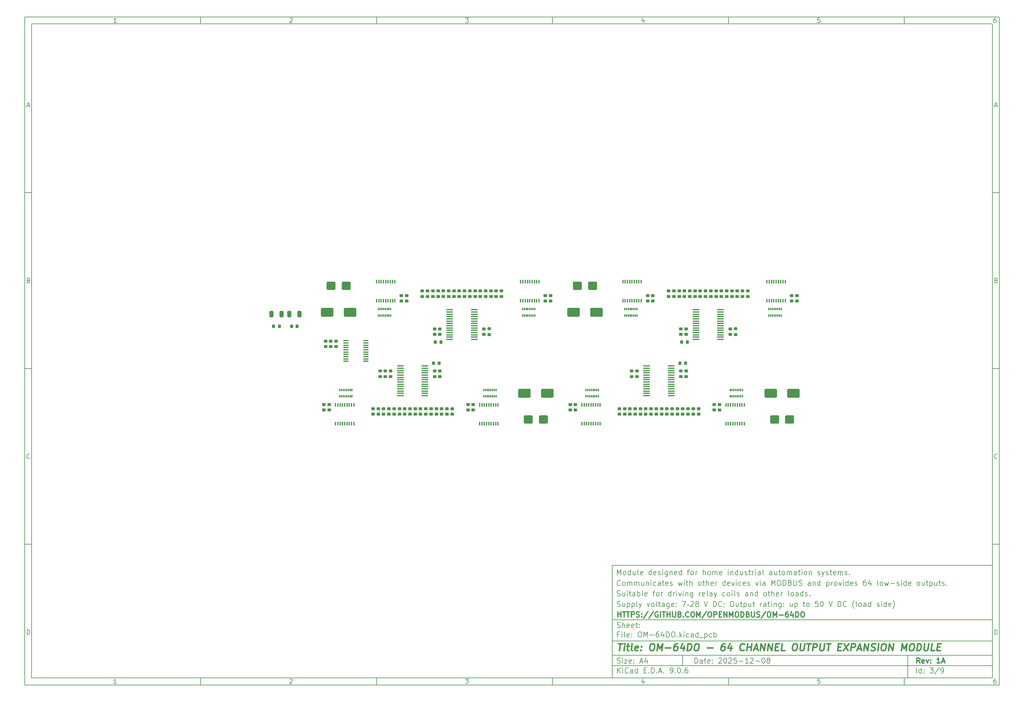
<source format=gbr>
G04 #@! TF.GenerationSoftware,KiCad,Pcbnew,9.0.6*
G04 #@! TF.CreationDate,2025-12-08T16:00:21+01:00*
G04 #@! TF.ProjectId,OM-64DO,4f4d2d36-3444-44f2-9e6b-696361645f70,1A*
G04 #@! TF.SameCoordinates,Original*
G04 #@! TF.FileFunction,Paste,Top*
G04 #@! TF.FilePolarity,Positive*
%FSLAX46Y46*%
G04 Gerber Fmt 4.6, Leading zero omitted, Abs format (unit mm)*
G04 Created by KiCad (PCBNEW 9.0.6) date 2025-12-08 16:00:21*
%MOMM*%
%LPD*%
G01*
G04 APERTURE LIST*
G04 Aperture macros list*
%AMRoundRect*
0 Rectangle with rounded corners*
0 $1 Rounding radius*
0 $2 $3 $4 $5 $6 $7 $8 $9 X,Y pos of 4 corners*
0 Add a 4 corners polygon primitive as box body*
4,1,4,$2,$3,$4,$5,$6,$7,$8,$9,$2,$3,0*
0 Add four circle primitives for the rounded corners*
1,1,$1+$1,$2,$3*
1,1,$1+$1,$4,$5*
1,1,$1+$1,$6,$7*
1,1,$1+$1,$8,$9*
0 Add four rect primitives between the rounded corners*
20,1,$1+$1,$2,$3,$4,$5,0*
20,1,$1+$1,$4,$5,$6,$7,0*
20,1,$1+$1,$6,$7,$8,$9,0*
20,1,$1+$1,$8,$9,$2,$3,0*%
G04 Aperture macros list end*
%ADD10C,0.100000*%
%ADD11C,0.150000*%
%ADD12C,0.300000*%
%ADD13C,0.400000*%
%ADD14RoundRect,0.218750X0.256250X-0.218750X0.256250X0.218750X-0.256250X0.218750X-0.256250X-0.218750X0*%
%ADD15RoundRect,0.225000X-0.250000X0.225000X-0.250000X-0.225000X0.250000X-0.225000X0.250000X0.225000X0*%
%ADD16RoundRect,0.218750X-0.256250X0.218750X-0.256250X-0.218750X0.256250X-0.218750X0.256250X0.218750X0*%
%ADD17R,0.300000X0.800000*%
%ADD18RoundRect,0.200000X0.200000X0.275000X-0.200000X0.275000X-0.200000X-0.275000X0.200000X-0.275000X0*%
%ADD19RoundRect,0.225000X0.250000X-0.225000X0.250000X0.225000X-0.250000X0.225000X-0.250000X-0.225000X0*%
%ADD20R,0.400000X1.000000*%
%ADD21RoundRect,0.200000X-0.275000X0.200000X-0.275000X-0.200000X0.275000X-0.200000X0.275000X0.200000X0*%
%ADD22RoundRect,0.250000X-1.000000X-0.900000X1.000000X-0.900000X1.000000X0.900000X-1.000000X0.900000X0*%
%ADD23RoundRect,0.250000X1.500000X1.000000X-1.500000X1.000000X-1.500000X-1.000000X1.500000X-1.000000X0*%
%ADD24RoundRect,0.100000X0.850000X0.100000X-0.850000X0.100000X-0.850000X-0.100000X0.850000X-0.100000X0*%
%ADD25RoundRect,0.250000X-0.325000X-0.650000X0.325000X-0.650000X0.325000X0.650000X-0.325000X0.650000X0*%
%ADD26RoundRect,0.200000X0.275000X-0.200000X0.275000X0.200000X-0.275000X0.200000X-0.275000X-0.200000X0*%
%ADD27RoundRect,0.250000X1.000000X0.900000X-1.000000X0.900000X-1.000000X-0.900000X1.000000X-0.900000X0*%
%ADD28RoundRect,0.100000X-0.850000X-0.100000X0.850000X-0.100000X0.850000X0.100000X-0.850000X0.100000X0*%
%ADD29RoundRect,0.250000X-1.500000X-1.000000X1.500000X-1.000000X1.500000X1.000000X-1.500000X1.000000X0*%
%ADD30RoundRect,0.200000X-0.200000X-0.275000X0.200000X-0.275000X0.200000X0.275000X-0.200000X0.275000X0*%
%ADD31RoundRect,0.100000X-0.637500X-0.100000X0.637500X-0.100000X0.637500X0.100000X-0.637500X0.100000X0*%
%ADD32RoundRect,0.250000X0.325000X0.650000X-0.325000X0.650000X-0.325000X-0.650000X0.325000X-0.650000X0*%
%ADD33RoundRect,0.218750X-0.218750X-0.256250X0.218750X-0.256250X0.218750X0.256250X-0.218750X0.256250X0*%
G04 APERTURE END LIST*
D10*
D11*
X177002200Y-166007200D02*
X285002200Y-166007200D01*
X285002200Y-198007200D01*
X177002200Y-198007200D01*
X177002200Y-166007200D01*
D10*
D11*
X10000000Y-10000000D02*
X287002200Y-10000000D01*
X287002200Y-200007200D01*
X10000000Y-200007200D01*
X10000000Y-10000000D01*
D10*
D11*
X12000000Y-12000000D02*
X285002200Y-12000000D01*
X285002200Y-198007200D01*
X12000000Y-198007200D01*
X12000000Y-12000000D01*
D10*
D11*
X60000000Y-12000000D02*
X60000000Y-10000000D01*
D10*
D11*
X110000000Y-12000000D02*
X110000000Y-10000000D01*
D10*
D11*
X160000000Y-12000000D02*
X160000000Y-10000000D01*
D10*
D11*
X210000000Y-12000000D02*
X210000000Y-10000000D01*
D10*
D11*
X260000000Y-12000000D02*
X260000000Y-10000000D01*
D10*
D11*
X36089160Y-11593604D02*
X35346303Y-11593604D01*
X35717731Y-11593604D02*
X35717731Y-10293604D01*
X35717731Y-10293604D02*
X35593922Y-10479319D01*
X35593922Y-10479319D02*
X35470112Y-10603128D01*
X35470112Y-10603128D02*
X35346303Y-10665033D01*
D10*
D11*
X85346303Y-10417414D02*
X85408207Y-10355509D01*
X85408207Y-10355509D02*
X85532017Y-10293604D01*
X85532017Y-10293604D02*
X85841541Y-10293604D01*
X85841541Y-10293604D02*
X85965350Y-10355509D01*
X85965350Y-10355509D02*
X86027255Y-10417414D01*
X86027255Y-10417414D02*
X86089160Y-10541223D01*
X86089160Y-10541223D02*
X86089160Y-10665033D01*
X86089160Y-10665033D02*
X86027255Y-10850747D01*
X86027255Y-10850747D02*
X85284398Y-11593604D01*
X85284398Y-11593604D02*
X86089160Y-11593604D01*
D10*
D11*
X135284398Y-10293604D02*
X136089160Y-10293604D01*
X136089160Y-10293604D02*
X135655826Y-10788842D01*
X135655826Y-10788842D02*
X135841541Y-10788842D01*
X135841541Y-10788842D02*
X135965350Y-10850747D01*
X135965350Y-10850747D02*
X136027255Y-10912652D01*
X136027255Y-10912652D02*
X136089160Y-11036461D01*
X136089160Y-11036461D02*
X136089160Y-11345985D01*
X136089160Y-11345985D02*
X136027255Y-11469795D01*
X136027255Y-11469795D02*
X135965350Y-11531700D01*
X135965350Y-11531700D02*
X135841541Y-11593604D01*
X135841541Y-11593604D02*
X135470112Y-11593604D01*
X135470112Y-11593604D02*
X135346303Y-11531700D01*
X135346303Y-11531700D02*
X135284398Y-11469795D01*
D10*
D11*
X185965350Y-10726938D02*
X185965350Y-11593604D01*
X185655826Y-10231700D02*
X185346303Y-11160271D01*
X185346303Y-11160271D02*
X186151064Y-11160271D01*
D10*
D11*
X236027255Y-10293604D02*
X235408207Y-10293604D01*
X235408207Y-10293604D02*
X235346303Y-10912652D01*
X235346303Y-10912652D02*
X235408207Y-10850747D01*
X235408207Y-10850747D02*
X235532017Y-10788842D01*
X235532017Y-10788842D02*
X235841541Y-10788842D01*
X235841541Y-10788842D02*
X235965350Y-10850747D01*
X235965350Y-10850747D02*
X236027255Y-10912652D01*
X236027255Y-10912652D02*
X236089160Y-11036461D01*
X236089160Y-11036461D02*
X236089160Y-11345985D01*
X236089160Y-11345985D02*
X236027255Y-11469795D01*
X236027255Y-11469795D02*
X235965350Y-11531700D01*
X235965350Y-11531700D02*
X235841541Y-11593604D01*
X235841541Y-11593604D02*
X235532017Y-11593604D01*
X235532017Y-11593604D02*
X235408207Y-11531700D01*
X235408207Y-11531700D02*
X235346303Y-11469795D01*
D10*
D11*
X285965350Y-10293604D02*
X285717731Y-10293604D01*
X285717731Y-10293604D02*
X285593922Y-10355509D01*
X285593922Y-10355509D02*
X285532017Y-10417414D01*
X285532017Y-10417414D02*
X285408207Y-10603128D01*
X285408207Y-10603128D02*
X285346303Y-10850747D01*
X285346303Y-10850747D02*
X285346303Y-11345985D01*
X285346303Y-11345985D02*
X285408207Y-11469795D01*
X285408207Y-11469795D02*
X285470112Y-11531700D01*
X285470112Y-11531700D02*
X285593922Y-11593604D01*
X285593922Y-11593604D02*
X285841541Y-11593604D01*
X285841541Y-11593604D02*
X285965350Y-11531700D01*
X285965350Y-11531700D02*
X286027255Y-11469795D01*
X286027255Y-11469795D02*
X286089160Y-11345985D01*
X286089160Y-11345985D02*
X286089160Y-11036461D01*
X286089160Y-11036461D02*
X286027255Y-10912652D01*
X286027255Y-10912652D02*
X285965350Y-10850747D01*
X285965350Y-10850747D02*
X285841541Y-10788842D01*
X285841541Y-10788842D02*
X285593922Y-10788842D01*
X285593922Y-10788842D02*
X285470112Y-10850747D01*
X285470112Y-10850747D02*
X285408207Y-10912652D01*
X285408207Y-10912652D02*
X285346303Y-11036461D01*
D10*
D11*
X60000000Y-198007200D02*
X60000000Y-200007200D01*
D10*
D11*
X110000000Y-198007200D02*
X110000000Y-200007200D01*
D10*
D11*
X160000000Y-198007200D02*
X160000000Y-200007200D01*
D10*
D11*
X210000000Y-198007200D02*
X210000000Y-200007200D01*
D10*
D11*
X260000000Y-198007200D02*
X260000000Y-200007200D01*
D10*
D11*
X36089160Y-199600804D02*
X35346303Y-199600804D01*
X35717731Y-199600804D02*
X35717731Y-198300804D01*
X35717731Y-198300804D02*
X35593922Y-198486519D01*
X35593922Y-198486519D02*
X35470112Y-198610328D01*
X35470112Y-198610328D02*
X35346303Y-198672233D01*
D10*
D11*
X85346303Y-198424614D02*
X85408207Y-198362709D01*
X85408207Y-198362709D02*
X85532017Y-198300804D01*
X85532017Y-198300804D02*
X85841541Y-198300804D01*
X85841541Y-198300804D02*
X85965350Y-198362709D01*
X85965350Y-198362709D02*
X86027255Y-198424614D01*
X86027255Y-198424614D02*
X86089160Y-198548423D01*
X86089160Y-198548423D02*
X86089160Y-198672233D01*
X86089160Y-198672233D02*
X86027255Y-198857947D01*
X86027255Y-198857947D02*
X85284398Y-199600804D01*
X85284398Y-199600804D02*
X86089160Y-199600804D01*
D10*
D11*
X135284398Y-198300804D02*
X136089160Y-198300804D01*
X136089160Y-198300804D02*
X135655826Y-198796042D01*
X135655826Y-198796042D02*
X135841541Y-198796042D01*
X135841541Y-198796042D02*
X135965350Y-198857947D01*
X135965350Y-198857947D02*
X136027255Y-198919852D01*
X136027255Y-198919852D02*
X136089160Y-199043661D01*
X136089160Y-199043661D02*
X136089160Y-199353185D01*
X136089160Y-199353185D02*
X136027255Y-199476995D01*
X136027255Y-199476995D02*
X135965350Y-199538900D01*
X135965350Y-199538900D02*
X135841541Y-199600804D01*
X135841541Y-199600804D02*
X135470112Y-199600804D01*
X135470112Y-199600804D02*
X135346303Y-199538900D01*
X135346303Y-199538900D02*
X135284398Y-199476995D01*
D10*
D11*
X185965350Y-198734138D02*
X185965350Y-199600804D01*
X185655826Y-198238900D02*
X185346303Y-199167471D01*
X185346303Y-199167471D02*
X186151064Y-199167471D01*
D10*
D11*
X236027255Y-198300804D02*
X235408207Y-198300804D01*
X235408207Y-198300804D02*
X235346303Y-198919852D01*
X235346303Y-198919852D02*
X235408207Y-198857947D01*
X235408207Y-198857947D02*
X235532017Y-198796042D01*
X235532017Y-198796042D02*
X235841541Y-198796042D01*
X235841541Y-198796042D02*
X235965350Y-198857947D01*
X235965350Y-198857947D02*
X236027255Y-198919852D01*
X236027255Y-198919852D02*
X236089160Y-199043661D01*
X236089160Y-199043661D02*
X236089160Y-199353185D01*
X236089160Y-199353185D02*
X236027255Y-199476995D01*
X236027255Y-199476995D02*
X235965350Y-199538900D01*
X235965350Y-199538900D02*
X235841541Y-199600804D01*
X235841541Y-199600804D02*
X235532017Y-199600804D01*
X235532017Y-199600804D02*
X235408207Y-199538900D01*
X235408207Y-199538900D02*
X235346303Y-199476995D01*
D10*
D11*
X285965350Y-198300804D02*
X285717731Y-198300804D01*
X285717731Y-198300804D02*
X285593922Y-198362709D01*
X285593922Y-198362709D02*
X285532017Y-198424614D01*
X285532017Y-198424614D02*
X285408207Y-198610328D01*
X285408207Y-198610328D02*
X285346303Y-198857947D01*
X285346303Y-198857947D02*
X285346303Y-199353185D01*
X285346303Y-199353185D02*
X285408207Y-199476995D01*
X285408207Y-199476995D02*
X285470112Y-199538900D01*
X285470112Y-199538900D02*
X285593922Y-199600804D01*
X285593922Y-199600804D02*
X285841541Y-199600804D01*
X285841541Y-199600804D02*
X285965350Y-199538900D01*
X285965350Y-199538900D02*
X286027255Y-199476995D01*
X286027255Y-199476995D02*
X286089160Y-199353185D01*
X286089160Y-199353185D02*
X286089160Y-199043661D01*
X286089160Y-199043661D02*
X286027255Y-198919852D01*
X286027255Y-198919852D02*
X285965350Y-198857947D01*
X285965350Y-198857947D02*
X285841541Y-198796042D01*
X285841541Y-198796042D02*
X285593922Y-198796042D01*
X285593922Y-198796042D02*
X285470112Y-198857947D01*
X285470112Y-198857947D02*
X285408207Y-198919852D01*
X285408207Y-198919852D02*
X285346303Y-199043661D01*
D10*
D11*
X10000000Y-60000000D02*
X12000000Y-60000000D01*
D10*
D11*
X10000000Y-110000000D02*
X12000000Y-110000000D01*
D10*
D11*
X10000000Y-160000000D02*
X12000000Y-160000000D01*
D10*
D11*
X10690476Y-35222176D02*
X11309523Y-35222176D01*
X10566666Y-35593604D02*
X10999999Y-34293604D01*
X10999999Y-34293604D02*
X11433333Y-35593604D01*
D10*
D11*
X11092857Y-84912652D02*
X11278571Y-84974557D01*
X11278571Y-84974557D02*
X11340476Y-85036461D01*
X11340476Y-85036461D02*
X11402380Y-85160271D01*
X11402380Y-85160271D02*
X11402380Y-85345985D01*
X11402380Y-85345985D02*
X11340476Y-85469795D01*
X11340476Y-85469795D02*
X11278571Y-85531700D01*
X11278571Y-85531700D02*
X11154761Y-85593604D01*
X11154761Y-85593604D02*
X10659523Y-85593604D01*
X10659523Y-85593604D02*
X10659523Y-84293604D01*
X10659523Y-84293604D02*
X11092857Y-84293604D01*
X11092857Y-84293604D02*
X11216666Y-84355509D01*
X11216666Y-84355509D02*
X11278571Y-84417414D01*
X11278571Y-84417414D02*
X11340476Y-84541223D01*
X11340476Y-84541223D02*
X11340476Y-84665033D01*
X11340476Y-84665033D02*
X11278571Y-84788842D01*
X11278571Y-84788842D02*
X11216666Y-84850747D01*
X11216666Y-84850747D02*
X11092857Y-84912652D01*
X11092857Y-84912652D02*
X10659523Y-84912652D01*
D10*
D11*
X11402380Y-135469795D02*
X11340476Y-135531700D01*
X11340476Y-135531700D02*
X11154761Y-135593604D01*
X11154761Y-135593604D02*
X11030952Y-135593604D01*
X11030952Y-135593604D02*
X10845238Y-135531700D01*
X10845238Y-135531700D02*
X10721428Y-135407890D01*
X10721428Y-135407890D02*
X10659523Y-135284080D01*
X10659523Y-135284080D02*
X10597619Y-135036461D01*
X10597619Y-135036461D02*
X10597619Y-134850747D01*
X10597619Y-134850747D02*
X10659523Y-134603128D01*
X10659523Y-134603128D02*
X10721428Y-134479319D01*
X10721428Y-134479319D02*
X10845238Y-134355509D01*
X10845238Y-134355509D02*
X11030952Y-134293604D01*
X11030952Y-134293604D02*
X11154761Y-134293604D01*
X11154761Y-134293604D02*
X11340476Y-134355509D01*
X11340476Y-134355509D02*
X11402380Y-134417414D01*
D10*
D11*
X10659523Y-185593604D02*
X10659523Y-184293604D01*
X10659523Y-184293604D02*
X10969047Y-184293604D01*
X10969047Y-184293604D02*
X11154761Y-184355509D01*
X11154761Y-184355509D02*
X11278571Y-184479319D01*
X11278571Y-184479319D02*
X11340476Y-184603128D01*
X11340476Y-184603128D02*
X11402380Y-184850747D01*
X11402380Y-184850747D02*
X11402380Y-185036461D01*
X11402380Y-185036461D02*
X11340476Y-185284080D01*
X11340476Y-185284080D02*
X11278571Y-185407890D01*
X11278571Y-185407890D02*
X11154761Y-185531700D01*
X11154761Y-185531700D02*
X10969047Y-185593604D01*
X10969047Y-185593604D02*
X10659523Y-185593604D01*
D10*
D11*
X287002200Y-60000000D02*
X285002200Y-60000000D01*
D10*
D11*
X287002200Y-110000000D02*
X285002200Y-110000000D01*
D10*
D11*
X287002200Y-160000000D02*
X285002200Y-160000000D01*
D10*
D11*
X285692676Y-35222176D02*
X286311723Y-35222176D01*
X285568866Y-35593604D02*
X286002199Y-34293604D01*
X286002199Y-34293604D02*
X286435533Y-35593604D01*
D10*
D11*
X286095057Y-84912652D02*
X286280771Y-84974557D01*
X286280771Y-84974557D02*
X286342676Y-85036461D01*
X286342676Y-85036461D02*
X286404580Y-85160271D01*
X286404580Y-85160271D02*
X286404580Y-85345985D01*
X286404580Y-85345985D02*
X286342676Y-85469795D01*
X286342676Y-85469795D02*
X286280771Y-85531700D01*
X286280771Y-85531700D02*
X286156961Y-85593604D01*
X286156961Y-85593604D02*
X285661723Y-85593604D01*
X285661723Y-85593604D02*
X285661723Y-84293604D01*
X285661723Y-84293604D02*
X286095057Y-84293604D01*
X286095057Y-84293604D02*
X286218866Y-84355509D01*
X286218866Y-84355509D02*
X286280771Y-84417414D01*
X286280771Y-84417414D02*
X286342676Y-84541223D01*
X286342676Y-84541223D02*
X286342676Y-84665033D01*
X286342676Y-84665033D02*
X286280771Y-84788842D01*
X286280771Y-84788842D02*
X286218866Y-84850747D01*
X286218866Y-84850747D02*
X286095057Y-84912652D01*
X286095057Y-84912652D02*
X285661723Y-84912652D01*
D10*
D11*
X286404580Y-135469795D02*
X286342676Y-135531700D01*
X286342676Y-135531700D02*
X286156961Y-135593604D01*
X286156961Y-135593604D02*
X286033152Y-135593604D01*
X286033152Y-135593604D02*
X285847438Y-135531700D01*
X285847438Y-135531700D02*
X285723628Y-135407890D01*
X285723628Y-135407890D02*
X285661723Y-135284080D01*
X285661723Y-135284080D02*
X285599819Y-135036461D01*
X285599819Y-135036461D02*
X285599819Y-134850747D01*
X285599819Y-134850747D02*
X285661723Y-134603128D01*
X285661723Y-134603128D02*
X285723628Y-134479319D01*
X285723628Y-134479319D02*
X285847438Y-134355509D01*
X285847438Y-134355509D02*
X286033152Y-134293604D01*
X286033152Y-134293604D02*
X286156961Y-134293604D01*
X286156961Y-134293604D02*
X286342676Y-134355509D01*
X286342676Y-134355509D02*
X286404580Y-134417414D01*
D10*
D11*
X285661723Y-185593604D02*
X285661723Y-184293604D01*
X285661723Y-184293604D02*
X285971247Y-184293604D01*
X285971247Y-184293604D02*
X286156961Y-184355509D01*
X286156961Y-184355509D02*
X286280771Y-184479319D01*
X286280771Y-184479319D02*
X286342676Y-184603128D01*
X286342676Y-184603128D02*
X286404580Y-184850747D01*
X286404580Y-184850747D02*
X286404580Y-185036461D01*
X286404580Y-185036461D02*
X286342676Y-185284080D01*
X286342676Y-185284080D02*
X286280771Y-185407890D01*
X286280771Y-185407890D02*
X286156961Y-185531700D01*
X286156961Y-185531700D02*
X285971247Y-185593604D01*
X285971247Y-185593604D02*
X285661723Y-185593604D01*
D10*
D11*
X200458026Y-193793328D02*
X200458026Y-192293328D01*
X200458026Y-192293328D02*
X200815169Y-192293328D01*
X200815169Y-192293328D02*
X201029455Y-192364757D01*
X201029455Y-192364757D02*
X201172312Y-192507614D01*
X201172312Y-192507614D02*
X201243741Y-192650471D01*
X201243741Y-192650471D02*
X201315169Y-192936185D01*
X201315169Y-192936185D02*
X201315169Y-193150471D01*
X201315169Y-193150471D02*
X201243741Y-193436185D01*
X201243741Y-193436185D02*
X201172312Y-193579042D01*
X201172312Y-193579042D02*
X201029455Y-193721900D01*
X201029455Y-193721900D02*
X200815169Y-193793328D01*
X200815169Y-193793328D02*
X200458026Y-193793328D01*
X202600884Y-193793328D02*
X202600884Y-193007614D01*
X202600884Y-193007614D02*
X202529455Y-192864757D01*
X202529455Y-192864757D02*
X202386598Y-192793328D01*
X202386598Y-192793328D02*
X202100884Y-192793328D01*
X202100884Y-192793328D02*
X201958026Y-192864757D01*
X202600884Y-193721900D02*
X202458026Y-193793328D01*
X202458026Y-193793328D02*
X202100884Y-193793328D01*
X202100884Y-193793328D02*
X201958026Y-193721900D01*
X201958026Y-193721900D02*
X201886598Y-193579042D01*
X201886598Y-193579042D02*
X201886598Y-193436185D01*
X201886598Y-193436185D02*
X201958026Y-193293328D01*
X201958026Y-193293328D02*
X202100884Y-193221900D01*
X202100884Y-193221900D02*
X202458026Y-193221900D01*
X202458026Y-193221900D02*
X202600884Y-193150471D01*
X203100884Y-192793328D02*
X203672312Y-192793328D01*
X203315169Y-192293328D02*
X203315169Y-193579042D01*
X203315169Y-193579042D02*
X203386598Y-193721900D01*
X203386598Y-193721900D02*
X203529455Y-193793328D01*
X203529455Y-193793328D02*
X203672312Y-193793328D01*
X204743741Y-193721900D02*
X204600884Y-193793328D01*
X204600884Y-193793328D02*
X204315170Y-193793328D01*
X204315170Y-193793328D02*
X204172312Y-193721900D01*
X204172312Y-193721900D02*
X204100884Y-193579042D01*
X204100884Y-193579042D02*
X204100884Y-193007614D01*
X204100884Y-193007614D02*
X204172312Y-192864757D01*
X204172312Y-192864757D02*
X204315170Y-192793328D01*
X204315170Y-192793328D02*
X204600884Y-192793328D01*
X204600884Y-192793328D02*
X204743741Y-192864757D01*
X204743741Y-192864757D02*
X204815170Y-193007614D01*
X204815170Y-193007614D02*
X204815170Y-193150471D01*
X204815170Y-193150471D02*
X204100884Y-193293328D01*
X205458026Y-193650471D02*
X205529455Y-193721900D01*
X205529455Y-193721900D02*
X205458026Y-193793328D01*
X205458026Y-193793328D02*
X205386598Y-193721900D01*
X205386598Y-193721900D02*
X205458026Y-193650471D01*
X205458026Y-193650471D02*
X205458026Y-193793328D01*
X205458026Y-192864757D02*
X205529455Y-192936185D01*
X205529455Y-192936185D02*
X205458026Y-193007614D01*
X205458026Y-193007614D02*
X205386598Y-192936185D01*
X205386598Y-192936185D02*
X205458026Y-192864757D01*
X205458026Y-192864757D02*
X205458026Y-193007614D01*
X207243741Y-192436185D02*
X207315169Y-192364757D01*
X207315169Y-192364757D02*
X207458027Y-192293328D01*
X207458027Y-192293328D02*
X207815169Y-192293328D01*
X207815169Y-192293328D02*
X207958027Y-192364757D01*
X207958027Y-192364757D02*
X208029455Y-192436185D01*
X208029455Y-192436185D02*
X208100884Y-192579042D01*
X208100884Y-192579042D02*
X208100884Y-192721900D01*
X208100884Y-192721900D02*
X208029455Y-192936185D01*
X208029455Y-192936185D02*
X207172312Y-193793328D01*
X207172312Y-193793328D02*
X208100884Y-193793328D01*
X209029455Y-192293328D02*
X209172312Y-192293328D01*
X209172312Y-192293328D02*
X209315169Y-192364757D01*
X209315169Y-192364757D02*
X209386598Y-192436185D01*
X209386598Y-192436185D02*
X209458026Y-192579042D01*
X209458026Y-192579042D02*
X209529455Y-192864757D01*
X209529455Y-192864757D02*
X209529455Y-193221900D01*
X209529455Y-193221900D02*
X209458026Y-193507614D01*
X209458026Y-193507614D02*
X209386598Y-193650471D01*
X209386598Y-193650471D02*
X209315169Y-193721900D01*
X209315169Y-193721900D02*
X209172312Y-193793328D01*
X209172312Y-193793328D02*
X209029455Y-193793328D01*
X209029455Y-193793328D02*
X208886598Y-193721900D01*
X208886598Y-193721900D02*
X208815169Y-193650471D01*
X208815169Y-193650471D02*
X208743740Y-193507614D01*
X208743740Y-193507614D02*
X208672312Y-193221900D01*
X208672312Y-193221900D02*
X208672312Y-192864757D01*
X208672312Y-192864757D02*
X208743740Y-192579042D01*
X208743740Y-192579042D02*
X208815169Y-192436185D01*
X208815169Y-192436185D02*
X208886598Y-192364757D01*
X208886598Y-192364757D02*
X209029455Y-192293328D01*
X210100883Y-192436185D02*
X210172311Y-192364757D01*
X210172311Y-192364757D02*
X210315169Y-192293328D01*
X210315169Y-192293328D02*
X210672311Y-192293328D01*
X210672311Y-192293328D02*
X210815169Y-192364757D01*
X210815169Y-192364757D02*
X210886597Y-192436185D01*
X210886597Y-192436185D02*
X210958026Y-192579042D01*
X210958026Y-192579042D02*
X210958026Y-192721900D01*
X210958026Y-192721900D02*
X210886597Y-192936185D01*
X210886597Y-192936185D02*
X210029454Y-193793328D01*
X210029454Y-193793328D02*
X210958026Y-193793328D01*
X212315168Y-192293328D02*
X211600882Y-192293328D01*
X211600882Y-192293328D02*
X211529454Y-193007614D01*
X211529454Y-193007614D02*
X211600882Y-192936185D01*
X211600882Y-192936185D02*
X211743740Y-192864757D01*
X211743740Y-192864757D02*
X212100882Y-192864757D01*
X212100882Y-192864757D02*
X212243740Y-192936185D01*
X212243740Y-192936185D02*
X212315168Y-193007614D01*
X212315168Y-193007614D02*
X212386597Y-193150471D01*
X212386597Y-193150471D02*
X212386597Y-193507614D01*
X212386597Y-193507614D02*
X212315168Y-193650471D01*
X212315168Y-193650471D02*
X212243740Y-193721900D01*
X212243740Y-193721900D02*
X212100882Y-193793328D01*
X212100882Y-193793328D02*
X211743740Y-193793328D01*
X211743740Y-193793328D02*
X211600882Y-193721900D01*
X211600882Y-193721900D02*
X211529454Y-193650471D01*
X213029453Y-193221900D02*
X214172311Y-193221900D01*
X215672311Y-193793328D02*
X214815168Y-193793328D01*
X215243739Y-193793328D02*
X215243739Y-192293328D01*
X215243739Y-192293328D02*
X215100882Y-192507614D01*
X215100882Y-192507614D02*
X214958025Y-192650471D01*
X214958025Y-192650471D02*
X214815168Y-192721900D01*
X216243739Y-192436185D02*
X216315167Y-192364757D01*
X216315167Y-192364757D02*
X216458025Y-192293328D01*
X216458025Y-192293328D02*
X216815167Y-192293328D01*
X216815167Y-192293328D02*
X216958025Y-192364757D01*
X216958025Y-192364757D02*
X217029453Y-192436185D01*
X217029453Y-192436185D02*
X217100882Y-192579042D01*
X217100882Y-192579042D02*
X217100882Y-192721900D01*
X217100882Y-192721900D02*
X217029453Y-192936185D01*
X217029453Y-192936185D02*
X216172310Y-193793328D01*
X216172310Y-193793328D02*
X217100882Y-193793328D01*
X217743738Y-193221900D02*
X218886596Y-193221900D01*
X219886596Y-192293328D02*
X220029453Y-192293328D01*
X220029453Y-192293328D02*
X220172310Y-192364757D01*
X220172310Y-192364757D02*
X220243739Y-192436185D01*
X220243739Y-192436185D02*
X220315167Y-192579042D01*
X220315167Y-192579042D02*
X220386596Y-192864757D01*
X220386596Y-192864757D02*
X220386596Y-193221900D01*
X220386596Y-193221900D02*
X220315167Y-193507614D01*
X220315167Y-193507614D02*
X220243739Y-193650471D01*
X220243739Y-193650471D02*
X220172310Y-193721900D01*
X220172310Y-193721900D02*
X220029453Y-193793328D01*
X220029453Y-193793328D02*
X219886596Y-193793328D01*
X219886596Y-193793328D02*
X219743739Y-193721900D01*
X219743739Y-193721900D02*
X219672310Y-193650471D01*
X219672310Y-193650471D02*
X219600881Y-193507614D01*
X219600881Y-193507614D02*
X219529453Y-193221900D01*
X219529453Y-193221900D02*
X219529453Y-192864757D01*
X219529453Y-192864757D02*
X219600881Y-192579042D01*
X219600881Y-192579042D02*
X219672310Y-192436185D01*
X219672310Y-192436185D02*
X219743739Y-192364757D01*
X219743739Y-192364757D02*
X219886596Y-192293328D01*
X221243738Y-192936185D02*
X221100881Y-192864757D01*
X221100881Y-192864757D02*
X221029452Y-192793328D01*
X221029452Y-192793328D02*
X220958024Y-192650471D01*
X220958024Y-192650471D02*
X220958024Y-192579042D01*
X220958024Y-192579042D02*
X221029452Y-192436185D01*
X221029452Y-192436185D02*
X221100881Y-192364757D01*
X221100881Y-192364757D02*
X221243738Y-192293328D01*
X221243738Y-192293328D02*
X221529452Y-192293328D01*
X221529452Y-192293328D02*
X221672310Y-192364757D01*
X221672310Y-192364757D02*
X221743738Y-192436185D01*
X221743738Y-192436185D02*
X221815167Y-192579042D01*
X221815167Y-192579042D02*
X221815167Y-192650471D01*
X221815167Y-192650471D02*
X221743738Y-192793328D01*
X221743738Y-192793328D02*
X221672310Y-192864757D01*
X221672310Y-192864757D02*
X221529452Y-192936185D01*
X221529452Y-192936185D02*
X221243738Y-192936185D01*
X221243738Y-192936185D02*
X221100881Y-193007614D01*
X221100881Y-193007614D02*
X221029452Y-193079042D01*
X221029452Y-193079042D02*
X220958024Y-193221900D01*
X220958024Y-193221900D02*
X220958024Y-193507614D01*
X220958024Y-193507614D02*
X221029452Y-193650471D01*
X221029452Y-193650471D02*
X221100881Y-193721900D01*
X221100881Y-193721900D02*
X221243738Y-193793328D01*
X221243738Y-193793328D02*
X221529452Y-193793328D01*
X221529452Y-193793328D02*
X221672310Y-193721900D01*
X221672310Y-193721900D02*
X221743738Y-193650471D01*
X221743738Y-193650471D02*
X221815167Y-193507614D01*
X221815167Y-193507614D02*
X221815167Y-193221900D01*
X221815167Y-193221900D02*
X221743738Y-193079042D01*
X221743738Y-193079042D02*
X221672310Y-193007614D01*
X221672310Y-193007614D02*
X221529452Y-192936185D01*
D10*
D11*
X177002200Y-194507200D02*
X285002200Y-194507200D01*
D10*
D11*
X178458026Y-196593328D02*
X178458026Y-195093328D01*
X179315169Y-196593328D02*
X178672312Y-195736185D01*
X179315169Y-195093328D02*
X178458026Y-195950471D01*
X179958026Y-196593328D02*
X179958026Y-195593328D01*
X179958026Y-195093328D02*
X179886598Y-195164757D01*
X179886598Y-195164757D02*
X179958026Y-195236185D01*
X179958026Y-195236185D02*
X180029455Y-195164757D01*
X180029455Y-195164757D02*
X179958026Y-195093328D01*
X179958026Y-195093328D02*
X179958026Y-195236185D01*
X181529455Y-196450471D02*
X181458027Y-196521900D01*
X181458027Y-196521900D02*
X181243741Y-196593328D01*
X181243741Y-196593328D02*
X181100884Y-196593328D01*
X181100884Y-196593328D02*
X180886598Y-196521900D01*
X180886598Y-196521900D02*
X180743741Y-196379042D01*
X180743741Y-196379042D02*
X180672312Y-196236185D01*
X180672312Y-196236185D02*
X180600884Y-195950471D01*
X180600884Y-195950471D02*
X180600884Y-195736185D01*
X180600884Y-195736185D02*
X180672312Y-195450471D01*
X180672312Y-195450471D02*
X180743741Y-195307614D01*
X180743741Y-195307614D02*
X180886598Y-195164757D01*
X180886598Y-195164757D02*
X181100884Y-195093328D01*
X181100884Y-195093328D02*
X181243741Y-195093328D01*
X181243741Y-195093328D02*
X181458027Y-195164757D01*
X181458027Y-195164757D02*
X181529455Y-195236185D01*
X182815170Y-196593328D02*
X182815170Y-195807614D01*
X182815170Y-195807614D02*
X182743741Y-195664757D01*
X182743741Y-195664757D02*
X182600884Y-195593328D01*
X182600884Y-195593328D02*
X182315170Y-195593328D01*
X182315170Y-195593328D02*
X182172312Y-195664757D01*
X182815170Y-196521900D02*
X182672312Y-196593328D01*
X182672312Y-196593328D02*
X182315170Y-196593328D01*
X182315170Y-196593328D02*
X182172312Y-196521900D01*
X182172312Y-196521900D02*
X182100884Y-196379042D01*
X182100884Y-196379042D02*
X182100884Y-196236185D01*
X182100884Y-196236185D02*
X182172312Y-196093328D01*
X182172312Y-196093328D02*
X182315170Y-196021900D01*
X182315170Y-196021900D02*
X182672312Y-196021900D01*
X182672312Y-196021900D02*
X182815170Y-195950471D01*
X184172313Y-196593328D02*
X184172313Y-195093328D01*
X184172313Y-196521900D02*
X184029455Y-196593328D01*
X184029455Y-196593328D02*
X183743741Y-196593328D01*
X183743741Y-196593328D02*
X183600884Y-196521900D01*
X183600884Y-196521900D02*
X183529455Y-196450471D01*
X183529455Y-196450471D02*
X183458027Y-196307614D01*
X183458027Y-196307614D02*
X183458027Y-195879042D01*
X183458027Y-195879042D02*
X183529455Y-195736185D01*
X183529455Y-195736185D02*
X183600884Y-195664757D01*
X183600884Y-195664757D02*
X183743741Y-195593328D01*
X183743741Y-195593328D02*
X184029455Y-195593328D01*
X184029455Y-195593328D02*
X184172313Y-195664757D01*
X186029455Y-195807614D02*
X186529455Y-195807614D01*
X186743741Y-196593328D02*
X186029455Y-196593328D01*
X186029455Y-196593328D02*
X186029455Y-195093328D01*
X186029455Y-195093328D02*
X186743741Y-195093328D01*
X187386598Y-196450471D02*
X187458027Y-196521900D01*
X187458027Y-196521900D02*
X187386598Y-196593328D01*
X187386598Y-196593328D02*
X187315170Y-196521900D01*
X187315170Y-196521900D02*
X187386598Y-196450471D01*
X187386598Y-196450471D02*
X187386598Y-196593328D01*
X188100884Y-196593328D02*
X188100884Y-195093328D01*
X188100884Y-195093328D02*
X188458027Y-195093328D01*
X188458027Y-195093328D02*
X188672313Y-195164757D01*
X188672313Y-195164757D02*
X188815170Y-195307614D01*
X188815170Y-195307614D02*
X188886599Y-195450471D01*
X188886599Y-195450471D02*
X188958027Y-195736185D01*
X188958027Y-195736185D02*
X188958027Y-195950471D01*
X188958027Y-195950471D02*
X188886599Y-196236185D01*
X188886599Y-196236185D02*
X188815170Y-196379042D01*
X188815170Y-196379042D02*
X188672313Y-196521900D01*
X188672313Y-196521900D02*
X188458027Y-196593328D01*
X188458027Y-196593328D02*
X188100884Y-196593328D01*
X189600884Y-196450471D02*
X189672313Y-196521900D01*
X189672313Y-196521900D02*
X189600884Y-196593328D01*
X189600884Y-196593328D02*
X189529456Y-196521900D01*
X189529456Y-196521900D02*
X189600884Y-196450471D01*
X189600884Y-196450471D02*
X189600884Y-196593328D01*
X190243742Y-196164757D02*
X190958028Y-196164757D01*
X190100885Y-196593328D02*
X190600885Y-195093328D01*
X190600885Y-195093328D02*
X191100885Y-196593328D01*
X191600884Y-196450471D02*
X191672313Y-196521900D01*
X191672313Y-196521900D02*
X191600884Y-196593328D01*
X191600884Y-196593328D02*
X191529456Y-196521900D01*
X191529456Y-196521900D02*
X191600884Y-196450471D01*
X191600884Y-196450471D02*
X191600884Y-196593328D01*
X193529456Y-196593328D02*
X193815170Y-196593328D01*
X193815170Y-196593328D02*
X193958027Y-196521900D01*
X193958027Y-196521900D02*
X194029456Y-196450471D01*
X194029456Y-196450471D02*
X194172313Y-196236185D01*
X194172313Y-196236185D02*
X194243742Y-195950471D01*
X194243742Y-195950471D02*
X194243742Y-195379042D01*
X194243742Y-195379042D02*
X194172313Y-195236185D01*
X194172313Y-195236185D02*
X194100885Y-195164757D01*
X194100885Y-195164757D02*
X193958027Y-195093328D01*
X193958027Y-195093328D02*
X193672313Y-195093328D01*
X193672313Y-195093328D02*
X193529456Y-195164757D01*
X193529456Y-195164757D02*
X193458027Y-195236185D01*
X193458027Y-195236185D02*
X193386599Y-195379042D01*
X193386599Y-195379042D02*
X193386599Y-195736185D01*
X193386599Y-195736185D02*
X193458027Y-195879042D01*
X193458027Y-195879042D02*
X193529456Y-195950471D01*
X193529456Y-195950471D02*
X193672313Y-196021900D01*
X193672313Y-196021900D02*
X193958027Y-196021900D01*
X193958027Y-196021900D02*
X194100885Y-195950471D01*
X194100885Y-195950471D02*
X194172313Y-195879042D01*
X194172313Y-195879042D02*
X194243742Y-195736185D01*
X194886598Y-196450471D02*
X194958027Y-196521900D01*
X194958027Y-196521900D02*
X194886598Y-196593328D01*
X194886598Y-196593328D02*
X194815170Y-196521900D01*
X194815170Y-196521900D02*
X194886598Y-196450471D01*
X194886598Y-196450471D02*
X194886598Y-196593328D01*
X195886599Y-195093328D02*
X196029456Y-195093328D01*
X196029456Y-195093328D02*
X196172313Y-195164757D01*
X196172313Y-195164757D02*
X196243742Y-195236185D01*
X196243742Y-195236185D02*
X196315170Y-195379042D01*
X196315170Y-195379042D02*
X196386599Y-195664757D01*
X196386599Y-195664757D02*
X196386599Y-196021900D01*
X196386599Y-196021900D02*
X196315170Y-196307614D01*
X196315170Y-196307614D02*
X196243742Y-196450471D01*
X196243742Y-196450471D02*
X196172313Y-196521900D01*
X196172313Y-196521900D02*
X196029456Y-196593328D01*
X196029456Y-196593328D02*
X195886599Y-196593328D01*
X195886599Y-196593328D02*
X195743742Y-196521900D01*
X195743742Y-196521900D02*
X195672313Y-196450471D01*
X195672313Y-196450471D02*
X195600884Y-196307614D01*
X195600884Y-196307614D02*
X195529456Y-196021900D01*
X195529456Y-196021900D02*
X195529456Y-195664757D01*
X195529456Y-195664757D02*
X195600884Y-195379042D01*
X195600884Y-195379042D02*
X195672313Y-195236185D01*
X195672313Y-195236185D02*
X195743742Y-195164757D01*
X195743742Y-195164757D02*
X195886599Y-195093328D01*
X197029455Y-196450471D02*
X197100884Y-196521900D01*
X197100884Y-196521900D02*
X197029455Y-196593328D01*
X197029455Y-196593328D02*
X196958027Y-196521900D01*
X196958027Y-196521900D02*
X197029455Y-196450471D01*
X197029455Y-196450471D02*
X197029455Y-196593328D01*
X198386599Y-195093328D02*
X198100884Y-195093328D01*
X198100884Y-195093328D02*
X197958027Y-195164757D01*
X197958027Y-195164757D02*
X197886599Y-195236185D01*
X197886599Y-195236185D02*
X197743741Y-195450471D01*
X197743741Y-195450471D02*
X197672313Y-195736185D01*
X197672313Y-195736185D02*
X197672313Y-196307614D01*
X197672313Y-196307614D02*
X197743741Y-196450471D01*
X197743741Y-196450471D02*
X197815170Y-196521900D01*
X197815170Y-196521900D02*
X197958027Y-196593328D01*
X197958027Y-196593328D02*
X198243741Y-196593328D01*
X198243741Y-196593328D02*
X198386599Y-196521900D01*
X198386599Y-196521900D02*
X198458027Y-196450471D01*
X198458027Y-196450471D02*
X198529456Y-196307614D01*
X198529456Y-196307614D02*
X198529456Y-195950471D01*
X198529456Y-195950471D02*
X198458027Y-195807614D01*
X198458027Y-195807614D02*
X198386599Y-195736185D01*
X198386599Y-195736185D02*
X198243741Y-195664757D01*
X198243741Y-195664757D02*
X197958027Y-195664757D01*
X197958027Y-195664757D02*
X197815170Y-195736185D01*
X197815170Y-195736185D02*
X197743741Y-195807614D01*
X197743741Y-195807614D02*
X197672313Y-195950471D01*
D10*
D11*
X177002200Y-191507200D02*
X285002200Y-191507200D01*
D10*
D12*
X264413853Y-193785528D02*
X263913853Y-193071242D01*
X263556710Y-193785528D02*
X263556710Y-192285528D01*
X263556710Y-192285528D02*
X264128139Y-192285528D01*
X264128139Y-192285528D02*
X264270996Y-192356957D01*
X264270996Y-192356957D02*
X264342425Y-192428385D01*
X264342425Y-192428385D02*
X264413853Y-192571242D01*
X264413853Y-192571242D02*
X264413853Y-192785528D01*
X264413853Y-192785528D02*
X264342425Y-192928385D01*
X264342425Y-192928385D02*
X264270996Y-192999814D01*
X264270996Y-192999814D02*
X264128139Y-193071242D01*
X264128139Y-193071242D02*
X263556710Y-193071242D01*
X265628139Y-193714100D02*
X265485282Y-193785528D01*
X265485282Y-193785528D02*
X265199568Y-193785528D01*
X265199568Y-193785528D02*
X265056710Y-193714100D01*
X265056710Y-193714100D02*
X264985282Y-193571242D01*
X264985282Y-193571242D02*
X264985282Y-192999814D01*
X264985282Y-192999814D02*
X265056710Y-192856957D01*
X265056710Y-192856957D02*
X265199568Y-192785528D01*
X265199568Y-192785528D02*
X265485282Y-192785528D01*
X265485282Y-192785528D02*
X265628139Y-192856957D01*
X265628139Y-192856957D02*
X265699568Y-192999814D01*
X265699568Y-192999814D02*
X265699568Y-193142671D01*
X265699568Y-193142671D02*
X264985282Y-193285528D01*
X266199567Y-192785528D02*
X266556710Y-193785528D01*
X266556710Y-193785528D02*
X266913853Y-192785528D01*
X267485281Y-193642671D02*
X267556710Y-193714100D01*
X267556710Y-193714100D02*
X267485281Y-193785528D01*
X267485281Y-193785528D02*
X267413853Y-193714100D01*
X267413853Y-193714100D02*
X267485281Y-193642671D01*
X267485281Y-193642671D02*
X267485281Y-193785528D01*
X267485281Y-192856957D02*
X267556710Y-192928385D01*
X267556710Y-192928385D02*
X267485281Y-192999814D01*
X267485281Y-192999814D02*
X267413853Y-192928385D01*
X267413853Y-192928385D02*
X267485281Y-192856957D01*
X267485281Y-192856957D02*
X267485281Y-192999814D01*
X270128139Y-193785528D02*
X269270996Y-193785528D01*
X269699567Y-193785528D02*
X269699567Y-192285528D01*
X269699567Y-192285528D02*
X269556710Y-192499814D01*
X269556710Y-192499814D02*
X269413853Y-192642671D01*
X269413853Y-192642671D02*
X269270996Y-192714100D01*
X270699567Y-193356957D02*
X271413853Y-193356957D01*
X270556710Y-193785528D02*
X271056710Y-192285528D01*
X271056710Y-192285528D02*
X271556710Y-193785528D01*
D10*
D11*
X178386598Y-193721900D02*
X178600884Y-193793328D01*
X178600884Y-193793328D02*
X178958026Y-193793328D01*
X178958026Y-193793328D02*
X179100884Y-193721900D01*
X179100884Y-193721900D02*
X179172312Y-193650471D01*
X179172312Y-193650471D02*
X179243741Y-193507614D01*
X179243741Y-193507614D02*
X179243741Y-193364757D01*
X179243741Y-193364757D02*
X179172312Y-193221900D01*
X179172312Y-193221900D02*
X179100884Y-193150471D01*
X179100884Y-193150471D02*
X178958026Y-193079042D01*
X178958026Y-193079042D02*
X178672312Y-193007614D01*
X178672312Y-193007614D02*
X178529455Y-192936185D01*
X178529455Y-192936185D02*
X178458026Y-192864757D01*
X178458026Y-192864757D02*
X178386598Y-192721900D01*
X178386598Y-192721900D02*
X178386598Y-192579042D01*
X178386598Y-192579042D02*
X178458026Y-192436185D01*
X178458026Y-192436185D02*
X178529455Y-192364757D01*
X178529455Y-192364757D02*
X178672312Y-192293328D01*
X178672312Y-192293328D02*
X179029455Y-192293328D01*
X179029455Y-192293328D02*
X179243741Y-192364757D01*
X179886597Y-193793328D02*
X179886597Y-192793328D01*
X179886597Y-192293328D02*
X179815169Y-192364757D01*
X179815169Y-192364757D02*
X179886597Y-192436185D01*
X179886597Y-192436185D02*
X179958026Y-192364757D01*
X179958026Y-192364757D02*
X179886597Y-192293328D01*
X179886597Y-192293328D02*
X179886597Y-192436185D01*
X180458026Y-192793328D02*
X181243741Y-192793328D01*
X181243741Y-192793328D02*
X180458026Y-193793328D01*
X180458026Y-193793328D02*
X181243741Y-193793328D01*
X182386598Y-193721900D02*
X182243741Y-193793328D01*
X182243741Y-193793328D02*
X181958027Y-193793328D01*
X181958027Y-193793328D02*
X181815169Y-193721900D01*
X181815169Y-193721900D02*
X181743741Y-193579042D01*
X181743741Y-193579042D02*
X181743741Y-193007614D01*
X181743741Y-193007614D02*
X181815169Y-192864757D01*
X181815169Y-192864757D02*
X181958027Y-192793328D01*
X181958027Y-192793328D02*
X182243741Y-192793328D01*
X182243741Y-192793328D02*
X182386598Y-192864757D01*
X182386598Y-192864757D02*
X182458027Y-193007614D01*
X182458027Y-193007614D02*
X182458027Y-193150471D01*
X182458027Y-193150471D02*
X181743741Y-193293328D01*
X183100883Y-193650471D02*
X183172312Y-193721900D01*
X183172312Y-193721900D02*
X183100883Y-193793328D01*
X183100883Y-193793328D02*
X183029455Y-193721900D01*
X183029455Y-193721900D02*
X183100883Y-193650471D01*
X183100883Y-193650471D02*
X183100883Y-193793328D01*
X183100883Y-192864757D02*
X183172312Y-192936185D01*
X183172312Y-192936185D02*
X183100883Y-193007614D01*
X183100883Y-193007614D02*
X183029455Y-192936185D01*
X183029455Y-192936185D02*
X183100883Y-192864757D01*
X183100883Y-192864757D02*
X183100883Y-193007614D01*
X184886598Y-193364757D02*
X185600884Y-193364757D01*
X184743741Y-193793328D02*
X185243741Y-192293328D01*
X185243741Y-192293328D02*
X185743741Y-193793328D01*
X186886598Y-192793328D02*
X186886598Y-193793328D01*
X186529455Y-192221900D02*
X186172312Y-193293328D01*
X186172312Y-193293328D02*
X187100883Y-193293328D01*
D10*
D11*
X263458026Y-196593328D02*
X263458026Y-195093328D01*
X264815170Y-196593328D02*
X264815170Y-195093328D01*
X264815170Y-196521900D02*
X264672312Y-196593328D01*
X264672312Y-196593328D02*
X264386598Y-196593328D01*
X264386598Y-196593328D02*
X264243741Y-196521900D01*
X264243741Y-196521900D02*
X264172312Y-196450471D01*
X264172312Y-196450471D02*
X264100884Y-196307614D01*
X264100884Y-196307614D02*
X264100884Y-195879042D01*
X264100884Y-195879042D02*
X264172312Y-195736185D01*
X264172312Y-195736185D02*
X264243741Y-195664757D01*
X264243741Y-195664757D02*
X264386598Y-195593328D01*
X264386598Y-195593328D02*
X264672312Y-195593328D01*
X264672312Y-195593328D02*
X264815170Y-195664757D01*
X265529455Y-196450471D02*
X265600884Y-196521900D01*
X265600884Y-196521900D02*
X265529455Y-196593328D01*
X265529455Y-196593328D02*
X265458027Y-196521900D01*
X265458027Y-196521900D02*
X265529455Y-196450471D01*
X265529455Y-196450471D02*
X265529455Y-196593328D01*
X265529455Y-195664757D02*
X265600884Y-195736185D01*
X265600884Y-195736185D02*
X265529455Y-195807614D01*
X265529455Y-195807614D02*
X265458027Y-195736185D01*
X265458027Y-195736185D02*
X265529455Y-195664757D01*
X265529455Y-195664757D02*
X265529455Y-195807614D01*
X267243741Y-195093328D02*
X268172313Y-195093328D01*
X268172313Y-195093328D02*
X267672313Y-195664757D01*
X267672313Y-195664757D02*
X267886598Y-195664757D01*
X267886598Y-195664757D02*
X268029456Y-195736185D01*
X268029456Y-195736185D02*
X268100884Y-195807614D01*
X268100884Y-195807614D02*
X268172313Y-195950471D01*
X268172313Y-195950471D02*
X268172313Y-196307614D01*
X268172313Y-196307614D02*
X268100884Y-196450471D01*
X268100884Y-196450471D02*
X268029456Y-196521900D01*
X268029456Y-196521900D02*
X267886598Y-196593328D01*
X267886598Y-196593328D02*
X267458027Y-196593328D01*
X267458027Y-196593328D02*
X267315170Y-196521900D01*
X267315170Y-196521900D02*
X267243741Y-196450471D01*
X269886598Y-195021900D02*
X268600884Y-196950471D01*
X270458027Y-196593328D02*
X270743741Y-196593328D01*
X270743741Y-196593328D02*
X270886598Y-196521900D01*
X270886598Y-196521900D02*
X270958027Y-196450471D01*
X270958027Y-196450471D02*
X271100884Y-196236185D01*
X271100884Y-196236185D02*
X271172313Y-195950471D01*
X271172313Y-195950471D02*
X271172313Y-195379042D01*
X271172313Y-195379042D02*
X271100884Y-195236185D01*
X271100884Y-195236185D02*
X271029456Y-195164757D01*
X271029456Y-195164757D02*
X270886598Y-195093328D01*
X270886598Y-195093328D02*
X270600884Y-195093328D01*
X270600884Y-195093328D02*
X270458027Y-195164757D01*
X270458027Y-195164757D02*
X270386598Y-195236185D01*
X270386598Y-195236185D02*
X270315170Y-195379042D01*
X270315170Y-195379042D02*
X270315170Y-195736185D01*
X270315170Y-195736185D02*
X270386598Y-195879042D01*
X270386598Y-195879042D02*
X270458027Y-195950471D01*
X270458027Y-195950471D02*
X270600884Y-196021900D01*
X270600884Y-196021900D02*
X270886598Y-196021900D01*
X270886598Y-196021900D02*
X271029456Y-195950471D01*
X271029456Y-195950471D02*
X271100884Y-195879042D01*
X271100884Y-195879042D02*
X271172313Y-195736185D01*
D10*
D11*
X177002200Y-187507200D02*
X285002200Y-187507200D01*
D10*
D13*
X178693928Y-188211638D02*
X179836785Y-188211638D01*
X179015357Y-190211638D02*
X179265357Y-188211638D01*
X180253452Y-190211638D02*
X180420119Y-188878304D01*
X180503452Y-188211638D02*
X180396309Y-188306876D01*
X180396309Y-188306876D02*
X180479643Y-188402114D01*
X180479643Y-188402114D02*
X180586786Y-188306876D01*
X180586786Y-188306876D02*
X180503452Y-188211638D01*
X180503452Y-188211638D02*
X180479643Y-188402114D01*
X181086786Y-188878304D02*
X181848690Y-188878304D01*
X181455833Y-188211638D02*
X181241548Y-189925923D01*
X181241548Y-189925923D02*
X181312976Y-190116400D01*
X181312976Y-190116400D02*
X181491548Y-190211638D01*
X181491548Y-190211638D02*
X181682024Y-190211638D01*
X182634405Y-190211638D02*
X182455833Y-190116400D01*
X182455833Y-190116400D02*
X182384405Y-189925923D01*
X182384405Y-189925923D02*
X182598690Y-188211638D01*
X184170119Y-190116400D02*
X183967738Y-190211638D01*
X183967738Y-190211638D02*
X183586785Y-190211638D01*
X183586785Y-190211638D02*
X183408214Y-190116400D01*
X183408214Y-190116400D02*
X183336785Y-189925923D01*
X183336785Y-189925923D02*
X183432024Y-189164019D01*
X183432024Y-189164019D02*
X183551071Y-188973542D01*
X183551071Y-188973542D02*
X183753452Y-188878304D01*
X183753452Y-188878304D02*
X184134404Y-188878304D01*
X184134404Y-188878304D02*
X184312976Y-188973542D01*
X184312976Y-188973542D02*
X184384404Y-189164019D01*
X184384404Y-189164019D02*
X184360595Y-189354495D01*
X184360595Y-189354495D02*
X183384404Y-189544971D01*
X185134405Y-190021161D02*
X185217738Y-190116400D01*
X185217738Y-190116400D02*
X185110595Y-190211638D01*
X185110595Y-190211638D02*
X185027262Y-190116400D01*
X185027262Y-190116400D02*
X185134405Y-190021161D01*
X185134405Y-190021161D02*
X185110595Y-190211638D01*
X185265357Y-188973542D02*
X185348690Y-189068780D01*
X185348690Y-189068780D02*
X185241548Y-189164019D01*
X185241548Y-189164019D02*
X185158214Y-189068780D01*
X185158214Y-189068780D02*
X185265357Y-188973542D01*
X185265357Y-188973542D02*
X185241548Y-189164019D01*
X188217739Y-188211638D02*
X188598691Y-188211638D01*
X188598691Y-188211638D02*
X188777262Y-188306876D01*
X188777262Y-188306876D02*
X188943929Y-188497352D01*
X188943929Y-188497352D02*
X188991548Y-188878304D01*
X188991548Y-188878304D02*
X188908215Y-189544971D01*
X188908215Y-189544971D02*
X188765358Y-189925923D01*
X188765358Y-189925923D02*
X188551072Y-190116400D01*
X188551072Y-190116400D02*
X188348691Y-190211638D01*
X188348691Y-190211638D02*
X187967739Y-190211638D01*
X187967739Y-190211638D02*
X187789167Y-190116400D01*
X187789167Y-190116400D02*
X187622501Y-189925923D01*
X187622501Y-189925923D02*
X187574881Y-189544971D01*
X187574881Y-189544971D02*
X187658215Y-188878304D01*
X187658215Y-188878304D02*
X187801072Y-188497352D01*
X187801072Y-188497352D02*
X188015358Y-188306876D01*
X188015358Y-188306876D02*
X188217739Y-188211638D01*
X189682024Y-190211638D02*
X189932024Y-188211638D01*
X189932024Y-188211638D02*
X190420119Y-189640209D01*
X190420119Y-189640209D02*
X191265358Y-188211638D01*
X191265358Y-188211638D02*
X191015358Y-190211638D01*
X192062976Y-189449733D02*
X193586786Y-189449733D01*
X195551071Y-188211638D02*
X195170119Y-188211638D01*
X195170119Y-188211638D02*
X194967738Y-188306876D01*
X194967738Y-188306876D02*
X194860595Y-188402114D01*
X194860595Y-188402114D02*
X194634404Y-188687828D01*
X194634404Y-188687828D02*
X194491547Y-189068780D01*
X194491547Y-189068780D02*
X194396309Y-189830685D01*
X194396309Y-189830685D02*
X194467738Y-190021161D01*
X194467738Y-190021161D02*
X194551071Y-190116400D01*
X194551071Y-190116400D02*
X194729643Y-190211638D01*
X194729643Y-190211638D02*
X195110595Y-190211638D01*
X195110595Y-190211638D02*
X195312976Y-190116400D01*
X195312976Y-190116400D02*
X195420119Y-190021161D01*
X195420119Y-190021161D02*
X195539166Y-189830685D01*
X195539166Y-189830685D02*
X195598690Y-189354495D01*
X195598690Y-189354495D02*
X195527262Y-189164019D01*
X195527262Y-189164019D02*
X195443928Y-189068780D01*
X195443928Y-189068780D02*
X195265357Y-188973542D01*
X195265357Y-188973542D02*
X194884404Y-188973542D01*
X194884404Y-188973542D02*
X194682023Y-189068780D01*
X194682023Y-189068780D02*
X194574881Y-189164019D01*
X194574881Y-189164019D02*
X194455833Y-189354495D01*
X197372500Y-188878304D02*
X197205833Y-190211638D01*
X196991547Y-188116400D02*
X196336785Y-189544971D01*
X196336785Y-189544971D02*
X197574881Y-189544971D01*
X198253452Y-190211638D02*
X198503452Y-188211638D01*
X198503452Y-188211638D02*
X198979643Y-188211638D01*
X198979643Y-188211638D02*
X199253452Y-188306876D01*
X199253452Y-188306876D02*
X199420119Y-188497352D01*
X199420119Y-188497352D02*
X199491547Y-188687828D01*
X199491547Y-188687828D02*
X199539167Y-189068780D01*
X199539167Y-189068780D02*
X199503452Y-189354495D01*
X199503452Y-189354495D02*
X199360595Y-189735447D01*
X199360595Y-189735447D02*
X199241547Y-189925923D01*
X199241547Y-189925923D02*
X199027262Y-190116400D01*
X199027262Y-190116400D02*
X198729643Y-190211638D01*
X198729643Y-190211638D02*
X198253452Y-190211638D01*
X200884405Y-188211638D02*
X201265357Y-188211638D01*
X201265357Y-188211638D02*
X201443928Y-188306876D01*
X201443928Y-188306876D02*
X201610595Y-188497352D01*
X201610595Y-188497352D02*
X201658214Y-188878304D01*
X201658214Y-188878304D02*
X201574881Y-189544971D01*
X201574881Y-189544971D02*
X201432024Y-189925923D01*
X201432024Y-189925923D02*
X201217738Y-190116400D01*
X201217738Y-190116400D02*
X201015357Y-190211638D01*
X201015357Y-190211638D02*
X200634405Y-190211638D01*
X200634405Y-190211638D02*
X200455833Y-190116400D01*
X200455833Y-190116400D02*
X200289167Y-189925923D01*
X200289167Y-189925923D02*
X200241547Y-189544971D01*
X200241547Y-189544971D02*
X200324881Y-188878304D01*
X200324881Y-188878304D02*
X200467738Y-188497352D01*
X200467738Y-188497352D02*
X200682024Y-188306876D01*
X200682024Y-188306876D02*
X200884405Y-188211638D01*
X203967738Y-189449733D02*
X205491548Y-189449733D01*
X208979643Y-188211638D02*
X208598691Y-188211638D01*
X208598691Y-188211638D02*
X208396310Y-188306876D01*
X208396310Y-188306876D02*
X208289167Y-188402114D01*
X208289167Y-188402114D02*
X208062976Y-188687828D01*
X208062976Y-188687828D02*
X207920119Y-189068780D01*
X207920119Y-189068780D02*
X207824881Y-189830685D01*
X207824881Y-189830685D02*
X207896310Y-190021161D01*
X207896310Y-190021161D02*
X207979643Y-190116400D01*
X207979643Y-190116400D02*
X208158215Y-190211638D01*
X208158215Y-190211638D02*
X208539167Y-190211638D01*
X208539167Y-190211638D02*
X208741548Y-190116400D01*
X208741548Y-190116400D02*
X208848691Y-190021161D01*
X208848691Y-190021161D02*
X208967738Y-189830685D01*
X208967738Y-189830685D02*
X209027262Y-189354495D01*
X209027262Y-189354495D02*
X208955834Y-189164019D01*
X208955834Y-189164019D02*
X208872500Y-189068780D01*
X208872500Y-189068780D02*
X208693929Y-188973542D01*
X208693929Y-188973542D02*
X208312976Y-188973542D01*
X208312976Y-188973542D02*
X208110595Y-189068780D01*
X208110595Y-189068780D02*
X208003453Y-189164019D01*
X208003453Y-189164019D02*
X207884405Y-189354495D01*
X210801072Y-188878304D02*
X210634405Y-190211638D01*
X210420119Y-188116400D02*
X209765357Y-189544971D01*
X209765357Y-189544971D02*
X211003453Y-189544971D01*
X214372501Y-190021161D02*
X214265358Y-190116400D01*
X214265358Y-190116400D02*
X213967739Y-190211638D01*
X213967739Y-190211638D02*
X213777263Y-190211638D01*
X213777263Y-190211638D02*
X213503453Y-190116400D01*
X213503453Y-190116400D02*
X213336787Y-189925923D01*
X213336787Y-189925923D02*
X213265358Y-189735447D01*
X213265358Y-189735447D02*
X213217739Y-189354495D01*
X213217739Y-189354495D02*
X213253453Y-189068780D01*
X213253453Y-189068780D02*
X213396310Y-188687828D01*
X213396310Y-188687828D02*
X213515358Y-188497352D01*
X213515358Y-188497352D02*
X213729644Y-188306876D01*
X213729644Y-188306876D02*
X214027263Y-188211638D01*
X214027263Y-188211638D02*
X214217739Y-188211638D01*
X214217739Y-188211638D02*
X214491549Y-188306876D01*
X214491549Y-188306876D02*
X214574882Y-188402114D01*
X215205834Y-190211638D02*
X215455834Y-188211638D01*
X215336787Y-189164019D02*
X216479644Y-189164019D01*
X216348691Y-190211638D02*
X216598691Y-188211638D01*
X217277263Y-189640209D02*
X218229644Y-189640209D01*
X217015358Y-190211638D02*
X217932025Y-188211638D01*
X217932025Y-188211638D02*
X218348691Y-190211638D01*
X219015358Y-190211638D02*
X219265358Y-188211638D01*
X219265358Y-188211638D02*
X220158215Y-190211638D01*
X220158215Y-190211638D02*
X220408215Y-188211638D01*
X221110596Y-190211638D02*
X221360596Y-188211638D01*
X221360596Y-188211638D02*
X222253453Y-190211638D01*
X222253453Y-190211638D02*
X222503453Y-188211638D01*
X223336787Y-189164019D02*
X224003453Y-189164019D01*
X224158215Y-190211638D02*
X223205834Y-190211638D01*
X223205834Y-190211638D02*
X223455834Y-188211638D01*
X223455834Y-188211638D02*
X224408215Y-188211638D01*
X225967739Y-190211638D02*
X225015358Y-190211638D01*
X225015358Y-190211638D02*
X225265358Y-188211638D01*
X228789169Y-188211638D02*
X229170121Y-188211638D01*
X229170121Y-188211638D02*
X229348692Y-188306876D01*
X229348692Y-188306876D02*
X229515359Y-188497352D01*
X229515359Y-188497352D02*
X229562978Y-188878304D01*
X229562978Y-188878304D02*
X229479645Y-189544971D01*
X229479645Y-189544971D02*
X229336788Y-189925923D01*
X229336788Y-189925923D02*
X229122502Y-190116400D01*
X229122502Y-190116400D02*
X228920121Y-190211638D01*
X228920121Y-190211638D02*
X228539169Y-190211638D01*
X228539169Y-190211638D02*
X228360597Y-190116400D01*
X228360597Y-190116400D02*
X228193931Y-189925923D01*
X228193931Y-189925923D02*
X228146311Y-189544971D01*
X228146311Y-189544971D02*
X228229645Y-188878304D01*
X228229645Y-188878304D02*
X228372502Y-188497352D01*
X228372502Y-188497352D02*
X228586788Y-188306876D01*
X228586788Y-188306876D02*
X228789169Y-188211638D01*
X230503454Y-188211638D02*
X230301073Y-189830685D01*
X230301073Y-189830685D02*
X230372502Y-190021161D01*
X230372502Y-190021161D02*
X230455835Y-190116400D01*
X230455835Y-190116400D02*
X230634407Y-190211638D01*
X230634407Y-190211638D02*
X231015359Y-190211638D01*
X231015359Y-190211638D02*
X231217740Y-190116400D01*
X231217740Y-190116400D02*
X231324883Y-190021161D01*
X231324883Y-190021161D02*
X231443930Y-189830685D01*
X231443930Y-189830685D02*
X231646311Y-188211638D01*
X232312978Y-188211638D02*
X233455835Y-188211638D01*
X232634407Y-190211638D02*
X232884407Y-188211638D01*
X233872502Y-190211638D02*
X234122502Y-188211638D01*
X234122502Y-188211638D02*
X234884407Y-188211638D01*
X234884407Y-188211638D02*
X235062978Y-188306876D01*
X235062978Y-188306876D02*
X235146312Y-188402114D01*
X235146312Y-188402114D02*
X235217740Y-188592590D01*
X235217740Y-188592590D02*
X235182026Y-188878304D01*
X235182026Y-188878304D02*
X235062978Y-189068780D01*
X235062978Y-189068780D02*
X234955836Y-189164019D01*
X234955836Y-189164019D02*
X234753455Y-189259257D01*
X234753455Y-189259257D02*
X233991550Y-189259257D01*
X236122502Y-188211638D02*
X235920121Y-189830685D01*
X235920121Y-189830685D02*
X235991550Y-190021161D01*
X235991550Y-190021161D02*
X236074883Y-190116400D01*
X236074883Y-190116400D02*
X236253455Y-190211638D01*
X236253455Y-190211638D02*
X236634407Y-190211638D01*
X236634407Y-190211638D02*
X236836788Y-190116400D01*
X236836788Y-190116400D02*
X236943931Y-190021161D01*
X236943931Y-190021161D02*
X237062978Y-189830685D01*
X237062978Y-189830685D02*
X237265359Y-188211638D01*
X237932026Y-188211638D02*
X239074883Y-188211638D01*
X238253455Y-190211638D02*
X238503455Y-188211638D01*
X241146313Y-189164019D02*
X241812979Y-189164019D01*
X241967741Y-190211638D02*
X241015360Y-190211638D01*
X241015360Y-190211638D02*
X241265360Y-188211638D01*
X241265360Y-188211638D02*
X242217741Y-188211638D01*
X242884408Y-188211638D02*
X243967741Y-190211638D01*
X244217741Y-188211638D02*
X242634408Y-190211638D01*
X244729646Y-190211638D02*
X244979646Y-188211638D01*
X244979646Y-188211638D02*
X245741551Y-188211638D01*
X245741551Y-188211638D02*
X245920122Y-188306876D01*
X245920122Y-188306876D02*
X246003456Y-188402114D01*
X246003456Y-188402114D02*
X246074884Y-188592590D01*
X246074884Y-188592590D02*
X246039170Y-188878304D01*
X246039170Y-188878304D02*
X245920122Y-189068780D01*
X245920122Y-189068780D02*
X245812980Y-189164019D01*
X245812980Y-189164019D02*
X245610599Y-189259257D01*
X245610599Y-189259257D02*
X244848694Y-189259257D01*
X246705837Y-189640209D02*
X247658218Y-189640209D01*
X246443932Y-190211638D02*
X247360599Y-188211638D01*
X247360599Y-188211638D02*
X247777265Y-190211638D01*
X248443932Y-190211638D02*
X248693932Y-188211638D01*
X248693932Y-188211638D02*
X249586789Y-190211638D01*
X249586789Y-190211638D02*
X249836789Y-188211638D01*
X250455837Y-190116400D02*
X250729646Y-190211638D01*
X250729646Y-190211638D02*
X251205837Y-190211638D01*
X251205837Y-190211638D02*
X251408218Y-190116400D01*
X251408218Y-190116400D02*
X251515361Y-190021161D01*
X251515361Y-190021161D02*
X251634408Y-189830685D01*
X251634408Y-189830685D02*
X251658218Y-189640209D01*
X251658218Y-189640209D02*
X251586789Y-189449733D01*
X251586789Y-189449733D02*
X251503456Y-189354495D01*
X251503456Y-189354495D02*
X251324885Y-189259257D01*
X251324885Y-189259257D02*
X250955837Y-189164019D01*
X250955837Y-189164019D02*
X250777265Y-189068780D01*
X250777265Y-189068780D02*
X250693932Y-188973542D01*
X250693932Y-188973542D02*
X250622504Y-188783066D01*
X250622504Y-188783066D02*
X250646313Y-188592590D01*
X250646313Y-188592590D02*
X250765361Y-188402114D01*
X250765361Y-188402114D02*
X250872504Y-188306876D01*
X250872504Y-188306876D02*
X251074885Y-188211638D01*
X251074885Y-188211638D02*
X251551075Y-188211638D01*
X251551075Y-188211638D02*
X251824885Y-188306876D01*
X252443932Y-190211638D02*
X252693932Y-188211638D01*
X254027266Y-188211638D02*
X254408218Y-188211638D01*
X254408218Y-188211638D02*
X254586789Y-188306876D01*
X254586789Y-188306876D02*
X254753456Y-188497352D01*
X254753456Y-188497352D02*
X254801075Y-188878304D01*
X254801075Y-188878304D02*
X254717742Y-189544971D01*
X254717742Y-189544971D02*
X254574885Y-189925923D01*
X254574885Y-189925923D02*
X254360599Y-190116400D01*
X254360599Y-190116400D02*
X254158218Y-190211638D01*
X254158218Y-190211638D02*
X253777266Y-190211638D01*
X253777266Y-190211638D02*
X253598694Y-190116400D01*
X253598694Y-190116400D02*
X253432028Y-189925923D01*
X253432028Y-189925923D02*
X253384408Y-189544971D01*
X253384408Y-189544971D02*
X253467742Y-188878304D01*
X253467742Y-188878304D02*
X253610599Y-188497352D01*
X253610599Y-188497352D02*
X253824885Y-188306876D01*
X253824885Y-188306876D02*
X254027266Y-188211638D01*
X255491551Y-190211638D02*
X255741551Y-188211638D01*
X255741551Y-188211638D02*
X256634408Y-190211638D01*
X256634408Y-190211638D02*
X256884408Y-188211638D01*
X259110599Y-190211638D02*
X259360599Y-188211638D01*
X259360599Y-188211638D02*
X259848694Y-189640209D01*
X259848694Y-189640209D02*
X260693933Y-188211638D01*
X260693933Y-188211638D02*
X260443933Y-190211638D01*
X262027266Y-188211638D02*
X262408218Y-188211638D01*
X262408218Y-188211638D02*
X262586789Y-188306876D01*
X262586789Y-188306876D02*
X262753456Y-188497352D01*
X262753456Y-188497352D02*
X262801075Y-188878304D01*
X262801075Y-188878304D02*
X262717742Y-189544971D01*
X262717742Y-189544971D02*
X262574885Y-189925923D01*
X262574885Y-189925923D02*
X262360599Y-190116400D01*
X262360599Y-190116400D02*
X262158218Y-190211638D01*
X262158218Y-190211638D02*
X261777266Y-190211638D01*
X261777266Y-190211638D02*
X261598694Y-190116400D01*
X261598694Y-190116400D02*
X261432028Y-189925923D01*
X261432028Y-189925923D02*
X261384408Y-189544971D01*
X261384408Y-189544971D02*
X261467742Y-188878304D01*
X261467742Y-188878304D02*
X261610599Y-188497352D01*
X261610599Y-188497352D02*
X261824885Y-188306876D01*
X261824885Y-188306876D02*
X262027266Y-188211638D01*
X263491551Y-190211638D02*
X263741551Y-188211638D01*
X263741551Y-188211638D02*
X264217742Y-188211638D01*
X264217742Y-188211638D02*
X264491551Y-188306876D01*
X264491551Y-188306876D02*
X264658218Y-188497352D01*
X264658218Y-188497352D02*
X264729646Y-188687828D01*
X264729646Y-188687828D02*
X264777266Y-189068780D01*
X264777266Y-189068780D02*
X264741551Y-189354495D01*
X264741551Y-189354495D02*
X264598694Y-189735447D01*
X264598694Y-189735447D02*
X264479646Y-189925923D01*
X264479646Y-189925923D02*
X264265361Y-190116400D01*
X264265361Y-190116400D02*
X263967742Y-190211638D01*
X263967742Y-190211638D02*
X263491551Y-190211638D01*
X265741551Y-188211638D02*
X265539170Y-189830685D01*
X265539170Y-189830685D02*
X265610599Y-190021161D01*
X265610599Y-190021161D02*
X265693932Y-190116400D01*
X265693932Y-190116400D02*
X265872504Y-190211638D01*
X265872504Y-190211638D02*
X266253456Y-190211638D01*
X266253456Y-190211638D02*
X266455837Y-190116400D01*
X266455837Y-190116400D02*
X266562980Y-190021161D01*
X266562980Y-190021161D02*
X266682027Y-189830685D01*
X266682027Y-189830685D02*
X266884408Y-188211638D01*
X268539170Y-190211638D02*
X267586789Y-190211638D01*
X267586789Y-190211638D02*
X267836789Y-188211638D01*
X269336790Y-189164019D02*
X270003456Y-189164019D01*
X270158218Y-190211638D02*
X269205837Y-190211638D01*
X269205837Y-190211638D02*
X269455837Y-188211638D01*
X269455837Y-188211638D02*
X270408218Y-188211638D01*
D10*
D11*
X178958026Y-185607614D02*
X178458026Y-185607614D01*
X178458026Y-186393328D02*
X178458026Y-184893328D01*
X178458026Y-184893328D02*
X179172312Y-184893328D01*
X179743740Y-186393328D02*
X179743740Y-185393328D01*
X179743740Y-184893328D02*
X179672312Y-184964757D01*
X179672312Y-184964757D02*
X179743740Y-185036185D01*
X179743740Y-185036185D02*
X179815169Y-184964757D01*
X179815169Y-184964757D02*
X179743740Y-184893328D01*
X179743740Y-184893328D02*
X179743740Y-185036185D01*
X180672312Y-186393328D02*
X180529455Y-186321900D01*
X180529455Y-186321900D02*
X180458026Y-186179042D01*
X180458026Y-186179042D02*
X180458026Y-184893328D01*
X181815169Y-186321900D02*
X181672312Y-186393328D01*
X181672312Y-186393328D02*
X181386598Y-186393328D01*
X181386598Y-186393328D02*
X181243740Y-186321900D01*
X181243740Y-186321900D02*
X181172312Y-186179042D01*
X181172312Y-186179042D02*
X181172312Y-185607614D01*
X181172312Y-185607614D02*
X181243740Y-185464757D01*
X181243740Y-185464757D02*
X181386598Y-185393328D01*
X181386598Y-185393328D02*
X181672312Y-185393328D01*
X181672312Y-185393328D02*
X181815169Y-185464757D01*
X181815169Y-185464757D02*
X181886598Y-185607614D01*
X181886598Y-185607614D02*
X181886598Y-185750471D01*
X181886598Y-185750471D02*
X181172312Y-185893328D01*
X182529454Y-186250471D02*
X182600883Y-186321900D01*
X182600883Y-186321900D02*
X182529454Y-186393328D01*
X182529454Y-186393328D02*
X182458026Y-186321900D01*
X182458026Y-186321900D02*
X182529454Y-186250471D01*
X182529454Y-186250471D02*
X182529454Y-186393328D01*
X182529454Y-185464757D02*
X182600883Y-185536185D01*
X182600883Y-185536185D02*
X182529454Y-185607614D01*
X182529454Y-185607614D02*
X182458026Y-185536185D01*
X182458026Y-185536185D02*
X182529454Y-185464757D01*
X182529454Y-185464757D02*
X182529454Y-185607614D01*
X184672312Y-184893328D02*
X184958026Y-184893328D01*
X184958026Y-184893328D02*
X185100883Y-184964757D01*
X185100883Y-184964757D02*
X185243740Y-185107614D01*
X185243740Y-185107614D02*
X185315169Y-185393328D01*
X185315169Y-185393328D02*
X185315169Y-185893328D01*
X185315169Y-185893328D02*
X185243740Y-186179042D01*
X185243740Y-186179042D02*
X185100883Y-186321900D01*
X185100883Y-186321900D02*
X184958026Y-186393328D01*
X184958026Y-186393328D02*
X184672312Y-186393328D01*
X184672312Y-186393328D02*
X184529455Y-186321900D01*
X184529455Y-186321900D02*
X184386597Y-186179042D01*
X184386597Y-186179042D02*
X184315169Y-185893328D01*
X184315169Y-185893328D02*
X184315169Y-185393328D01*
X184315169Y-185393328D02*
X184386597Y-185107614D01*
X184386597Y-185107614D02*
X184529455Y-184964757D01*
X184529455Y-184964757D02*
X184672312Y-184893328D01*
X185958026Y-186393328D02*
X185958026Y-184893328D01*
X185958026Y-184893328D02*
X186458026Y-185964757D01*
X186458026Y-185964757D02*
X186958026Y-184893328D01*
X186958026Y-184893328D02*
X186958026Y-186393328D01*
X187672312Y-185821900D02*
X188815170Y-185821900D01*
X190172313Y-184893328D02*
X189886598Y-184893328D01*
X189886598Y-184893328D02*
X189743741Y-184964757D01*
X189743741Y-184964757D02*
X189672313Y-185036185D01*
X189672313Y-185036185D02*
X189529455Y-185250471D01*
X189529455Y-185250471D02*
X189458027Y-185536185D01*
X189458027Y-185536185D02*
X189458027Y-186107614D01*
X189458027Y-186107614D02*
X189529455Y-186250471D01*
X189529455Y-186250471D02*
X189600884Y-186321900D01*
X189600884Y-186321900D02*
X189743741Y-186393328D01*
X189743741Y-186393328D02*
X190029455Y-186393328D01*
X190029455Y-186393328D02*
X190172313Y-186321900D01*
X190172313Y-186321900D02*
X190243741Y-186250471D01*
X190243741Y-186250471D02*
X190315170Y-186107614D01*
X190315170Y-186107614D02*
X190315170Y-185750471D01*
X190315170Y-185750471D02*
X190243741Y-185607614D01*
X190243741Y-185607614D02*
X190172313Y-185536185D01*
X190172313Y-185536185D02*
X190029455Y-185464757D01*
X190029455Y-185464757D02*
X189743741Y-185464757D01*
X189743741Y-185464757D02*
X189600884Y-185536185D01*
X189600884Y-185536185D02*
X189529455Y-185607614D01*
X189529455Y-185607614D02*
X189458027Y-185750471D01*
X191600884Y-185393328D02*
X191600884Y-186393328D01*
X191243741Y-184821900D02*
X190886598Y-185893328D01*
X190886598Y-185893328D02*
X191815169Y-185893328D01*
X192386597Y-186393328D02*
X192386597Y-184893328D01*
X192386597Y-184893328D02*
X192743740Y-184893328D01*
X192743740Y-184893328D02*
X192958026Y-184964757D01*
X192958026Y-184964757D02*
X193100883Y-185107614D01*
X193100883Y-185107614D02*
X193172312Y-185250471D01*
X193172312Y-185250471D02*
X193243740Y-185536185D01*
X193243740Y-185536185D02*
X193243740Y-185750471D01*
X193243740Y-185750471D02*
X193172312Y-186036185D01*
X193172312Y-186036185D02*
X193100883Y-186179042D01*
X193100883Y-186179042D02*
X192958026Y-186321900D01*
X192958026Y-186321900D02*
X192743740Y-186393328D01*
X192743740Y-186393328D02*
X192386597Y-186393328D01*
X194172312Y-184893328D02*
X194458026Y-184893328D01*
X194458026Y-184893328D02*
X194600883Y-184964757D01*
X194600883Y-184964757D02*
X194743740Y-185107614D01*
X194743740Y-185107614D02*
X194815169Y-185393328D01*
X194815169Y-185393328D02*
X194815169Y-185893328D01*
X194815169Y-185893328D02*
X194743740Y-186179042D01*
X194743740Y-186179042D02*
X194600883Y-186321900D01*
X194600883Y-186321900D02*
X194458026Y-186393328D01*
X194458026Y-186393328D02*
X194172312Y-186393328D01*
X194172312Y-186393328D02*
X194029455Y-186321900D01*
X194029455Y-186321900D02*
X193886597Y-186179042D01*
X193886597Y-186179042D02*
X193815169Y-185893328D01*
X193815169Y-185893328D02*
X193815169Y-185393328D01*
X193815169Y-185393328D02*
X193886597Y-185107614D01*
X193886597Y-185107614D02*
X194029455Y-184964757D01*
X194029455Y-184964757D02*
X194172312Y-184893328D01*
X195458026Y-186250471D02*
X195529455Y-186321900D01*
X195529455Y-186321900D02*
X195458026Y-186393328D01*
X195458026Y-186393328D02*
X195386598Y-186321900D01*
X195386598Y-186321900D02*
X195458026Y-186250471D01*
X195458026Y-186250471D02*
X195458026Y-186393328D01*
X196172312Y-186393328D02*
X196172312Y-184893328D01*
X196315170Y-185821900D02*
X196743741Y-186393328D01*
X196743741Y-185393328D02*
X196172312Y-185964757D01*
X197386598Y-186393328D02*
X197386598Y-185393328D01*
X197386598Y-184893328D02*
X197315170Y-184964757D01*
X197315170Y-184964757D02*
X197386598Y-185036185D01*
X197386598Y-185036185D02*
X197458027Y-184964757D01*
X197458027Y-184964757D02*
X197386598Y-184893328D01*
X197386598Y-184893328D02*
X197386598Y-185036185D01*
X198743742Y-186321900D02*
X198600884Y-186393328D01*
X198600884Y-186393328D02*
X198315170Y-186393328D01*
X198315170Y-186393328D02*
X198172313Y-186321900D01*
X198172313Y-186321900D02*
X198100884Y-186250471D01*
X198100884Y-186250471D02*
X198029456Y-186107614D01*
X198029456Y-186107614D02*
X198029456Y-185679042D01*
X198029456Y-185679042D02*
X198100884Y-185536185D01*
X198100884Y-185536185D02*
X198172313Y-185464757D01*
X198172313Y-185464757D02*
X198315170Y-185393328D01*
X198315170Y-185393328D02*
X198600884Y-185393328D01*
X198600884Y-185393328D02*
X198743742Y-185464757D01*
X200029456Y-186393328D02*
X200029456Y-185607614D01*
X200029456Y-185607614D02*
X199958027Y-185464757D01*
X199958027Y-185464757D02*
X199815170Y-185393328D01*
X199815170Y-185393328D02*
X199529456Y-185393328D01*
X199529456Y-185393328D02*
X199386598Y-185464757D01*
X200029456Y-186321900D02*
X199886598Y-186393328D01*
X199886598Y-186393328D02*
X199529456Y-186393328D01*
X199529456Y-186393328D02*
X199386598Y-186321900D01*
X199386598Y-186321900D02*
X199315170Y-186179042D01*
X199315170Y-186179042D02*
X199315170Y-186036185D01*
X199315170Y-186036185D02*
X199386598Y-185893328D01*
X199386598Y-185893328D02*
X199529456Y-185821900D01*
X199529456Y-185821900D02*
X199886598Y-185821900D01*
X199886598Y-185821900D02*
X200029456Y-185750471D01*
X201386599Y-186393328D02*
X201386599Y-184893328D01*
X201386599Y-186321900D02*
X201243741Y-186393328D01*
X201243741Y-186393328D02*
X200958027Y-186393328D01*
X200958027Y-186393328D02*
X200815170Y-186321900D01*
X200815170Y-186321900D02*
X200743741Y-186250471D01*
X200743741Y-186250471D02*
X200672313Y-186107614D01*
X200672313Y-186107614D02*
X200672313Y-185679042D01*
X200672313Y-185679042D02*
X200743741Y-185536185D01*
X200743741Y-185536185D02*
X200815170Y-185464757D01*
X200815170Y-185464757D02*
X200958027Y-185393328D01*
X200958027Y-185393328D02*
X201243741Y-185393328D01*
X201243741Y-185393328D02*
X201386599Y-185464757D01*
X201743742Y-186536185D02*
X202886599Y-186536185D01*
X203243741Y-185393328D02*
X203243741Y-186893328D01*
X203243741Y-185464757D02*
X203386599Y-185393328D01*
X203386599Y-185393328D02*
X203672313Y-185393328D01*
X203672313Y-185393328D02*
X203815170Y-185464757D01*
X203815170Y-185464757D02*
X203886599Y-185536185D01*
X203886599Y-185536185D02*
X203958027Y-185679042D01*
X203958027Y-185679042D02*
X203958027Y-186107614D01*
X203958027Y-186107614D02*
X203886599Y-186250471D01*
X203886599Y-186250471D02*
X203815170Y-186321900D01*
X203815170Y-186321900D02*
X203672313Y-186393328D01*
X203672313Y-186393328D02*
X203386599Y-186393328D01*
X203386599Y-186393328D02*
X203243741Y-186321900D01*
X205243742Y-186321900D02*
X205100884Y-186393328D01*
X205100884Y-186393328D02*
X204815170Y-186393328D01*
X204815170Y-186393328D02*
X204672313Y-186321900D01*
X204672313Y-186321900D02*
X204600884Y-186250471D01*
X204600884Y-186250471D02*
X204529456Y-186107614D01*
X204529456Y-186107614D02*
X204529456Y-185679042D01*
X204529456Y-185679042D02*
X204600884Y-185536185D01*
X204600884Y-185536185D02*
X204672313Y-185464757D01*
X204672313Y-185464757D02*
X204815170Y-185393328D01*
X204815170Y-185393328D02*
X205100884Y-185393328D01*
X205100884Y-185393328D02*
X205243742Y-185464757D01*
X205886598Y-186393328D02*
X205886598Y-184893328D01*
X205886598Y-185464757D02*
X206029456Y-185393328D01*
X206029456Y-185393328D02*
X206315170Y-185393328D01*
X206315170Y-185393328D02*
X206458027Y-185464757D01*
X206458027Y-185464757D02*
X206529456Y-185536185D01*
X206529456Y-185536185D02*
X206600884Y-185679042D01*
X206600884Y-185679042D02*
X206600884Y-186107614D01*
X206600884Y-186107614D02*
X206529456Y-186250471D01*
X206529456Y-186250471D02*
X206458027Y-186321900D01*
X206458027Y-186321900D02*
X206315170Y-186393328D01*
X206315170Y-186393328D02*
X206029456Y-186393328D01*
X206029456Y-186393328D02*
X205886598Y-186321900D01*
D10*
D11*
X177002200Y-181507200D02*
X285002200Y-181507200D01*
D10*
D11*
X178386598Y-183621900D02*
X178600884Y-183693328D01*
X178600884Y-183693328D02*
X178958026Y-183693328D01*
X178958026Y-183693328D02*
X179100884Y-183621900D01*
X179100884Y-183621900D02*
X179172312Y-183550471D01*
X179172312Y-183550471D02*
X179243741Y-183407614D01*
X179243741Y-183407614D02*
X179243741Y-183264757D01*
X179243741Y-183264757D02*
X179172312Y-183121900D01*
X179172312Y-183121900D02*
X179100884Y-183050471D01*
X179100884Y-183050471D02*
X178958026Y-182979042D01*
X178958026Y-182979042D02*
X178672312Y-182907614D01*
X178672312Y-182907614D02*
X178529455Y-182836185D01*
X178529455Y-182836185D02*
X178458026Y-182764757D01*
X178458026Y-182764757D02*
X178386598Y-182621900D01*
X178386598Y-182621900D02*
X178386598Y-182479042D01*
X178386598Y-182479042D02*
X178458026Y-182336185D01*
X178458026Y-182336185D02*
X178529455Y-182264757D01*
X178529455Y-182264757D02*
X178672312Y-182193328D01*
X178672312Y-182193328D02*
X179029455Y-182193328D01*
X179029455Y-182193328D02*
X179243741Y-182264757D01*
X179886597Y-183693328D02*
X179886597Y-182193328D01*
X180529455Y-183693328D02*
X180529455Y-182907614D01*
X180529455Y-182907614D02*
X180458026Y-182764757D01*
X180458026Y-182764757D02*
X180315169Y-182693328D01*
X180315169Y-182693328D02*
X180100883Y-182693328D01*
X180100883Y-182693328D02*
X179958026Y-182764757D01*
X179958026Y-182764757D02*
X179886597Y-182836185D01*
X181815169Y-183621900D02*
X181672312Y-183693328D01*
X181672312Y-183693328D02*
X181386598Y-183693328D01*
X181386598Y-183693328D02*
X181243740Y-183621900D01*
X181243740Y-183621900D02*
X181172312Y-183479042D01*
X181172312Y-183479042D02*
X181172312Y-182907614D01*
X181172312Y-182907614D02*
X181243740Y-182764757D01*
X181243740Y-182764757D02*
X181386598Y-182693328D01*
X181386598Y-182693328D02*
X181672312Y-182693328D01*
X181672312Y-182693328D02*
X181815169Y-182764757D01*
X181815169Y-182764757D02*
X181886598Y-182907614D01*
X181886598Y-182907614D02*
X181886598Y-183050471D01*
X181886598Y-183050471D02*
X181172312Y-183193328D01*
X183100883Y-183621900D02*
X182958026Y-183693328D01*
X182958026Y-183693328D02*
X182672312Y-183693328D01*
X182672312Y-183693328D02*
X182529454Y-183621900D01*
X182529454Y-183621900D02*
X182458026Y-183479042D01*
X182458026Y-183479042D02*
X182458026Y-182907614D01*
X182458026Y-182907614D02*
X182529454Y-182764757D01*
X182529454Y-182764757D02*
X182672312Y-182693328D01*
X182672312Y-182693328D02*
X182958026Y-182693328D01*
X182958026Y-182693328D02*
X183100883Y-182764757D01*
X183100883Y-182764757D02*
X183172312Y-182907614D01*
X183172312Y-182907614D02*
X183172312Y-183050471D01*
X183172312Y-183050471D02*
X182458026Y-183193328D01*
X183600883Y-182693328D02*
X184172311Y-182693328D01*
X183815168Y-182193328D02*
X183815168Y-183479042D01*
X183815168Y-183479042D02*
X183886597Y-183621900D01*
X183886597Y-183621900D02*
X184029454Y-183693328D01*
X184029454Y-183693328D02*
X184172311Y-183693328D01*
X184672311Y-183550471D02*
X184743740Y-183621900D01*
X184743740Y-183621900D02*
X184672311Y-183693328D01*
X184672311Y-183693328D02*
X184600883Y-183621900D01*
X184600883Y-183621900D02*
X184672311Y-183550471D01*
X184672311Y-183550471D02*
X184672311Y-183693328D01*
X184672311Y-182764757D02*
X184743740Y-182836185D01*
X184743740Y-182836185D02*
X184672311Y-182907614D01*
X184672311Y-182907614D02*
X184600883Y-182836185D01*
X184600883Y-182836185D02*
X184672311Y-182764757D01*
X184672311Y-182764757D02*
X184672311Y-182907614D01*
D10*
D12*
X178556710Y-180685528D02*
X178556710Y-179185528D01*
X178556710Y-179899814D02*
X179413853Y-179899814D01*
X179413853Y-180685528D02*
X179413853Y-179185528D01*
X179913854Y-179185528D02*
X180770997Y-179185528D01*
X180342425Y-180685528D02*
X180342425Y-179185528D01*
X181056711Y-179185528D02*
X181913854Y-179185528D01*
X181485282Y-180685528D02*
X181485282Y-179185528D01*
X182413853Y-180685528D02*
X182413853Y-179185528D01*
X182413853Y-179185528D02*
X182985282Y-179185528D01*
X182985282Y-179185528D02*
X183128139Y-179256957D01*
X183128139Y-179256957D02*
X183199568Y-179328385D01*
X183199568Y-179328385D02*
X183270996Y-179471242D01*
X183270996Y-179471242D02*
X183270996Y-179685528D01*
X183270996Y-179685528D02*
X183199568Y-179828385D01*
X183199568Y-179828385D02*
X183128139Y-179899814D01*
X183128139Y-179899814D02*
X182985282Y-179971242D01*
X182985282Y-179971242D02*
X182413853Y-179971242D01*
X183842425Y-180614100D02*
X184056711Y-180685528D01*
X184056711Y-180685528D02*
X184413853Y-180685528D01*
X184413853Y-180685528D02*
X184556711Y-180614100D01*
X184556711Y-180614100D02*
X184628139Y-180542671D01*
X184628139Y-180542671D02*
X184699568Y-180399814D01*
X184699568Y-180399814D02*
X184699568Y-180256957D01*
X184699568Y-180256957D02*
X184628139Y-180114100D01*
X184628139Y-180114100D02*
X184556711Y-180042671D01*
X184556711Y-180042671D02*
X184413853Y-179971242D01*
X184413853Y-179971242D02*
X184128139Y-179899814D01*
X184128139Y-179899814D02*
X183985282Y-179828385D01*
X183985282Y-179828385D02*
X183913853Y-179756957D01*
X183913853Y-179756957D02*
X183842425Y-179614100D01*
X183842425Y-179614100D02*
X183842425Y-179471242D01*
X183842425Y-179471242D02*
X183913853Y-179328385D01*
X183913853Y-179328385D02*
X183985282Y-179256957D01*
X183985282Y-179256957D02*
X184128139Y-179185528D01*
X184128139Y-179185528D02*
X184485282Y-179185528D01*
X184485282Y-179185528D02*
X184699568Y-179256957D01*
X185342424Y-180542671D02*
X185413853Y-180614100D01*
X185413853Y-180614100D02*
X185342424Y-180685528D01*
X185342424Y-180685528D02*
X185270996Y-180614100D01*
X185270996Y-180614100D02*
X185342424Y-180542671D01*
X185342424Y-180542671D02*
X185342424Y-180685528D01*
X185342424Y-179756957D02*
X185413853Y-179828385D01*
X185413853Y-179828385D02*
X185342424Y-179899814D01*
X185342424Y-179899814D02*
X185270996Y-179828385D01*
X185270996Y-179828385D02*
X185342424Y-179756957D01*
X185342424Y-179756957D02*
X185342424Y-179899814D01*
X187128139Y-179114100D02*
X185842425Y-181042671D01*
X188699568Y-179114100D02*
X187413854Y-181042671D01*
X189985283Y-179256957D02*
X189842426Y-179185528D01*
X189842426Y-179185528D02*
X189628140Y-179185528D01*
X189628140Y-179185528D02*
X189413854Y-179256957D01*
X189413854Y-179256957D02*
X189270997Y-179399814D01*
X189270997Y-179399814D02*
X189199568Y-179542671D01*
X189199568Y-179542671D02*
X189128140Y-179828385D01*
X189128140Y-179828385D02*
X189128140Y-180042671D01*
X189128140Y-180042671D02*
X189199568Y-180328385D01*
X189199568Y-180328385D02*
X189270997Y-180471242D01*
X189270997Y-180471242D02*
X189413854Y-180614100D01*
X189413854Y-180614100D02*
X189628140Y-180685528D01*
X189628140Y-180685528D02*
X189770997Y-180685528D01*
X189770997Y-180685528D02*
X189985283Y-180614100D01*
X189985283Y-180614100D02*
X190056711Y-180542671D01*
X190056711Y-180542671D02*
X190056711Y-180042671D01*
X190056711Y-180042671D02*
X189770997Y-180042671D01*
X190699568Y-180685528D02*
X190699568Y-179185528D01*
X191199569Y-179185528D02*
X192056712Y-179185528D01*
X191628140Y-180685528D02*
X191628140Y-179185528D01*
X192556711Y-180685528D02*
X192556711Y-179185528D01*
X192556711Y-179899814D02*
X193413854Y-179899814D01*
X193413854Y-180685528D02*
X193413854Y-179185528D01*
X194128140Y-179185528D02*
X194128140Y-180399814D01*
X194128140Y-180399814D02*
X194199569Y-180542671D01*
X194199569Y-180542671D02*
X194270998Y-180614100D01*
X194270998Y-180614100D02*
X194413855Y-180685528D01*
X194413855Y-180685528D02*
X194699569Y-180685528D01*
X194699569Y-180685528D02*
X194842426Y-180614100D01*
X194842426Y-180614100D02*
X194913855Y-180542671D01*
X194913855Y-180542671D02*
X194985283Y-180399814D01*
X194985283Y-180399814D02*
X194985283Y-179185528D01*
X196199569Y-179899814D02*
X196413855Y-179971242D01*
X196413855Y-179971242D02*
X196485284Y-180042671D01*
X196485284Y-180042671D02*
X196556712Y-180185528D01*
X196556712Y-180185528D02*
X196556712Y-180399814D01*
X196556712Y-180399814D02*
X196485284Y-180542671D01*
X196485284Y-180542671D02*
X196413855Y-180614100D01*
X196413855Y-180614100D02*
X196270998Y-180685528D01*
X196270998Y-180685528D02*
X195699569Y-180685528D01*
X195699569Y-180685528D02*
X195699569Y-179185528D01*
X195699569Y-179185528D02*
X196199569Y-179185528D01*
X196199569Y-179185528D02*
X196342427Y-179256957D01*
X196342427Y-179256957D02*
X196413855Y-179328385D01*
X196413855Y-179328385D02*
X196485284Y-179471242D01*
X196485284Y-179471242D02*
X196485284Y-179614100D01*
X196485284Y-179614100D02*
X196413855Y-179756957D01*
X196413855Y-179756957D02*
X196342427Y-179828385D01*
X196342427Y-179828385D02*
X196199569Y-179899814D01*
X196199569Y-179899814D02*
X195699569Y-179899814D01*
X197199569Y-180542671D02*
X197270998Y-180614100D01*
X197270998Y-180614100D02*
X197199569Y-180685528D01*
X197199569Y-180685528D02*
X197128141Y-180614100D01*
X197128141Y-180614100D02*
X197199569Y-180542671D01*
X197199569Y-180542671D02*
X197199569Y-180685528D01*
X198770998Y-180542671D02*
X198699570Y-180614100D01*
X198699570Y-180614100D02*
X198485284Y-180685528D01*
X198485284Y-180685528D02*
X198342427Y-180685528D01*
X198342427Y-180685528D02*
X198128141Y-180614100D01*
X198128141Y-180614100D02*
X197985284Y-180471242D01*
X197985284Y-180471242D02*
X197913855Y-180328385D01*
X197913855Y-180328385D02*
X197842427Y-180042671D01*
X197842427Y-180042671D02*
X197842427Y-179828385D01*
X197842427Y-179828385D02*
X197913855Y-179542671D01*
X197913855Y-179542671D02*
X197985284Y-179399814D01*
X197985284Y-179399814D02*
X198128141Y-179256957D01*
X198128141Y-179256957D02*
X198342427Y-179185528D01*
X198342427Y-179185528D02*
X198485284Y-179185528D01*
X198485284Y-179185528D02*
X198699570Y-179256957D01*
X198699570Y-179256957D02*
X198770998Y-179328385D01*
X199699570Y-179185528D02*
X199985284Y-179185528D01*
X199985284Y-179185528D02*
X200128141Y-179256957D01*
X200128141Y-179256957D02*
X200270998Y-179399814D01*
X200270998Y-179399814D02*
X200342427Y-179685528D01*
X200342427Y-179685528D02*
X200342427Y-180185528D01*
X200342427Y-180185528D02*
X200270998Y-180471242D01*
X200270998Y-180471242D02*
X200128141Y-180614100D01*
X200128141Y-180614100D02*
X199985284Y-180685528D01*
X199985284Y-180685528D02*
X199699570Y-180685528D01*
X199699570Y-180685528D02*
X199556713Y-180614100D01*
X199556713Y-180614100D02*
X199413855Y-180471242D01*
X199413855Y-180471242D02*
X199342427Y-180185528D01*
X199342427Y-180185528D02*
X199342427Y-179685528D01*
X199342427Y-179685528D02*
X199413855Y-179399814D01*
X199413855Y-179399814D02*
X199556713Y-179256957D01*
X199556713Y-179256957D02*
X199699570Y-179185528D01*
X200985284Y-180685528D02*
X200985284Y-179185528D01*
X200985284Y-179185528D02*
X201485284Y-180256957D01*
X201485284Y-180256957D02*
X201985284Y-179185528D01*
X201985284Y-179185528D02*
X201985284Y-180685528D01*
X203770999Y-179114100D02*
X202485285Y-181042671D01*
X204556714Y-179185528D02*
X204842428Y-179185528D01*
X204842428Y-179185528D02*
X204985285Y-179256957D01*
X204985285Y-179256957D02*
X205128142Y-179399814D01*
X205128142Y-179399814D02*
X205199571Y-179685528D01*
X205199571Y-179685528D02*
X205199571Y-180185528D01*
X205199571Y-180185528D02*
X205128142Y-180471242D01*
X205128142Y-180471242D02*
X204985285Y-180614100D01*
X204985285Y-180614100D02*
X204842428Y-180685528D01*
X204842428Y-180685528D02*
X204556714Y-180685528D01*
X204556714Y-180685528D02*
X204413857Y-180614100D01*
X204413857Y-180614100D02*
X204270999Y-180471242D01*
X204270999Y-180471242D02*
X204199571Y-180185528D01*
X204199571Y-180185528D02*
X204199571Y-179685528D01*
X204199571Y-179685528D02*
X204270999Y-179399814D01*
X204270999Y-179399814D02*
X204413857Y-179256957D01*
X204413857Y-179256957D02*
X204556714Y-179185528D01*
X205842428Y-180685528D02*
X205842428Y-179185528D01*
X205842428Y-179185528D02*
X206413857Y-179185528D01*
X206413857Y-179185528D02*
X206556714Y-179256957D01*
X206556714Y-179256957D02*
X206628143Y-179328385D01*
X206628143Y-179328385D02*
X206699571Y-179471242D01*
X206699571Y-179471242D02*
X206699571Y-179685528D01*
X206699571Y-179685528D02*
X206628143Y-179828385D01*
X206628143Y-179828385D02*
X206556714Y-179899814D01*
X206556714Y-179899814D02*
X206413857Y-179971242D01*
X206413857Y-179971242D02*
X205842428Y-179971242D01*
X207342428Y-179899814D02*
X207842428Y-179899814D01*
X208056714Y-180685528D02*
X207342428Y-180685528D01*
X207342428Y-180685528D02*
X207342428Y-179185528D01*
X207342428Y-179185528D02*
X208056714Y-179185528D01*
X208699571Y-180685528D02*
X208699571Y-179185528D01*
X208699571Y-179185528D02*
X209556714Y-180685528D01*
X209556714Y-180685528D02*
X209556714Y-179185528D01*
X210271000Y-180685528D02*
X210271000Y-179185528D01*
X210271000Y-179185528D02*
X210771000Y-180256957D01*
X210771000Y-180256957D02*
X211271000Y-179185528D01*
X211271000Y-179185528D02*
X211271000Y-180685528D01*
X212271001Y-179185528D02*
X212556715Y-179185528D01*
X212556715Y-179185528D02*
X212699572Y-179256957D01*
X212699572Y-179256957D02*
X212842429Y-179399814D01*
X212842429Y-179399814D02*
X212913858Y-179685528D01*
X212913858Y-179685528D02*
X212913858Y-180185528D01*
X212913858Y-180185528D02*
X212842429Y-180471242D01*
X212842429Y-180471242D02*
X212699572Y-180614100D01*
X212699572Y-180614100D02*
X212556715Y-180685528D01*
X212556715Y-180685528D02*
X212271001Y-180685528D01*
X212271001Y-180685528D02*
X212128144Y-180614100D01*
X212128144Y-180614100D02*
X211985286Y-180471242D01*
X211985286Y-180471242D02*
X211913858Y-180185528D01*
X211913858Y-180185528D02*
X211913858Y-179685528D01*
X211913858Y-179685528D02*
X211985286Y-179399814D01*
X211985286Y-179399814D02*
X212128144Y-179256957D01*
X212128144Y-179256957D02*
X212271001Y-179185528D01*
X213556715Y-180685528D02*
X213556715Y-179185528D01*
X213556715Y-179185528D02*
X213913858Y-179185528D01*
X213913858Y-179185528D02*
X214128144Y-179256957D01*
X214128144Y-179256957D02*
X214271001Y-179399814D01*
X214271001Y-179399814D02*
X214342430Y-179542671D01*
X214342430Y-179542671D02*
X214413858Y-179828385D01*
X214413858Y-179828385D02*
X214413858Y-180042671D01*
X214413858Y-180042671D02*
X214342430Y-180328385D01*
X214342430Y-180328385D02*
X214271001Y-180471242D01*
X214271001Y-180471242D02*
X214128144Y-180614100D01*
X214128144Y-180614100D02*
X213913858Y-180685528D01*
X213913858Y-180685528D02*
X213556715Y-180685528D01*
X215556715Y-179899814D02*
X215771001Y-179971242D01*
X215771001Y-179971242D02*
X215842430Y-180042671D01*
X215842430Y-180042671D02*
X215913858Y-180185528D01*
X215913858Y-180185528D02*
X215913858Y-180399814D01*
X215913858Y-180399814D02*
X215842430Y-180542671D01*
X215842430Y-180542671D02*
X215771001Y-180614100D01*
X215771001Y-180614100D02*
X215628144Y-180685528D01*
X215628144Y-180685528D02*
X215056715Y-180685528D01*
X215056715Y-180685528D02*
X215056715Y-179185528D01*
X215056715Y-179185528D02*
X215556715Y-179185528D01*
X215556715Y-179185528D02*
X215699573Y-179256957D01*
X215699573Y-179256957D02*
X215771001Y-179328385D01*
X215771001Y-179328385D02*
X215842430Y-179471242D01*
X215842430Y-179471242D02*
X215842430Y-179614100D01*
X215842430Y-179614100D02*
X215771001Y-179756957D01*
X215771001Y-179756957D02*
X215699573Y-179828385D01*
X215699573Y-179828385D02*
X215556715Y-179899814D01*
X215556715Y-179899814D02*
X215056715Y-179899814D01*
X216556715Y-179185528D02*
X216556715Y-180399814D01*
X216556715Y-180399814D02*
X216628144Y-180542671D01*
X216628144Y-180542671D02*
X216699573Y-180614100D01*
X216699573Y-180614100D02*
X216842430Y-180685528D01*
X216842430Y-180685528D02*
X217128144Y-180685528D01*
X217128144Y-180685528D02*
X217271001Y-180614100D01*
X217271001Y-180614100D02*
X217342430Y-180542671D01*
X217342430Y-180542671D02*
X217413858Y-180399814D01*
X217413858Y-180399814D02*
X217413858Y-179185528D01*
X218056716Y-180614100D02*
X218271002Y-180685528D01*
X218271002Y-180685528D02*
X218628144Y-180685528D01*
X218628144Y-180685528D02*
X218771002Y-180614100D01*
X218771002Y-180614100D02*
X218842430Y-180542671D01*
X218842430Y-180542671D02*
X218913859Y-180399814D01*
X218913859Y-180399814D02*
X218913859Y-180256957D01*
X218913859Y-180256957D02*
X218842430Y-180114100D01*
X218842430Y-180114100D02*
X218771002Y-180042671D01*
X218771002Y-180042671D02*
X218628144Y-179971242D01*
X218628144Y-179971242D02*
X218342430Y-179899814D01*
X218342430Y-179899814D02*
X218199573Y-179828385D01*
X218199573Y-179828385D02*
X218128144Y-179756957D01*
X218128144Y-179756957D02*
X218056716Y-179614100D01*
X218056716Y-179614100D02*
X218056716Y-179471242D01*
X218056716Y-179471242D02*
X218128144Y-179328385D01*
X218128144Y-179328385D02*
X218199573Y-179256957D01*
X218199573Y-179256957D02*
X218342430Y-179185528D01*
X218342430Y-179185528D02*
X218699573Y-179185528D01*
X218699573Y-179185528D02*
X218913859Y-179256957D01*
X220628144Y-179114100D02*
X219342430Y-181042671D01*
X221413859Y-179185528D02*
X221699573Y-179185528D01*
X221699573Y-179185528D02*
X221842430Y-179256957D01*
X221842430Y-179256957D02*
X221985287Y-179399814D01*
X221985287Y-179399814D02*
X222056716Y-179685528D01*
X222056716Y-179685528D02*
X222056716Y-180185528D01*
X222056716Y-180185528D02*
X221985287Y-180471242D01*
X221985287Y-180471242D02*
X221842430Y-180614100D01*
X221842430Y-180614100D02*
X221699573Y-180685528D01*
X221699573Y-180685528D02*
X221413859Y-180685528D01*
X221413859Y-180685528D02*
X221271002Y-180614100D01*
X221271002Y-180614100D02*
X221128144Y-180471242D01*
X221128144Y-180471242D02*
X221056716Y-180185528D01*
X221056716Y-180185528D02*
X221056716Y-179685528D01*
X221056716Y-179685528D02*
X221128144Y-179399814D01*
X221128144Y-179399814D02*
X221271002Y-179256957D01*
X221271002Y-179256957D02*
X221413859Y-179185528D01*
X222699573Y-180685528D02*
X222699573Y-179185528D01*
X222699573Y-179185528D02*
X223199573Y-180256957D01*
X223199573Y-180256957D02*
X223699573Y-179185528D01*
X223699573Y-179185528D02*
X223699573Y-180685528D01*
X224413859Y-180114100D02*
X225556717Y-180114100D01*
X226913860Y-179185528D02*
X226628145Y-179185528D01*
X226628145Y-179185528D02*
X226485288Y-179256957D01*
X226485288Y-179256957D02*
X226413860Y-179328385D01*
X226413860Y-179328385D02*
X226271002Y-179542671D01*
X226271002Y-179542671D02*
X226199574Y-179828385D01*
X226199574Y-179828385D02*
X226199574Y-180399814D01*
X226199574Y-180399814D02*
X226271002Y-180542671D01*
X226271002Y-180542671D02*
X226342431Y-180614100D01*
X226342431Y-180614100D02*
X226485288Y-180685528D01*
X226485288Y-180685528D02*
X226771002Y-180685528D01*
X226771002Y-180685528D02*
X226913860Y-180614100D01*
X226913860Y-180614100D02*
X226985288Y-180542671D01*
X226985288Y-180542671D02*
X227056717Y-180399814D01*
X227056717Y-180399814D02*
X227056717Y-180042671D01*
X227056717Y-180042671D02*
X226985288Y-179899814D01*
X226985288Y-179899814D02*
X226913860Y-179828385D01*
X226913860Y-179828385D02*
X226771002Y-179756957D01*
X226771002Y-179756957D02*
X226485288Y-179756957D01*
X226485288Y-179756957D02*
X226342431Y-179828385D01*
X226342431Y-179828385D02*
X226271002Y-179899814D01*
X226271002Y-179899814D02*
X226199574Y-180042671D01*
X228342431Y-179685528D02*
X228342431Y-180685528D01*
X227985288Y-179114100D02*
X227628145Y-180185528D01*
X227628145Y-180185528D02*
X228556716Y-180185528D01*
X229128144Y-180685528D02*
X229128144Y-179185528D01*
X229128144Y-179185528D02*
X229485287Y-179185528D01*
X229485287Y-179185528D02*
X229699573Y-179256957D01*
X229699573Y-179256957D02*
X229842430Y-179399814D01*
X229842430Y-179399814D02*
X229913859Y-179542671D01*
X229913859Y-179542671D02*
X229985287Y-179828385D01*
X229985287Y-179828385D02*
X229985287Y-180042671D01*
X229985287Y-180042671D02*
X229913859Y-180328385D01*
X229913859Y-180328385D02*
X229842430Y-180471242D01*
X229842430Y-180471242D02*
X229699573Y-180614100D01*
X229699573Y-180614100D02*
X229485287Y-180685528D01*
X229485287Y-180685528D02*
X229128144Y-180685528D01*
X230913859Y-179185528D02*
X231199573Y-179185528D01*
X231199573Y-179185528D02*
X231342430Y-179256957D01*
X231342430Y-179256957D02*
X231485287Y-179399814D01*
X231485287Y-179399814D02*
X231556716Y-179685528D01*
X231556716Y-179685528D02*
X231556716Y-180185528D01*
X231556716Y-180185528D02*
X231485287Y-180471242D01*
X231485287Y-180471242D02*
X231342430Y-180614100D01*
X231342430Y-180614100D02*
X231199573Y-180685528D01*
X231199573Y-180685528D02*
X230913859Y-180685528D01*
X230913859Y-180685528D02*
X230771002Y-180614100D01*
X230771002Y-180614100D02*
X230628144Y-180471242D01*
X230628144Y-180471242D02*
X230556716Y-180185528D01*
X230556716Y-180185528D02*
X230556716Y-179685528D01*
X230556716Y-179685528D02*
X230628144Y-179399814D01*
X230628144Y-179399814D02*
X230771002Y-179256957D01*
X230771002Y-179256957D02*
X230913859Y-179185528D01*
D10*
D11*
X178386598Y-177621900D02*
X178600884Y-177693328D01*
X178600884Y-177693328D02*
X178958026Y-177693328D01*
X178958026Y-177693328D02*
X179100884Y-177621900D01*
X179100884Y-177621900D02*
X179172312Y-177550471D01*
X179172312Y-177550471D02*
X179243741Y-177407614D01*
X179243741Y-177407614D02*
X179243741Y-177264757D01*
X179243741Y-177264757D02*
X179172312Y-177121900D01*
X179172312Y-177121900D02*
X179100884Y-177050471D01*
X179100884Y-177050471D02*
X178958026Y-176979042D01*
X178958026Y-176979042D02*
X178672312Y-176907614D01*
X178672312Y-176907614D02*
X178529455Y-176836185D01*
X178529455Y-176836185D02*
X178458026Y-176764757D01*
X178458026Y-176764757D02*
X178386598Y-176621900D01*
X178386598Y-176621900D02*
X178386598Y-176479042D01*
X178386598Y-176479042D02*
X178458026Y-176336185D01*
X178458026Y-176336185D02*
X178529455Y-176264757D01*
X178529455Y-176264757D02*
X178672312Y-176193328D01*
X178672312Y-176193328D02*
X179029455Y-176193328D01*
X179029455Y-176193328D02*
X179243741Y-176264757D01*
X180529455Y-176693328D02*
X180529455Y-177693328D01*
X179886597Y-176693328D02*
X179886597Y-177479042D01*
X179886597Y-177479042D02*
X179958026Y-177621900D01*
X179958026Y-177621900D02*
X180100883Y-177693328D01*
X180100883Y-177693328D02*
X180315169Y-177693328D01*
X180315169Y-177693328D02*
X180458026Y-177621900D01*
X180458026Y-177621900D02*
X180529455Y-177550471D01*
X181243740Y-176693328D02*
X181243740Y-178193328D01*
X181243740Y-176764757D02*
X181386598Y-176693328D01*
X181386598Y-176693328D02*
X181672312Y-176693328D01*
X181672312Y-176693328D02*
X181815169Y-176764757D01*
X181815169Y-176764757D02*
X181886598Y-176836185D01*
X181886598Y-176836185D02*
X181958026Y-176979042D01*
X181958026Y-176979042D02*
X181958026Y-177407614D01*
X181958026Y-177407614D02*
X181886598Y-177550471D01*
X181886598Y-177550471D02*
X181815169Y-177621900D01*
X181815169Y-177621900D02*
X181672312Y-177693328D01*
X181672312Y-177693328D02*
X181386598Y-177693328D01*
X181386598Y-177693328D02*
X181243740Y-177621900D01*
X182600883Y-176693328D02*
X182600883Y-178193328D01*
X182600883Y-176764757D02*
X182743741Y-176693328D01*
X182743741Y-176693328D02*
X183029455Y-176693328D01*
X183029455Y-176693328D02*
X183172312Y-176764757D01*
X183172312Y-176764757D02*
X183243741Y-176836185D01*
X183243741Y-176836185D02*
X183315169Y-176979042D01*
X183315169Y-176979042D02*
X183315169Y-177407614D01*
X183315169Y-177407614D02*
X183243741Y-177550471D01*
X183243741Y-177550471D02*
X183172312Y-177621900D01*
X183172312Y-177621900D02*
X183029455Y-177693328D01*
X183029455Y-177693328D02*
X182743741Y-177693328D01*
X182743741Y-177693328D02*
X182600883Y-177621900D01*
X184172312Y-177693328D02*
X184029455Y-177621900D01*
X184029455Y-177621900D02*
X183958026Y-177479042D01*
X183958026Y-177479042D02*
X183958026Y-176193328D01*
X184600883Y-176693328D02*
X184958026Y-177693328D01*
X185315169Y-176693328D02*
X184958026Y-177693328D01*
X184958026Y-177693328D02*
X184815169Y-178050471D01*
X184815169Y-178050471D02*
X184743740Y-178121900D01*
X184743740Y-178121900D02*
X184600883Y-178193328D01*
X186886597Y-176693328D02*
X187243740Y-177693328D01*
X187243740Y-177693328D02*
X187600883Y-176693328D01*
X188386597Y-177693328D02*
X188243740Y-177621900D01*
X188243740Y-177621900D02*
X188172311Y-177550471D01*
X188172311Y-177550471D02*
X188100883Y-177407614D01*
X188100883Y-177407614D02*
X188100883Y-176979042D01*
X188100883Y-176979042D02*
X188172311Y-176836185D01*
X188172311Y-176836185D02*
X188243740Y-176764757D01*
X188243740Y-176764757D02*
X188386597Y-176693328D01*
X188386597Y-176693328D02*
X188600883Y-176693328D01*
X188600883Y-176693328D02*
X188743740Y-176764757D01*
X188743740Y-176764757D02*
X188815169Y-176836185D01*
X188815169Y-176836185D02*
X188886597Y-176979042D01*
X188886597Y-176979042D02*
X188886597Y-177407614D01*
X188886597Y-177407614D02*
X188815169Y-177550471D01*
X188815169Y-177550471D02*
X188743740Y-177621900D01*
X188743740Y-177621900D02*
X188600883Y-177693328D01*
X188600883Y-177693328D02*
X188386597Y-177693328D01*
X189743740Y-177693328D02*
X189600883Y-177621900D01*
X189600883Y-177621900D02*
X189529454Y-177479042D01*
X189529454Y-177479042D02*
X189529454Y-176193328D01*
X190100883Y-176693328D02*
X190672311Y-176693328D01*
X190315168Y-176193328D02*
X190315168Y-177479042D01*
X190315168Y-177479042D02*
X190386597Y-177621900D01*
X190386597Y-177621900D02*
X190529454Y-177693328D01*
X190529454Y-177693328D02*
X190672311Y-177693328D01*
X191815169Y-177693328D02*
X191815169Y-176907614D01*
X191815169Y-176907614D02*
X191743740Y-176764757D01*
X191743740Y-176764757D02*
X191600883Y-176693328D01*
X191600883Y-176693328D02*
X191315169Y-176693328D01*
X191315169Y-176693328D02*
X191172311Y-176764757D01*
X191815169Y-177621900D02*
X191672311Y-177693328D01*
X191672311Y-177693328D02*
X191315169Y-177693328D01*
X191315169Y-177693328D02*
X191172311Y-177621900D01*
X191172311Y-177621900D02*
X191100883Y-177479042D01*
X191100883Y-177479042D02*
X191100883Y-177336185D01*
X191100883Y-177336185D02*
X191172311Y-177193328D01*
X191172311Y-177193328D02*
X191315169Y-177121900D01*
X191315169Y-177121900D02*
X191672311Y-177121900D01*
X191672311Y-177121900D02*
X191815169Y-177050471D01*
X193172312Y-176693328D02*
X193172312Y-177907614D01*
X193172312Y-177907614D02*
X193100883Y-178050471D01*
X193100883Y-178050471D02*
X193029454Y-178121900D01*
X193029454Y-178121900D02*
X192886597Y-178193328D01*
X192886597Y-178193328D02*
X192672312Y-178193328D01*
X192672312Y-178193328D02*
X192529454Y-178121900D01*
X193172312Y-177621900D02*
X193029454Y-177693328D01*
X193029454Y-177693328D02*
X192743740Y-177693328D01*
X192743740Y-177693328D02*
X192600883Y-177621900D01*
X192600883Y-177621900D02*
X192529454Y-177550471D01*
X192529454Y-177550471D02*
X192458026Y-177407614D01*
X192458026Y-177407614D02*
X192458026Y-176979042D01*
X192458026Y-176979042D02*
X192529454Y-176836185D01*
X192529454Y-176836185D02*
X192600883Y-176764757D01*
X192600883Y-176764757D02*
X192743740Y-176693328D01*
X192743740Y-176693328D02*
X193029454Y-176693328D01*
X193029454Y-176693328D02*
X193172312Y-176764757D01*
X194458026Y-177621900D02*
X194315169Y-177693328D01*
X194315169Y-177693328D02*
X194029455Y-177693328D01*
X194029455Y-177693328D02*
X193886597Y-177621900D01*
X193886597Y-177621900D02*
X193815169Y-177479042D01*
X193815169Y-177479042D02*
X193815169Y-176907614D01*
X193815169Y-176907614D02*
X193886597Y-176764757D01*
X193886597Y-176764757D02*
X194029455Y-176693328D01*
X194029455Y-176693328D02*
X194315169Y-176693328D01*
X194315169Y-176693328D02*
X194458026Y-176764757D01*
X194458026Y-176764757D02*
X194529455Y-176907614D01*
X194529455Y-176907614D02*
X194529455Y-177050471D01*
X194529455Y-177050471D02*
X193815169Y-177193328D01*
X195172311Y-177550471D02*
X195243740Y-177621900D01*
X195243740Y-177621900D02*
X195172311Y-177693328D01*
X195172311Y-177693328D02*
X195100883Y-177621900D01*
X195100883Y-177621900D02*
X195172311Y-177550471D01*
X195172311Y-177550471D02*
X195172311Y-177693328D01*
X195172311Y-176764757D02*
X195243740Y-176836185D01*
X195243740Y-176836185D02*
X195172311Y-176907614D01*
X195172311Y-176907614D02*
X195100883Y-176836185D01*
X195100883Y-176836185D02*
X195172311Y-176764757D01*
X195172311Y-176764757D02*
X195172311Y-176907614D01*
X196886597Y-176193328D02*
X197886597Y-176193328D01*
X197886597Y-176193328D02*
X197243740Y-177693328D01*
X198815168Y-177193328D02*
X198243740Y-177193328D01*
X199243740Y-176336185D02*
X199315168Y-176264757D01*
X199315168Y-176264757D02*
X199458026Y-176193328D01*
X199458026Y-176193328D02*
X199815168Y-176193328D01*
X199815168Y-176193328D02*
X199958026Y-176264757D01*
X199958026Y-176264757D02*
X200029454Y-176336185D01*
X200029454Y-176336185D02*
X200100883Y-176479042D01*
X200100883Y-176479042D02*
X200100883Y-176621900D01*
X200100883Y-176621900D02*
X200029454Y-176836185D01*
X200029454Y-176836185D02*
X199172311Y-177693328D01*
X199172311Y-177693328D02*
X200100883Y-177693328D01*
X200958025Y-176836185D02*
X200815168Y-176764757D01*
X200815168Y-176764757D02*
X200743739Y-176693328D01*
X200743739Y-176693328D02*
X200672311Y-176550471D01*
X200672311Y-176550471D02*
X200672311Y-176479042D01*
X200672311Y-176479042D02*
X200743739Y-176336185D01*
X200743739Y-176336185D02*
X200815168Y-176264757D01*
X200815168Y-176264757D02*
X200958025Y-176193328D01*
X200958025Y-176193328D02*
X201243739Y-176193328D01*
X201243739Y-176193328D02*
X201386597Y-176264757D01*
X201386597Y-176264757D02*
X201458025Y-176336185D01*
X201458025Y-176336185D02*
X201529454Y-176479042D01*
X201529454Y-176479042D02*
X201529454Y-176550471D01*
X201529454Y-176550471D02*
X201458025Y-176693328D01*
X201458025Y-176693328D02*
X201386597Y-176764757D01*
X201386597Y-176764757D02*
X201243739Y-176836185D01*
X201243739Y-176836185D02*
X200958025Y-176836185D01*
X200958025Y-176836185D02*
X200815168Y-176907614D01*
X200815168Y-176907614D02*
X200743739Y-176979042D01*
X200743739Y-176979042D02*
X200672311Y-177121900D01*
X200672311Y-177121900D02*
X200672311Y-177407614D01*
X200672311Y-177407614D02*
X200743739Y-177550471D01*
X200743739Y-177550471D02*
X200815168Y-177621900D01*
X200815168Y-177621900D02*
X200958025Y-177693328D01*
X200958025Y-177693328D02*
X201243739Y-177693328D01*
X201243739Y-177693328D02*
X201386597Y-177621900D01*
X201386597Y-177621900D02*
X201458025Y-177550471D01*
X201458025Y-177550471D02*
X201529454Y-177407614D01*
X201529454Y-177407614D02*
X201529454Y-177121900D01*
X201529454Y-177121900D02*
X201458025Y-176979042D01*
X201458025Y-176979042D02*
X201386597Y-176907614D01*
X201386597Y-176907614D02*
X201243739Y-176836185D01*
X203100882Y-176193328D02*
X203600882Y-177693328D01*
X203600882Y-177693328D02*
X204100882Y-176193328D01*
X205743738Y-177693328D02*
X205743738Y-176193328D01*
X205743738Y-176193328D02*
X206100881Y-176193328D01*
X206100881Y-176193328D02*
X206315167Y-176264757D01*
X206315167Y-176264757D02*
X206458024Y-176407614D01*
X206458024Y-176407614D02*
X206529453Y-176550471D01*
X206529453Y-176550471D02*
X206600881Y-176836185D01*
X206600881Y-176836185D02*
X206600881Y-177050471D01*
X206600881Y-177050471D02*
X206529453Y-177336185D01*
X206529453Y-177336185D02*
X206458024Y-177479042D01*
X206458024Y-177479042D02*
X206315167Y-177621900D01*
X206315167Y-177621900D02*
X206100881Y-177693328D01*
X206100881Y-177693328D02*
X205743738Y-177693328D01*
X208100881Y-177550471D02*
X208029453Y-177621900D01*
X208029453Y-177621900D02*
X207815167Y-177693328D01*
X207815167Y-177693328D02*
X207672310Y-177693328D01*
X207672310Y-177693328D02*
X207458024Y-177621900D01*
X207458024Y-177621900D02*
X207315167Y-177479042D01*
X207315167Y-177479042D02*
X207243738Y-177336185D01*
X207243738Y-177336185D02*
X207172310Y-177050471D01*
X207172310Y-177050471D02*
X207172310Y-176836185D01*
X207172310Y-176836185D02*
X207243738Y-176550471D01*
X207243738Y-176550471D02*
X207315167Y-176407614D01*
X207315167Y-176407614D02*
X207458024Y-176264757D01*
X207458024Y-176264757D02*
X207672310Y-176193328D01*
X207672310Y-176193328D02*
X207815167Y-176193328D01*
X207815167Y-176193328D02*
X208029453Y-176264757D01*
X208029453Y-176264757D02*
X208100881Y-176336185D01*
X208815167Y-177621900D02*
X208815167Y-177693328D01*
X208815167Y-177693328D02*
X208743738Y-177836185D01*
X208743738Y-177836185D02*
X208672310Y-177907614D01*
X208743738Y-176764757D02*
X208815167Y-176836185D01*
X208815167Y-176836185D02*
X208743738Y-176907614D01*
X208743738Y-176907614D02*
X208672310Y-176836185D01*
X208672310Y-176836185D02*
X208743738Y-176764757D01*
X208743738Y-176764757D02*
X208743738Y-176907614D01*
X210886596Y-176193328D02*
X211172310Y-176193328D01*
X211172310Y-176193328D02*
X211315167Y-176264757D01*
X211315167Y-176264757D02*
X211458024Y-176407614D01*
X211458024Y-176407614D02*
X211529453Y-176693328D01*
X211529453Y-176693328D02*
X211529453Y-177193328D01*
X211529453Y-177193328D02*
X211458024Y-177479042D01*
X211458024Y-177479042D02*
X211315167Y-177621900D01*
X211315167Y-177621900D02*
X211172310Y-177693328D01*
X211172310Y-177693328D02*
X210886596Y-177693328D01*
X210886596Y-177693328D02*
X210743739Y-177621900D01*
X210743739Y-177621900D02*
X210600881Y-177479042D01*
X210600881Y-177479042D02*
X210529453Y-177193328D01*
X210529453Y-177193328D02*
X210529453Y-176693328D01*
X210529453Y-176693328D02*
X210600881Y-176407614D01*
X210600881Y-176407614D02*
X210743739Y-176264757D01*
X210743739Y-176264757D02*
X210886596Y-176193328D01*
X212815168Y-176693328D02*
X212815168Y-177693328D01*
X212172310Y-176693328D02*
X212172310Y-177479042D01*
X212172310Y-177479042D02*
X212243739Y-177621900D01*
X212243739Y-177621900D02*
X212386596Y-177693328D01*
X212386596Y-177693328D02*
X212600882Y-177693328D01*
X212600882Y-177693328D02*
X212743739Y-177621900D01*
X212743739Y-177621900D02*
X212815168Y-177550471D01*
X213315168Y-176693328D02*
X213886596Y-176693328D01*
X213529453Y-176193328D02*
X213529453Y-177479042D01*
X213529453Y-177479042D02*
X213600882Y-177621900D01*
X213600882Y-177621900D02*
X213743739Y-177693328D01*
X213743739Y-177693328D02*
X213886596Y-177693328D01*
X214386596Y-176693328D02*
X214386596Y-178193328D01*
X214386596Y-176764757D02*
X214529454Y-176693328D01*
X214529454Y-176693328D02*
X214815168Y-176693328D01*
X214815168Y-176693328D02*
X214958025Y-176764757D01*
X214958025Y-176764757D02*
X215029454Y-176836185D01*
X215029454Y-176836185D02*
X215100882Y-176979042D01*
X215100882Y-176979042D02*
X215100882Y-177407614D01*
X215100882Y-177407614D02*
X215029454Y-177550471D01*
X215029454Y-177550471D02*
X214958025Y-177621900D01*
X214958025Y-177621900D02*
X214815168Y-177693328D01*
X214815168Y-177693328D02*
X214529454Y-177693328D01*
X214529454Y-177693328D02*
X214386596Y-177621900D01*
X216386597Y-176693328D02*
X216386597Y-177693328D01*
X215743739Y-176693328D02*
X215743739Y-177479042D01*
X215743739Y-177479042D02*
X215815168Y-177621900D01*
X215815168Y-177621900D02*
X215958025Y-177693328D01*
X215958025Y-177693328D02*
X216172311Y-177693328D01*
X216172311Y-177693328D02*
X216315168Y-177621900D01*
X216315168Y-177621900D02*
X216386597Y-177550471D01*
X216886597Y-176693328D02*
X217458025Y-176693328D01*
X217100882Y-176193328D02*
X217100882Y-177479042D01*
X217100882Y-177479042D02*
X217172311Y-177621900D01*
X217172311Y-177621900D02*
X217315168Y-177693328D01*
X217315168Y-177693328D02*
X217458025Y-177693328D01*
X219100882Y-177693328D02*
X219100882Y-176693328D01*
X219100882Y-176979042D02*
X219172311Y-176836185D01*
X219172311Y-176836185D02*
X219243740Y-176764757D01*
X219243740Y-176764757D02*
X219386597Y-176693328D01*
X219386597Y-176693328D02*
X219529454Y-176693328D01*
X220672311Y-177693328D02*
X220672311Y-176907614D01*
X220672311Y-176907614D02*
X220600882Y-176764757D01*
X220600882Y-176764757D02*
X220458025Y-176693328D01*
X220458025Y-176693328D02*
X220172311Y-176693328D01*
X220172311Y-176693328D02*
X220029453Y-176764757D01*
X220672311Y-177621900D02*
X220529453Y-177693328D01*
X220529453Y-177693328D02*
X220172311Y-177693328D01*
X220172311Y-177693328D02*
X220029453Y-177621900D01*
X220029453Y-177621900D02*
X219958025Y-177479042D01*
X219958025Y-177479042D02*
X219958025Y-177336185D01*
X219958025Y-177336185D02*
X220029453Y-177193328D01*
X220029453Y-177193328D02*
X220172311Y-177121900D01*
X220172311Y-177121900D02*
X220529453Y-177121900D01*
X220529453Y-177121900D02*
X220672311Y-177050471D01*
X221172311Y-176693328D02*
X221743739Y-176693328D01*
X221386596Y-176193328D02*
X221386596Y-177479042D01*
X221386596Y-177479042D02*
X221458025Y-177621900D01*
X221458025Y-177621900D02*
X221600882Y-177693328D01*
X221600882Y-177693328D02*
X221743739Y-177693328D01*
X222243739Y-177693328D02*
X222243739Y-176693328D01*
X222243739Y-176193328D02*
X222172311Y-176264757D01*
X222172311Y-176264757D02*
X222243739Y-176336185D01*
X222243739Y-176336185D02*
X222315168Y-176264757D01*
X222315168Y-176264757D02*
X222243739Y-176193328D01*
X222243739Y-176193328D02*
X222243739Y-176336185D01*
X222958025Y-176693328D02*
X222958025Y-177693328D01*
X222958025Y-176836185D02*
X223029454Y-176764757D01*
X223029454Y-176764757D02*
X223172311Y-176693328D01*
X223172311Y-176693328D02*
X223386597Y-176693328D01*
X223386597Y-176693328D02*
X223529454Y-176764757D01*
X223529454Y-176764757D02*
X223600883Y-176907614D01*
X223600883Y-176907614D02*
X223600883Y-177693328D01*
X224958026Y-176693328D02*
X224958026Y-177907614D01*
X224958026Y-177907614D02*
X224886597Y-178050471D01*
X224886597Y-178050471D02*
X224815168Y-178121900D01*
X224815168Y-178121900D02*
X224672311Y-178193328D01*
X224672311Y-178193328D02*
X224458026Y-178193328D01*
X224458026Y-178193328D02*
X224315168Y-178121900D01*
X224958026Y-177621900D02*
X224815168Y-177693328D01*
X224815168Y-177693328D02*
X224529454Y-177693328D01*
X224529454Y-177693328D02*
X224386597Y-177621900D01*
X224386597Y-177621900D02*
X224315168Y-177550471D01*
X224315168Y-177550471D02*
X224243740Y-177407614D01*
X224243740Y-177407614D02*
X224243740Y-176979042D01*
X224243740Y-176979042D02*
X224315168Y-176836185D01*
X224315168Y-176836185D02*
X224386597Y-176764757D01*
X224386597Y-176764757D02*
X224529454Y-176693328D01*
X224529454Y-176693328D02*
X224815168Y-176693328D01*
X224815168Y-176693328D02*
X224958026Y-176764757D01*
X225672311Y-177550471D02*
X225743740Y-177621900D01*
X225743740Y-177621900D02*
X225672311Y-177693328D01*
X225672311Y-177693328D02*
X225600883Y-177621900D01*
X225600883Y-177621900D02*
X225672311Y-177550471D01*
X225672311Y-177550471D02*
X225672311Y-177693328D01*
X225672311Y-176764757D02*
X225743740Y-176836185D01*
X225743740Y-176836185D02*
X225672311Y-176907614D01*
X225672311Y-176907614D02*
X225600883Y-176836185D01*
X225600883Y-176836185D02*
X225672311Y-176764757D01*
X225672311Y-176764757D02*
X225672311Y-176907614D01*
X228172312Y-176693328D02*
X228172312Y-177693328D01*
X227529454Y-176693328D02*
X227529454Y-177479042D01*
X227529454Y-177479042D02*
X227600883Y-177621900D01*
X227600883Y-177621900D02*
X227743740Y-177693328D01*
X227743740Y-177693328D02*
X227958026Y-177693328D01*
X227958026Y-177693328D02*
X228100883Y-177621900D01*
X228100883Y-177621900D02*
X228172312Y-177550471D01*
X228886597Y-176693328D02*
X228886597Y-178193328D01*
X228886597Y-176764757D02*
X229029455Y-176693328D01*
X229029455Y-176693328D02*
X229315169Y-176693328D01*
X229315169Y-176693328D02*
X229458026Y-176764757D01*
X229458026Y-176764757D02*
X229529455Y-176836185D01*
X229529455Y-176836185D02*
X229600883Y-176979042D01*
X229600883Y-176979042D02*
X229600883Y-177407614D01*
X229600883Y-177407614D02*
X229529455Y-177550471D01*
X229529455Y-177550471D02*
X229458026Y-177621900D01*
X229458026Y-177621900D02*
X229315169Y-177693328D01*
X229315169Y-177693328D02*
X229029455Y-177693328D01*
X229029455Y-177693328D02*
X228886597Y-177621900D01*
X231172312Y-176693328D02*
X231743740Y-176693328D01*
X231386597Y-176193328D02*
X231386597Y-177479042D01*
X231386597Y-177479042D02*
X231458026Y-177621900D01*
X231458026Y-177621900D02*
X231600883Y-177693328D01*
X231600883Y-177693328D02*
X231743740Y-177693328D01*
X232458026Y-177693328D02*
X232315169Y-177621900D01*
X232315169Y-177621900D02*
X232243740Y-177550471D01*
X232243740Y-177550471D02*
X232172312Y-177407614D01*
X232172312Y-177407614D02*
X232172312Y-176979042D01*
X232172312Y-176979042D02*
X232243740Y-176836185D01*
X232243740Y-176836185D02*
X232315169Y-176764757D01*
X232315169Y-176764757D02*
X232458026Y-176693328D01*
X232458026Y-176693328D02*
X232672312Y-176693328D01*
X232672312Y-176693328D02*
X232815169Y-176764757D01*
X232815169Y-176764757D02*
X232886598Y-176836185D01*
X232886598Y-176836185D02*
X232958026Y-176979042D01*
X232958026Y-176979042D02*
X232958026Y-177407614D01*
X232958026Y-177407614D02*
X232886598Y-177550471D01*
X232886598Y-177550471D02*
X232815169Y-177621900D01*
X232815169Y-177621900D02*
X232672312Y-177693328D01*
X232672312Y-177693328D02*
X232458026Y-177693328D01*
X235458026Y-176193328D02*
X234743740Y-176193328D01*
X234743740Y-176193328D02*
X234672312Y-176907614D01*
X234672312Y-176907614D02*
X234743740Y-176836185D01*
X234743740Y-176836185D02*
X234886598Y-176764757D01*
X234886598Y-176764757D02*
X235243740Y-176764757D01*
X235243740Y-176764757D02*
X235386598Y-176836185D01*
X235386598Y-176836185D02*
X235458026Y-176907614D01*
X235458026Y-176907614D02*
X235529455Y-177050471D01*
X235529455Y-177050471D02*
X235529455Y-177407614D01*
X235529455Y-177407614D02*
X235458026Y-177550471D01*
X235458026Y-177550471D02*
X235386598Y-177621900D01*
X235386598Y-177621900D02*
X235243740Y-177693328D01*
X235243740Y-177693328D02*
X234886598Y-177693328D01*
X234886598Y-177693328D02*
X234743740Y-177621900D01*
X234743740Y-177621900D02*
X234672312Y-177550471D01*
X236458026Y-176193328D02*
X236600883Y-176193328D01*
X236600883Y-176193328D02*
X236743740Y-176264757D01*
X236743740Y-176264757D02*
X236815169Y-176336185D01*
X236815169Y-176336185D02*
X236886597Y-176479042D01*
X236886597Y-176479042D02*
X236958026Y-176764757D01*
X236958026Y-176764757D02*
X236958026Y-177121900D01*
X236958026Y-177121900D02*
X236886597Y-177407614D01*
X236886597Y-177407614D02*
X236815169Y-177550471D01*
X236815169Y-177550471D02*
X236743740Y-177621900D01*
X236743740Y-177621900D02*
X236600883Y-177693328D01*
X236600883Y-177693328D02*
X236458026Y-177693328D01*
X236458026Y-177693328D02*
X236315169Y-177621900D01*
X236315169Y-177621900D02*
X236243740Y-177550471D01*
X236243740Y-177550471D02*
X236172311Y-177407614D01*
X236172311Y-177407614D02*
X236100883Y-177121900D01*
X236100883Y-177121900D02*
X236100883Y-176764757D01*
X236100883Y-176764757D02*
X236172311Y-176479042D01*
X236172311Y-176479042D02*
X236243740Y-176336185D01*
X236243740Y-176336185D02*
X236315169Y-176264757D01*
X236315169Y-176264757D02*
X236458026Y-176193328D01*
X238529454Y-176193328D02*
X239029454Y-177693328D01*
X239029454Y-177693328D02*
X239529454Y-176193328D01*
X241172310Y-177693328D02*
X241172310Y-176193328D01*
X241172310Y-176193328D02*
X241529453Y-176193328D01*
X241529453Y-176193328D02*
X241743739Y-176264757D01*
X241743739Y-176264757D02*
X241886596Y-176407614D01*
X241886596Y-176407614D02*
X241958025Y-176550471D01*
X241958025Y-176550471D02*
X242029453Y-176836185D01*
X242029453Y-176836185D02*
X242029453Y-177050471D01*
X242029453Y-177050471D02*
X241958025Y-177336185D01*
X241958025Y-177336185D02*
X241886596Y-177479042D01*
X241886596Y-177479042D02*
X241743739Y-177621900D01*
X241743739Y-177621900D02*
X241529453Y-177693328D01*
X241529453Y-177693328D02*
X241172310Y-177693328D01*
X243529453Y-177550471D02*
X243458025Y-177621900D01*
X243458025Y-177621900D02*
X243243739Y-177693328D01*
X243243739Y-177693328D02*
X243100882Y-177693328D01*
X243100882Y-177693328D02*
X242886596Y-177621900D01*
X242886596Y-177621900D02*
X242743739Y-177479042D01*
X242743739Y-177479042D02*
X242672310Y-177336185D01*
X242672310Y-177336185D02*
X242600882Y-177050471D01*
X242600882Y-177050471D02*
X242600882Y-176836185D01*
X242600882Y-176836185D02*
X242672310Y-176550471D01*
X242672310Y-176550471D02*
X242743739Y-176407614D01*
X242743739Y-176407614D02*
X242886596Y-176264757D01*
X242886596Y-176264757D02*
X243100882Y-176193328D01*
X243100882Y-176193328D02*
X243243739Y-176193328D01*
X243243739Y-176193328D02*
X243458025Y-176264757D01*
X243458025Y-176264757D02*
X243529453Y-176336185D01*
X245743739Y-178264757D02*
X245672310Y-178193328D01*
X245672310Y-178193328D02*
X245529453Y-177979042D01*
X245529453Y-177979042D02*
X245458025Y-177836185D01*
X245458025Y-177836185D02*
X245386596Y-177621900D01*
X245386596Y-177621900D02*
X245315167Y-177264757D01*
X245315167Y-177264757D02*
X245315167Y-176979042D01*
X245315167Y-176979042D02*
X245386596Y-176621900D01*
X245386596Y-176621900D02*
X245458025Y-176407614D01*
X245458025Y-176407614D02*
X245529453Y-176264757D01*
X245529453Y-176264757D02*
X245672310Y-176050471D01*
X245672310Y-176050471D02*
X245743739Y-175979042D01*
X246529453Y-177693328D02*
X246386596Y-177621900D01*
X246386596Y-177621900D02*
X246315167Y-177479042D01*
X246315167Y-177479042D02*
X246315167Y-176193328D01*
X247315167Y-177693328D02*
X247172310Y-177621900D01*
X247172310Y-177621900D02*
X247100881Y-177550471D01*
X247100881Y-177550471D02*
X247029453Y-177407614D01*
X247029453Y-177407614D02*
X247029453Y-176979042D01*
X247029453Y-176979042D02*
X247100881Y-176836185D01*
X247100881Y-176836185D02*
X247172310Y-176764757D01*
X247172310Y-176764757D02*
X247315167Y-176693328D01*
X247315167Y-176693328D02*
X247529453Y-176693328D01*
X247529453Y-176693328D02*
X247672310Y-176764757D01*
X247672310Y-176764757D02*
X247743739Y-176836185D01*
X247743739Y-176836185D02*
X247815167Y-176979042D01*
X247815167Y-176979042D02*
X247815167Y-177407614D01*
X247815167Y-177407614D02*
X247743739Y-177550471D01*
X247743739Y-177550471D02*
X247672310Y-177621900D01*
X247672310Y-177621900D02*
X247529453Y-177693328D01*
X247529453Y-177693328D02*
X247315167Y-177693328D01*
X249100882Y-177693328D02*
X249100882Y-176907614D01*
X249100882Y-176907614D02*
X249029453Y-176764757D01*
X249029453Y-176764757D02*
X248886596Y-176693328D01*
X248886596Y-176693328D02*
X248600882Y-176693328D01*
X248600882Y-176693328D02*
X248458024Y-176764757D01*
X249100882Y-177621900D02*
X248958024Y-177693328D01*
X248958024Y-177693328D02*
X248600882Y-177693328D01*
X248600882Y-177693328D02*
X248458024Y-177621900D01*
X248458024Y-177621900D02*
X248386596Y-177479042D01*
X248386596Y-177479042D02*
X248386596Y-177336185D01*
X248386596Y-177336185D02*
X248458024Y-177193328D01*
X248458024Y-177193328D02*
X248600882Y-177121900D01*
X248600882Y-177121900D02*
X248958024Y-177121900D01*
X248958024Y-177121900D02*
X249100882Y-177050471D01*
X250458025Y-177693328D02*
X250458025Y-176193328D01*
X250458025Y-177621900D02*
X250315167Y-177693328D01*
X250315167Y-177693328D02*
X250029453Y-177693328D01*
X250029453Y-177693328D02*
X249886596Y-177621900D01*
X249886596Y-177621900D02*
X249815167Y-177550471D01*
X249815167Y-177550471D02*
X249743739Y-177407614D01*
X249743739Y-177407614D02*
X249743739Y-176979042D01*
X249743739Y-176979042D02*
X249815167Y-176836185D01*
X249815167Y-176836185D02*
X249886596Y-176764757D01*
X249886596Y-176764757D02*
X250029453Y-176693328D01*
X250029453Y-176693328D02*
X250315167Y-176693328D01*
X250315167Y-176693328D02*
X250458025Y-176764757D01*
X252243739Y-177621900D02*
X252386596Y-177693328D01*
X252386596Y-177693328D02*
X252672310Y-177693328D01*
X252672310Y-177693328D02*
X252815167Y-177621900D01*
X252815167Y-177621900D02*
X252886596Y-177479042D01*
X252886596Y-177479042D02*
X252886596Y-177407614D01*
X252886596Y-177407614D02*
X252815167Y-177264757D01*
X252815167Y-177264757D02*
X252672310Y-177193328D01*
X252672310Y-177193328D02*
X252458025Y-177193328D01*
X252458025Y-177193328D02*
X252315167Y-177121900D01*
X252315167Y-177121900D02*
X252243739Y-176979042D01*
X252243739Y-176979042D02*
X252243739Y-176907614D01*
X252243739Y-176907614D02*
X252315167Y-176764757D01*
X252315167Y-176764757D02*
X252458025Y-176693328D01*
X252458025Y-176693328D02*
X252672310Y-176693328D01*
X252672310Y-176693328D02*
X252815167Y-176764757D01*
X253529453Y-177693328D02*
X253529453Y-176693328D01*
X253529453Y-176193328D02*
X253458025Y-176264757D01*
X253458025Y-176264757D02*
X253529453Y-176336185D01*
X253529453Y-176336185D02*
X253600882Y-176264757D01*
X253600882Y-176264757D02*
X253529453Y-176193328D01*
X253529453Y-176193328D02*
X253529453Y-176336185D01*
X254886597Y-177693328D02*
X254886597Y-176193328D01*
X254886597Y-177621900D02*
X254743739Y-177693328D01*
X254743739Y-177693328D02*
X254458025Y-177693328D01*
X254458025Y-177693328D02*
X254315168Y-177621900D01*
X254315168Y-177621900D02*
X254243739Y-177550471D01*
X254243739Y-177550471D02*
X254172311Y-177407614D01*
X254172311Y-177407614D02*
X254172311Y-176979042D01*
X254172311Y-176979042D02*
X254243739Y-176836185D01*
X254243739Y-176836185D02*
X254315168Y-176764757D01*
X254315168Y-176764757D02*
X254458025Y-176693328D01*
X254458025Y-176693328D02*
X254743739Y-176693328D01*
X254743739Y-176693328D02*
X254886597Y-176764757D01*
X256172311Y-177621900D02*
X256029454Y-177693328D01*
X256029454Y-177693328D02*
X255743740Y-177693328D01*
X255743740Y-177693328D02*
X255600882Y-177621900D01*
X255600882Y-177621900D02*
X255529454Y-177479042D01*
X255529454Y-177479042D02*
X255529454Y-176907614D01*
X255529454Y-176907614D02*
X255600882Y-176764757D01*
X255600882Y-176764757D02*
X255743740Y-176693328D01*
X255743740Y-176693328D02*
X256029454Y-176693328D01*
X256029454Y-176693328D02*
X256172311Y-176764757D01*
X256172311Y-176764757D02*
X256243740Y-176907614D01*
X256243740Y-176907614D02*
X256243740Y-177050471D01*
X256243740Y-177050471D02*
X255529454Y-177193328D01*
X256743739Y-178264757D02*
X256815168Y-178193328D01*
X256815168Y-178193328D02*
X256958025Y-177979042D01*
X256958025Y-177979042D02*
X257029454Y-177836185D01*
X257029454Y-177836185D02*
X257100882Y-177621900D01*
X257100882Y-177621900D02*
X257172311Y-177264757D01*
X257172311Y-177264757D02*
X257172311Y-176979042D01*
X257172311Y-176979042D02*
X257100882Y-176621900D01*
X257100882Y-176621900D02*
X257029454Y-176407614D01*
X257029454Y-176407614D02*
X256958025Y-176264757D01*
X256958025Y-176264757D02*
X256815168Y-176050471D01*
X256815168Y-176050471D02*
X256743739Y-175979042D01*
D10*
D11*
X178386598Y-174621900D02*
X178600884Y-174693328D01*
X178600884Y-174693328D02*
X178958026Y-174693328D01*
X178958026Y-174693328D02*
X179100884Y-174621900D01*
X179100884Y-174621900D02*
X179172312Y-174550471D01*
X179172312Y-174550471D02*
X179243741Y-174407614D01*
X179243741Y-174407614D02*
X179243741Y-174264757D01*
X179243741Y-174264757D02*
X179172312Y-174121900D01*
X179172312Y-174121900D02*
X179100884Y-174050471D01*
X179100884Y-174050471D02*
X178958026Y-173979042D01*
X178958026Y-173979042D02*
X178672312Y-173907614D01*
X178672312Y-173907614D02*
X178529455Y-173836185D01*
X178529455Y-173836185D02*
X178458026Y-173764757D01*
X178458026Y-173764757D02*
X178386598Y-173621900D01*
X178386598Y-173621900D02*
X178386598Y-173479042D01*
X178386598Y-173479042D02*
X178458026Y-173336185D01*
X178458026Y-173336185D02*
X178529455Y-173264757D01*
X178529455Y-173264757D02*
X178672312Y-173193328D01*
X178672312Y-173193328D02*
X179029455Y-173193328D01*
X179029455Y-173193328D02*
X179243741Y-173264757D01*
X180529455Y-173693328D02*
X180529455Y-174693328D01*
X179886597Y-173693328D02*
X179886597Y-174479042D01*
X179886597Y-174479042D02*
X179958026Y-174621900D01*
X179958026Y-174621900D02*
X180100883Y-174693328D01*
X180100883Y-174693328D02*
X180315169Y-174693328D01*
X180315169Y-174693328D02*
X180458026Y-174621900D01*
X180458026Y-174621900D02*
X180529455Y-174550471D01*
X181243740Y-174693328D02*
X181243740Y-173693328D01*
X181243740Y-173193328D02*
X181172312Y-173264757D01*
X181172312Y-173264757D02*
X181243740Y-173336185D01*
X181243740Y-173336185D02*
X181315169Y-173264757D01*
X181315169Y-173264757D02*
X181243740Y-173193328D01*
X181243740Y-173193328D02*
X181243740Y-173336185D01*
X181743741Y-173693328D02*
X182315169Y-173693328D01*
X181958026Y-173193328D02*
X181958026Y-174479042D01*
X181958026Y-174479042D02*
X182029455Y-174621900D01*
X182029455Y-174621900D02*
X182172312Y-174693328D01*
X182172312Y-174693328D02*
X182315169Y-174693328D01*
X183458027Y-174693328D02*
X183458027Y-173907614D01*
X183458027Y-173907614D02*
X183386598Y-173764757D01*
X183386598Y-173764757D02*
X183243741Y-173693328D01*
X183243741Y-173693328D02*
X182958027Y-173693328D01*
X182958027Y-173693328D02*
X182815169Y-173764757D01*
X183458027Y-174621900D02*
X183315169Y-174693328D01*
X183315169Y-174693328D02*
X182958027Y-174693328D01*
X182958027Y-174693328D02*
X182815169Y-174621900D01*
X182815169Y-174621900D02*
X182743741Y-174479042D01*
X182743741Y-174479042D02*
X182743741Y-174336185D01*
X182743741Y-174336185D02*
X182815169Y-174193328D01*
X182815169Y-174193328D02*
X182958027Y-174121900D01*
X182958027Y-174121900D02*
X183315169Y-174121900D01*
X183315169Y-174121900D02*
X183458027Y-174050471D01*
X184172312Y-174693328D02*
X184172312Y-173193328D01*
X184172312Y-173764757D02*
X184315170Y-173693328D01*
X184315170Y-173693328D02*
X184600884Y-173693328D01*
X184600884Y-173693328D02*
X184743741Y-173764757D01*
X184743741Y-173764757D02*
X184815170Y-173836185D01*
X184815170Y-173836185D02*
X184886598Y-173979042D01*
X184886598Y-173979042D02*
X184886598Y-174407614D01*
X184886598Y-174407614D02*
X184815170Y-174550471D01*
X184815170Y-174550471D02*
X184743741Y-174621900D01*
X184743741Y-174621900D02*
X184600884Y-174693328D01*
X184600884Y-174693328D02*
X184315170Y-174693328D01*
X184315170Y-174693328D02*
X184172312Y-174621900D01*
X185743741Y-174693328D02*
X185600884Y-174621900D01*
X185600884Y-174621900D02*
X185529455Y-174479042D01*
X185529455Y-174479042D02*
X185529455Y-173193328D01*
X186886598Y-174621900D02*
X186743741Y-174693328D01*
X186743741Y-174693328D02*
X186458027Y-174693328D01*
X186458027Y-174693328D02*
X186315169Y-174621900D01*
X186315169Y-174621900D02*
X186243741Y-174479042D01*
X186243741Y-174479042D02*
X186243741Y-173907614D01*
X186243741Y-173907614D02*
X186315169Y-173764757D01*
X186315169Y-173764757D02*
X186458027Y-173693328D01*
X186458027Y-173693328D02*
X186743741Y-173693328D01*
X186743741Y-173693328D02*
X186886598Y-173764757D01*
X186886598Y-173764757D02*
X186958027Y-173907614D01*
X186958027Y-173907614D02*
X186958027Y-174050471D01*
X186958027Y-174050471D02*
X186243741Y-174193328D01*
X188529455Y-173693328D02*
X189100883Y-173693328D01*
X188743740Y-174693328D02*
X188743740Y-173407614D01*
X188743740Y-173407614D02*
X188815169Y-173264757D01*
X188815169Y-173264757D02*
X188958026Y-173193328D01*
X188958026Y-173193328D02*
X189100883Y-173193328D01*
X189815169Y-174693328D02*
X189672312Y-174621900D01*
X189672312Y-174621900D02*
X189600883Y-174550471D01*
X189600883Y-174550471D02*
X189529455Y-174407614D01*
X189529455Y-174407614D02*
X189529455Y-173979042D01*
X189529455Y-173979042D02*
X189600883Y-173836185D01*
X189600883Y-173836185D02*
X189672312Y-173764757D01*
X189672312Y-173764757D02*
X189815169Y-173693328D01*
X189815169Y-173693328D02*
X190029455Y-173693328D01*
X190029455Y-173693328D02*
X190172312Y-173764757D01*
X190172312Y-173764757D02*
X190243741Y-173836185D01*
X190243741Y-173836185D02*
X190315169Y-173979042D01*
X190315169Y-173979042D02*
X190315169Y-174407614D01*
X190315169Y-174407614D02*
X190243741Y-174550471D01*
X190243741Y-174550471D02*
X190172312Y-174621900D01*
X190172312Y-174621900D02*
X190029455Y-174693328D01*
X190029455Y-174693328D02*
X189815169Y-174693328D01*
X190958026Y-174693328D02*
X190958026Y-173693328D01*
X190958026Y-173979042D02*
X191029455Y-173836185D01*
X191029455Y-173836185D02*
X191100884Y-173764757D01*
X191100884Y-173764757D02*
X191243741Y-173693328D01*
X191243741Y-173693328D02*
X191386598Y-173693328D01*
X193672312Y-174693328D02*
X193672312Y-173193328D01*
X193672312Y-174621900D02*
X193529454Y-174693328D01*
X193529454Y-174693328D02*
X193243740Y-174693328D01*
X193243740Y-174693328D02*
X193100883Y-174621900D01*
X193100883Y-174621900D02*
X193029454Y-174550471D01*
X193029454Y-174550471D02*
X192958026Y-174407614D01*
X192958026Y-174407614D02*
X192958026Y-173979042D01*
X192958026Y-173979042D02*
X193029454Y-173836185D01*
X193029454Y-173836185D02*
X193100883Y-173764757D01*
X193100883Y-173764757D02*
X193243740Y-173693328D01*
X193243740Y-173693328D02*
X193529454Y-173693328D01*
X193529454Y-173693328D02*
X193672312Y-173764757D01*
X194386597Y-174693328D02*
X194386597Y-173693328D01*
X194386597Y-173979042D02*
X194458026Y-173836185D01*
X194458026Y-173836185D02*
X194529455Y-173764757D01*
X194529455Y-173764757D02*
X194672312Y-173693328D01*
X194672312Y-173693328D02*
X194815169Y-173693328D01*
X195315168Y-174693328D02*
X195315168Y-173693328D01*
X195315168Y-173193328D02*
X195243740Y-173264757D01*
X195243740Y-173264757D02*
X195315168Y-173336185D01*
X195315168Y-173336185D02*
X195386597Y-173264757D01*
X195386597Y-173264757D02*
X195315168Y-173193328D01*
X195315168Y-173193328D02*
X195315168Y-173336185D01*
X195886597Y-173693328D02*
X196243740Y-174693328D01*
X196243740Y-174693328D02*
X196600883Y-173693328D01*
X197172311Y-174693328D02*
X197172311Y-173693328D01*
X197172311Y-173193328D02*
X197100883Y-173264757D01*
X197100883Y-173264757D02*
X197172311Y-173336185D01*
X197172311Y-173336185D02*
X197243740Y-173264757D01*
X197243740Y-173264757D02*
X197172311Y-173193328D01*
X197172311Y-173193328D02*
X197172311Y-173336185D01*
X197886597Y-173693328D02*
X197886597Y-174693328D01*
X197886597Y-173836185D02*
X197958026Y-173764757D01*
X197958026Y-173764757D02*
X198100883Y-173693328D01*
X198100883Y-173693328D02*
X198315169Y-173693328D01*
X198315169Y-173693328D02*
X198458026Y-173764757D01*
X198458026Y-173764757D02*
X198529455Y-173907614D01*
X198529455Y-173907614D02*
X198529455Y-174693328D01*
X199886598Y-173693328D02*
X199886598Y-174907614D01*
X199886598Y-174907614D02*
X199815169Y-175050471D01*
X199815169Y-175050471D02*
X199743740Y-175121900D01*
X199743740Y-175121900D02*
X199600883Y-175193328D01*
X199600883Y-175193328D02*
X199386598Y-175193328D01*
X199386598Y-175193328D02*
X199243740Y-175121900D01*
X199886598Y-174621900D02*
X199743740Y-174693328D01*
X199743740Y-174693328D02*
X199458026Y-174693328D01*
X199458026Y-174693328D02*
X199315169Y-174621900D01*
X199315169Y-174621900D02*
X199243740Y-174550471D01*
X199243740Y-174550471D02*
X199172312Y-174407614D01*
X199172312Y-174407614D02*
X199172312Y-173979042D01*
X199172312Y-173979042D02*
X199243740Y-173836185D01*
X199243740Y-173836185D02*
X199315169Y-173764757D01*
X199315169Y-173764757D02*
X199458026Y-173693328D01*
X199458026Y-173693328D02*
X199743740Y-173693328D01*
X199743740Y-173693328D02*
X199886598Y-173764757D01*
X201743740Y-174693328D02*
X201743740Y-173693328D01*
X201743740Y-173979042D02*
X201815169Y-173836185D01*
X201815169Y-173836185D02*
X201886598Y-173764757D01*
X201886598Y-173764757D02*
X202029455Y-173693328D01*
X202029455Y-173693328D02*
X202172312Y-173693328D01*
X203243740Y-174621900D02*
X203100883Y-174693328D01*
X203100883Y-174693328D02*
X202815169Y-174693328D01*
X202815169Y-174693328D02*
X202672311Y-174621900D01*
X202672311Y-174621900D02*
X202600883Y-174479042D01*
X202600883Y-174479042D02*
X202600883Y-173907614D01*
X202600883Y-173907614D02*
X202672311Y-173764757D01*
X202672311Y-173764757D02*
X202815169Y-173693328D01*
X202815169Y-173693328D02*
X203100883Y-173693328D01*
X203100883Y-173693328D02*
X203243740Y-173764757D01*
X203243740Y-173764757D02*
X203315169Y-173907614D01*
X203315169Y-173907614D02*
X203315169Y-174050471D01*
X203315169Y-174050471D02*
X202600883Y-174193328D01*
X204172311Y-174693328D02*
X204029454Y-174621900D01*
X204029454Y-174621900D02*
X203958025Y-174479042D01*
X203958025Y-174479042D02*
X203958025Y-173193328D01*
X205386597Y-174693328D02*
X205386597Y-173907614D01*
X205386597Y-173907614D02*
X205315168Y-173764757D01*
X205315168Y-173764757D02*
X205172311Y-173693328D01*
X205172311Y-173693328D02*
X204886597Y-173693328D01*
X204886597Y-173693328D02*
X204743739Y-173764757D01*
X205386597Y-174621900D02*
X205243739Y-174693328D01*
X205243739Y-174693328D02*
X204886597Y-174693328D01*
X204886597Y-174693328D02*
X204743739Y-174621900D01*
X204743739Y-174621900D02*
X204672311Y-174479042D01*
X204672311Y-174479042D02*
X204672311Y-174336185D01*
X204672311Y-174336185D02*
X204743739Y-174193328D01*
X204743739Y-174193328D02*
X204886597Y-174121900D01*
X204886597Y-174121900D02*
X205243739Y-174121900D01*
X205243739Y-174121900D02*
X205386597Y-174050471D01*
X205958025Y-173693328D02*
X206315168Y-174693328D01*
X206672311Y-173693328D02*
X206315168Y-174693328D01*
X206315168Y-174693328D02*
X206172311Y-175050471D01*
X206172311Y-175050471D02*
X206100882Y-175121900D01*
X206100882Y-175121900D02*
X205958025Y-175193328D01*
X209029454Y-174621900D02*
X208886596Y-174693328D01*
X208886596Y-174693328D02*
X208600882Y-174693328D01*
X208600882Y-174693328D02*
X208458025Y-174621900D01*
X208458025Y-174621900D02*
X208386596Y-174550471D01*
X208386596Y-174550471D02*
X208315168Y-174407614D01*
X208315168Y-174407614D02*
X208315168Y-173979042D01*
X208315168Y-173979042D02*
X208386596Y-173836185D01*
X208386596Y-173836185D02*
X208458025Y-173764757D01*
X208458025Y-173764757D02*
X208600882Y-173693328D01*
X208600882Y-173693328D02*
X208886596Y-173693328D01*
X208886596Y-173693328D02*
X209029454Y-173764757D01*
X209886596Y-174693328D02*
X209743739Y-174621900D01*
X209743739Y-174621900D02*
X209672310Y-174550471D01*
X209672310Y-174550471D02*
X209600882Y-174407614D01*
X209600882Y-174407614D02*
X209600882Y-173979042D01*
X209600882Y-173979042D02*
X209672310Y-173836185D01*
X209672310Y-173836185D02*
X209743739Y-173764757D01*
X209743739Y-173764757D02*
X209886596Y-173693328D01*
X209886596Y-173693328D02*
X210100882Y-173693328D01*
X210100882Y-173693328D02*
X210243739Y-173764757D01*
X210243739Y-173764757D02*
X210315168Y-173836185D01*
X210315168Y-173836185D02*
X210386596Y-173979042D01*
X210386596Y-173979042D02*
X210386596Y-174407614D01*
X210386596Y-174407614D02*
X210315168Y-174550471D01*
X210315168Y-174550471D02*
X210243739Y-174621900D01*
X210243739Y-174621900D02*
X210100882Y-174693328D01*
X210100882Y-174693328D02*
X209886596Y-174693328D01*
X211029453Y-174693328D02*
X211029453Y-173693328D01*
X211029453Y-173193328D02*
X210958025Y-173264757D01*
X210958025Y-173264757D02*
X211029453Y-173336185D01*
X211029453Y-173336185D02*
X211100882Y-173264757D01*
X211100882Y-173264757D02*
X211029453Y-173193328D01*
X211029453Y-173193328D02*
X211029453Y-173336185D01*
X211958025Y-174693328D02*
X211815168Y-174621900D01*
X211815168Y-174621900D02*
X211743739Y-174479042D01*
X211743739Y-174479042D02*
X211743739Y-173193328D01*
X212458025Y-174621900D02*
X212600882Y-174693328D01*
X212600882Y-174693328D02*
X212886596Y-174693328D01*
X212886596Y-174693328D02*
X213029453Y-174621900D01*
X213029453Y-174621900D02*
X213100882Y-174479042D01*
X213100882Y-174479042D02*
X213100882Y-174407614D01*
X213100882Y-174407614D02*
X213029453Y-174264757D01*
X213029453Y-174264757D02*
X212886596Y-174193328D01*
X212886596Y-174193328D02*
X212672311Y-174193328D01*
X212672311Y-174193328D02*
X212529453Y-174121900D01*
X212529453Y-174121900D02*
X212458025Y-173979042D01*
X212458025Y-173979042D02*
X212458025Y-173907614D01*
X212458025Y-173907614D02*
X212529453Y-173764757D01*
X212529453Y-173764757D02*
X212672311Y-173693328D01*
X212672311Y-173693328D02*
X212886596Y-173693328D01*
X212886596Y-173693328D02*
X213029453Y-173764757D01*
X215529454Y-174693328D02*
X215529454Y-173907614D01*
X215529454Y-173907614D02*
X215458025Y-173764757D01*
X215458025Y-173764757D02*
X215315168Y-173693328D01*
X215315168Y-173693328D02*
X215029454Y-173693328D01*
X215029454Y-173693328D02*
X214886596Y-173764757D01*
X215529454Y-174621900D02*
X215386596Y-174693328D01*
X215386596Y-174693328D02*
X215029454Y-174693328D01*
X215029454Y-174693328D02*
X214886596Y-174621900D01*
X214886596Y-174621900D02*
X214815168Y-174479042D01*
X214815168Y-174479042D02*
X214815168Y-174336185D01*
X214815168Y-174336185D02*
X214886596Y-174193328D01*
X214886596Y-174193328D02*
X215029454Y-174121900D01*
X215029454Y-174121900D02*
X215386596Y-174121900D01*
X215386596Y-174121900D02*
X215529454Y-174050471D01*
X216243739Y-173693328D02*
X216243739Y-174693328D01*
X216243739Y-173836185D02*
X216315168Y-173764757D01*
X216315168Y-173764757D02*
X216458025Y-173693328D01*
X216458025Y-173693328D02*
X216672311Y-173693328D01*
X216672311Y-173693328D02*
X216815168Y-173764757D01*
X216815168Y-173764757D02*
X216886597Y-173907614D01*
X216886597Y-173907614D02*
X216886597Y-174693328D01*
X218243740Y-174693328D02*
X218243740Y-173193328D01*
X218243740Y-174621900D02*
X218100882Y-174693328D01*
X218100882Y-174693328D02*
X217815168Y-174693328D01*
X217815168Y-174693328D02*
X217672311Y-174621900D01*
X217672311Y-174621900D02*
X217600882Y-174550471D01*
X217600882Y-174550471D02*
X217529454Y-174407614D01*
X217529454Y-174407614D02*
X217529454Y-173979042D01*
X217529454Y-173979042D02*
X217600882Y-173836185D01*
X217600882Y-173836185D02*
X217672311Y-173764757D01*
X217672311Y-173764757D02*
X217815168Y-173693328D01*
X217815168Y-173693328D02*
X218100882Y-173693328D01*
X218100882Y-173693328D02*
X218243740Y-173764757D01*
X220315168Y-174693328D02*
X220172311Y-174621900D01*
X220172311Y-174621900D02*
X220100882Y-174550471D01*
X220100882Y-174550471D02*
X220029454Y-174407614D01*
X220029454Y-174407614D02*
X220029454Y-173979042D01*
X220029454Y-173979042D02*
X220100882Y-173836185D01*
X220100882Y-173836185D02*
X220172311Y-173764757D01*
X220172311Y-173764757D02*
X220315168Y-173693328D01*
X220315168Y-173693328D02*
X220529454Y-173693328D01*
X220529454Y-173693328D02*
X220672311Y-173764757D01*
X220672311Y-173764757D02*
X220743740Y-173836185D01*
X220743740Y-173836185D02*
X220815168Y-173979042D01*
X220815168Y-173979042D02*
X220815168Y-174407614D01*
X220815168Y-174407614D02*
X220743740Y-174550471D01*
X220743740Y-174550471D02*
X220672311Y-174621900D01*
X220672311Y-174621900D02*
X220529454Y-174693328D01*
X220529454Y-174693328D02*
X220315168Y-174693328D01*
X221243740Y-173693328D02*
X221815168Y-173693328D01*
X221458025Y-173193328D02*
X221458025Y-174479042D01*
X221458025Y-174479042D02*
X221529454Y-174621900D01*
X221529454Y-174621900D02*
X221672311Y-174693328D01*
X221672311Y-174693328D02*
X221815168Y-174693328D01*
X222315168Y-174693328D02*
X222315168Y-173193328D01*
X222958026Y-174693328D02*
X222958026Y-173907614D01*
X222958026Y-173907614D02*
X222886597Y-173764757D01*
X222886597Y-173764757D02*
X222743740Y-173693328D01*
X222743740Y-173693328D02*
X222529454Y-173693328D01*
X222529454Y-173693328D02*
X222386597Y-173764757D01*
X222386597Y-173764757D02*
X222315168Y-173836185D01*
X224243740Y-174621900D02*
X224100883Y-174693328D01*
X224100883Y-174693328D02*
X223815169Y-174693328D01*
X223815169Y-174693328D02*
X223672311Y-174621900D01*
X223672311Y-174621900D02*
X223600883Y-174479042D01*
X223600883Y-174479042D02*
X223600883Y-173907614D01*
X223600883Y-173907614D02*
X223672311Y-173764757D01*
X223672311Y-173764757D02*
X223815169Y-173693328D01*
X223815169Y-173693328D02*
X224100883Y-173693328D01*
X224100883Y-173693328D02*
X224243740Y-173764757D01*
X224243740Y-173764757D02*
X224315169Y-173907614D01*
X224315169Y-173907614D02*
X224315169Y-174050471D01*
X224315169Y-174050471D02*
X223600883Y-174193328D01*
X224958025Y-174693328D02*
X224958025Y-173693328D01*
X224958025Y-173979042D02*
X225029454Y-173836185D01*
X225029454Y-173836185D02*
X225100883Y-173764757D01*
X225100883Y-173764757D02*
X225243740Y-173693328D01*
X225243740Y-173693328D02*
X225386597Y-173693328D01*
X227243739Y-174693328D02*
X227100882Y-174621900D01*
X227100882Y-174621900D02*
X227029453Y-174479042D01*
X227029453Y-174479042D02*
X227029453Y-173193328D01*
X228029453Y-174693328D02*
X227886596Y-174621900D01*
X227886596Y-174621900D02*
X227815167Y-174550471D01*
X227815167Y-174550471D02*
X227743739Y-174407614D01*
X227743739Y-174407614D02*
X227743739Y-173979042D01*
X227743739Y-173979042D02*
X227815167Y-173836185D01*
X227815167Y-173836185D02*
X227886596Y-173764757D01*
X227886596Y-173764757D02*
X228029453Y-173693328D01*
X228029453Y-173693328D02*
X228243739Y-173693328D01*
X228243739Y-173693328D02*
X228386596Y-173764757D01*
X228386596Y-173764757D02*
X228458025Y-173836185D01*
X228458025Y-173836185D02*
X228529453Y-173979042D01*
X228529453Y-173979042D02*
X228529453Y-174407614D01*
X228529453Y-174407614D02*
X228458025Y-174550471D01*
X228458025Y-174550471D02*
X228386596Y-174621900D01*
X228386596Y-174621900D02*
X228243739Y-174693328D01*
X228243739Y-174693328D02*
X228029453Y-174693328D01*
X229815168Y-174693328D02*
X229815168Y-173907614D01*
X229815168Y-173907614D02*
X229743739Y-173764757D01*
X229743739Y-173764757D02*
X229600882Y-173693328D01*
X229600882Y-173693328D02*
X229315168Y-173693328D01*
X229315168Y-173693328D02*
X229172310Y-173764757D01*
X229815168Y-174621900D02*
X229672310Y-174693328D01*
X229672310Y-174693328D02*
X229315168Y-174693328D01*
X229315168Y-174693328D02*
X229172310Y-174621900D01*
X229172310Y-174621900D02*
X229100882Y-174479042D01*
X229100882Y-174479042D02*
X229100882Y-174336185D01*
X229100882Y-174336185D02*
X229172310Y-174193328D01*
X229172310Y-174193328D02*
X229315168Y-174121900D01*
X229315168Y-174121900D02*
X229672310Y-174121900D01*
X229672310Y-174121900D02*
X229815168Y-174050471D01*
X231172311Y-174693328D02*
X231172311Y-173193328D01*
X231172311Y-174621900D02*
X231029453Y-174693328D01*
X231029453Y-174693328D02*
X230743739Y-174693328D01*
X230743739Y-174693328D02*
X230600882Y-174621900D01*
X230600882Y-174621900D02*
X230529453Y-174550471D01*
X230529453Y-174550471D02*
X230458025Y-174407614D01*
X230458025Y-174407614D02*
X230458025Y-173979042D01*
X230458025Y-173979042D02*
X230529453Y-173836185D01*
X230529453Y-173836185D02*
X230600882Y-173764757D01*
X230600882Y-173764757D02*
X230743739Y-173693328D01*
X230743739Y-173693328D02*
X231029453Y-173693328D01*
X231029453Y-173693328D02*
X231172311Y-173764757D01*
X231815168Y-174621900D02*
X231958025Y-174693328D01*
X231958025Y-174693328D02*
X232243739Y-174693328D01*
X232243739Y-174693328D02*
X232386596Y-174621900D01*
X232386596Y-174621900D02*
X232458025Y-174479042D01*
X232458025Y-174479042D02*
X232458025Y-174407614D01*
X232458025Y-174407614D02*
X232386596Y-174264757D01*
X232386596Y-174264757D02*
X232243739Y-174193328D01*
X232243739Y-174193328D02*
X232029454Y-174193328D01*
X232029454Y-174193328D02*
X231886596Y-174121900D01*
X231886596Y-174121900D02*
X231815168Y-173979042D01*
X231815168Y-173979042D02*
X231815168Y-173907614D01*
X231815168Y-173907614D02*
X231886596Y-173764757D01*
X231886596Y-173764757D02*
X232029454Y-173693328D01*
X232029454Y-173693328D02*
X232243739Y-173693328D01*
X232243739Y-173693328D02*
X232386596Y-173764757D01*
X233100882Y-174550471D02*
X233172311Y-174621900D01*
X233172311Y-174621900D02*
X233100882Y-174693328D01*
X233100882Y-174693328D02*
X233029454Y-174621900D01*
X233029454Y-174621900D02*
X233100882Y-174550471D01*
X233100882Y-174550471D02*
X233100882Y-174693328D01*
D10*
D11*
X179315169Y-171550471D02*
X179243741Y-171621900D01*
X179243741Y-171621900D02*
X179029455Y-171693328D01*
X179029455Y-171693328D02*
X178886598Y-171693328D01*
X178886598Y-171693328D02*
X178672312Y-171621900D01*
X178672312Y-171621900D02*
X178529455Y-171479042D01*
X178529455Y-171479042D02*
X178458026Y-171336185D01*
X178458026Y-171336185D02*
X178386598Y-171050471D01*
X178386598Y-171050471D02*
X178386598Y-170836185D01*
X178386598Y-170836185D02*
X178458026Y-170550471D01*
X178458026Y-170550471D02*
X178529455Y-170407614D01*
X178529455Y-170407614D02*
X178672312Y-170264757D01*
X178672312Y-170264757D02*
X178886598Y-170193328D01*
X178886598Y-170193328D02*
X179029455Y-170193328D01*
X179029455Y-170193328D02*
X179243741Y-170264757D01*
X179243741Y-170264757D02*
X179315169Y-170336185D01*
X180172312Y-171693328D02*
X180029455Y-171621900D01*
X180029455Y-171621900D02*
X179958026Y-171550471D01*
X179958026Y-171550471D02*
X179886598Y-171407614D01*
X179886598Y-171407614D02*
X179886598Y-170979042D01*
X179886598Y-170979042D02*
X179958026Y-170836185D01*
X179958026Y-170836185D02*
X180029455Y-170764757D01*
X180029455Y-170764757D02*
X180172312Y-170693328D01*
X180172312Y-170693328D02*
X180386598Y-170693328D01*
X180386598Y-170693328D02*
X180529455Y-170764757D01*
X180529455Y-170764757D02*
X180600884Y-170836185D01*
X180600884Y-170836185D02*
X180672312Y-170979042D01*
X180672312Y-170979042D02*
X180672312Y-171407614D01*
X180672312Y-171407614D02*
X180600884Y-171550471D01*
X180600884Y-171550471D02*
X180529455Y-171621900D01*
X180529455Y-171621900D02*
X180386598Y-171693328D01*
X180386598Y-171693328D02*
X180172312Y-171693328D01*
X181315169Y-171693328D02*
X181315169Y-170693328D01*
X181315169Y-170836185D02*
X181386598Y-170764757D01*
X181386598Y-170764757D02*
X181529455Y-170693328D01*
X181529455Y-170693328D02*
X181743741Y-170693328D01*
X181743741Y-170693328D02*
X181886598Y-170764757D01*
X181886598Y-170764757D02*
X181958027Y-170907614D01*
X181958027Y-170907614D02*
X181958027Y-171693328D01*
X181958027Y-170907614D02*
X182029455Y-170764757D01*
X182029455Y-170764757D02*
X182172312Y-170693328D01*
X182172312Y-170693328D02*
X182386598Y-170693328D01*
X182386598Y-170693328D02*
X182529455Y-170764757D01*
X182529455Y-170764757D02*
X182600884Y-170907614D01*
X182600884Y-170907614D02*
X182600884Y-171693328D01*
X183315169Y-171693328D02*
X183315169Y-170693328D01*
X183315169Y-170836185D02*
X183386598Y-170764757D01*
X183386598Y-170764757D02*
X183529455Y-170693328D01*
X183529455Y-170693328D02*
X183743741Y-170693328D01*
X183743741Y-170693328D02*
X183886598Y-170764757D01*
X183886598Y-170764757D02*
X183958027Y-170907614D01*
X183958027Y-170907614D02*
X183958027Y-171693328D01*
X183958027Y-170907614D02*
X184029455Y-170764757D01*
X184029455Y-170764757D02*
X184172312Y-170693328D01*
X184172312Y-170693328D02*
X184386598Y-170693328D01*
X184386598Y-170693328D02*
X184529455Y-170764757D01*
X184529455Y-170764757D02*
X184600884Y-170907614D01*
X184600884Y-170907614D02*
X184600884Y-171693328D01*
X185958027Y-170693328D02*
X185958027Y-171693328D01*
X185315169Y-170693328D02*
X185315169Y-171479042D01*
X185315169Y-171479042D02*
X185386598Y-171621900D01*
X185386598Y-171621900D02*
X185529455Y-171693328D01*
X185529455Y-171693328D02*
X185743741Y-171693328D01*
X185743741Y-171693328D02*
X185886598Y-171621900D01*
X185886598Y-171621900D02*
X185958027Y-171550471D01*
X186672312Y-170693328D02*
X186672312Y-171693328D01*
X186672312Y-170836185D02*
X186743741Y-170764757D01*
X186743741Y-170764757D02*
X186886598Y-170693328D01*
X186886598Y-170693328D02*
X187100884Y-170693328D01*
X187100884Y-170693328D02*
X187243741Y-170764757D01*
X187243741Y-170764757D02*
X187315170Y-170907614D01*
X187315170Y-170907614D02*
X187315170Y-171693328D01*
X188029455Y-171693328D02*
X188029455Y-170693328D01*
X188029455Y-170193328D02*
X187958027Y-170264757D01*
X187958027Y-170264757D02*
X188029455Y-170336185D01*
X188029455Y-170336185D02*
X188100884Y-170264757D01*
X188100884Y-170264757D02*
X188029455Y-170193328D01*
X188029455Y-170193328D02*
X188029455Y-170336185D01*
X189386599Y-171621900D02*
X189243741Y-171693328D01*
X189243741Y-171693328D02*
X188958027Y-171693328D01*
X188958027Y-171693328D02*
X188815170Y-171621900D01*
X188815170Y-171621900D02*
X188743741Y-171550471D01*
X188743741Y-171550471D02*
X188672313Y-171407614D01*
X188672313Y-171407614D02*
X188672313Y-170979042D01*
X188672313Y-170979042D02*
X188743741Y-170836185D01*
X188743741Y-170836185D02*
X188815170Y-170764757D01*
X188815170Y-170764757D02*
X188958027Y-170693328D01*
X188958027Y-170693328D02*
X189243741Y-170693328D01*
X189243741Y-170693328D02*
X189386599Y-170764757D01*
X190672313Y-171693328D02*
X190672313Y-170907614D01*
X190672313Y-170907614D02*
X190600884Y-170764757D01*
X190600884Y-170764757D02*
X190458027Y-170693328D01*
X190458027Y-170693328D02*
X190172313Y-170693328D01*
X190172313Y-170693328D02*
X190029455Y-170764757D01*
X190672313Y-171621900D02*
X190529455Y-171693328D01*
X190529455Y-171693328D02*
X190172313Y-171693328D01*
X190172313Y-171693328D02*
X190029455Y-171621900D01*
X190029455Y-171621900D02*
X189958027Y-171479042D01*
X189958027Y-171479042D02*
X189958027Y-171336185D01*
X189958027Y-171336185D02*
X190029455Y-171193328D01*
X190029455Y-171193328D02*
X190172313Y-171121900D01*
X190172313Y-171121900D02*
X190529455Y-171121900D01*
X190529455Y-171121900D02*
X190672313Y-171050471D01*
X191172313Y-170693328D02*
X191743741Y-170693328D01*
X191386598Y-170193328D02*
X191386598Y-171479042D01*
X191386598Y-171479042D02*
X191458027Y-171621900D01*
X191458027Y-171621900D02*
X191600884Y-171693328D01*
X191600884Y-171693328D02*
X191743741Y-171693328D01*
X192815170Y-171621900D02*
X192672313Y-171693328D01*
X192672313Y-171693328D02*
X192386599Y-171693328D01*
X192386599Y-171693328D02*
X192243741Y-171621900D01*
X192243741Y-171621900D02*
X192172313Y-171479042D01*
X192172313Y-171479042D02*
X192172313Y-170907614D01*
X192172313Y-170907614D02*
X192243741Y-170764757D01*
X192243741Y-170764757D02*
X192386599Y-170693328D01*
X192386599Y-170693328D02*
X192672313Y-170693328D01*
X192672313Y-170693328D02*
X192815170Y-170764757D01*
X192815170Y-170764757D02*
X192886599Y-170907614D01*
X192886599Y-170907614D02*
X192886599Y-171050471D01*
X192886599Y-171050471D02*
X192172313Y-171193328D01*
X193458027Y-171621900D02*
X193600884Y-171693328D01*
X193600884Y-171693328D02*
X193886598Y-171693328D01*
X193886598Y-171693328D02*
X194029455Y-171621900D01*
X194029455Y-171621900D02*
X194100884Y-171479042D01*
X194100884Y-171479042D02*
X194100884Y-171407614D01*
X194100884Y-171407614D02*
X194029455Y-171264757D01*
X194029455Y-171264757D02*
X193886598Y-171193328D01*
X193886598Y-171193328D02*
X193672313Y-171193328D01*
X193672313Y-171193328D02*
X193529455Y-171121900D01*
X193529455Y-171121900D02*
X193458027Y-170979042D01*
X193458027Y-170979042D02*
X193458027Y-170907614D01*
X193458027Y-170907614D02*
X193529455Y-170764757D01*
X193529455Y-170764757D02*
X193672313Y-170693328D01*
X193672313Y-170693328D02*
X193886598Y-170693328D01*
X193886598Y-170693328D02*
X194029455Y-170764757D01*
X195743741Y-170693328D02*
X196029456Y-171693328D01*
X196029456Y-171693328D02*
X196315170Y-170979042D01*
X196315170Y-170979042D02*
X196600884Y-171693328D01*
X196600884Y-171693328D02*
X196886598Y-170693328D01*
X197458027Y-171693328D02*
X197458027Y-170693328D01*
X197458027Y-170193328D02*
X197386599Y-170264757D01*
X197386599Y-170264757D02*
X197458027Y-170336185D01*
X197458027Y-170336185D02*
X197529456Y-170264757D01*
X197529456Y-170264757D02*
X197458027Y-170193328D01*
X197458027Y-170193328D02*
X197458027Y-170336185D01*
X197958028Y-170693328D02*
X198529456Y-170693328D01*
X198172313Y-170193328D02*
X198172313Y-171479042D01*
X198172313Y-171479042D02*
X198243742Y-171621900D01*
X198243742Y-171621900D02*
X198386599Y-171693328D01*
X198386599Y-171693328D02*
X198529456Y-171693328D01*
X199029456Y-171693328D02*
X199029456Y-170193328D01*
X199672314Y-171693328D02*
X199672314Y-170907614D01*
X199672314Y-170907614D02*
X199600885Y-170764757D01*
X199600885Y-170764757D02*
X199458028Y-170693328D01*
X199458028Y-170693328D02*
X199243742Y-170693328D01*
X199243742Y-170693328D02*
X199100885Y-170764757D01*
X199100885Y-170764757D02*
X199029456Y-170836185D01*
X201743742Y-171693328D02*
X201600885Y-171621900D01*
X201600885Y-171621900D02*
X201529456Y-171550471D01*
X201529456Y-171550471D02*
X201458028Y-171407614D01*
X201458028Y-171407614D02*
X201458028Y-170979042D01*
X201458028Y-170979042D02*
X201529456Y-170836185D01*
X201529456Y-170836185D02*
X201600885Y-170764757D01*
X201600885Y-170764757D02*
X201743742Y-170693328D01*
X201743742Y-170693328D02*
X201958028Y-170693328D01*
X201958028Y-170693328D02*
X202100885Y-170764757D01*
X202100885Y-170764757D02*
X202172314Y-170836185D01*
X202172314Y-170836185D02*
X202243742Y-170979042D01*
X202243742Y-170979042D02*
X202243742Y-171407614D01*
X202243742Y-171407614D02*
X202172314Y-171550471D01*
X202172314Y-171550471D02*
X202100885Y-171621900D01*
X202100885Y-171621900D02*
X201958028Y-171693328D01*
X201958028Y-171693328D02*
X201743742Y-171693328D01*
X202672314Y-170693328D02*
X203243742Y-170693328D01*
X202886599Y-170193328D02*
X202886599Y-171479042D01*
X202886599Y-171479042D02*
X202958028Y-171621900D01*
X202958028Y-171621900D02*
X203100885Y-171693328D01*
X203100885Y-171693328D02*
X203243742Y-171693328D01*
X203743742Y-171693328D02*
X203743742Y-170193328D01*
X204386600Y-171693328D02*
X204386600Y-170907614D01*
X204386600Y-170907614D02*
X204315171Y-170764757D01*
X204315171Y-170764757D02*
X204172314Y-170693328D01*
X204172314Y-170693328D02*
X203958028Y-170693328D01*
X203958028Y-170693328D02*
X203815171Y-170764757D01*
X203815171Y-170764757D02*
X203743742Y-170836185D01*
X205672314Y-171621900D02*
X205529457Y-171693328D01*
X205529457Y-171693328D02*
X205243743Y-171693328D01*
X205243743Y-171693328D02*
X205100885Y-171621900D01*
X205100885Y-171621900D02*
X205029457Y-171479042D01*
X205029457Y-171479042D02*
X205029457Y-170907614D01*
X205029457Y-170907614D02*
X205100885Y-170764757D01*
X205100885Y-170764757D02*
X205243743Y-170693328D01*
X205243743Y-170693328D02*
X205529457Y-170693328D01*
X205529457Y-170693328D02*
X205672314Y-170764757D01*
X205672314Y-170764757D02*
X205743743Y-170907614D01*
X205743743Y-170907614D02*
X205743743Y-171050471D01*
X205743743Y-171050471D02*
X205029457Y-171193328D01*
X206386599Y-171693328D02*
X206386599Y-170693328D01*
X206386599Y-170979042D02*
X206458028Y-170836185D01*
X206458028Y-170836185D02*
X206529457Y-170764757D01*
X206529457Y-170764757D02*
X206672314Y-170693328D01*
X206672314Y-170693328D02*
X206815171Y-170693328D01*
X209100885Y-171693328D02*
X209100885Y-170193328D01*
X209100885Y-171621900D02*
X208958027Y-171693328D01*
X208958027Y-171693328D02*
X208672313Y-171693328D01*
X208672313Y-171693328D02*
X208529456Y-171621900D01*
X208529456Y-171621900D02*
X208458027Y-171550471D01*
X208458027Y-171550471D02*
X208386599Y-171407614D01*
X208386599Y-171407614D02*
X208386599Y-170979042D01*
X208386599Y-170979042D02*
X208458027Y-170836185D01*
X208458027Y-170836185D02*
X208529456Y-170764757D01*
X208529456Y-170764757D02*
X208672313Y-170693328D01*
X208672313Y-170693328D02*
X208958027Y-170693328D01*
X208958027Y-170693328D02*
X209100885Y-170764757D01*
X210386599Y-171621900D02*
X210243742Y-171693328D01*
X210243742Y-171693328D02*
X209958028Y-171693328D01*
X209958028Y-171693328D02*
X209815170Y-171621900D01*
X209815170Y-171621900D02*
X209743742Y-171479042D01*
X209743742Y-171479042D02*
X209743742Y-170907614D01*
X209743742Y-170907614D02*
X209815170Y-170764757D01*
X209815170Y-170764757D02*
X209958028Y-170693328D01*
X209958028Y-170693328D02*
X210243742Y-170693328D01*
X210243742Y-170693328D02*
X210386599Y-170764757D01*
X210386599Y-170764757D02*
X210458028Y-170907614D01*
X210458028Y-170907614D02*
X210458028Y-171050471D01*
X210458028Y-171050471D02*
X209743742Y-171193328D01*
X210958027Y-170693328D02*
X211315170Y-171693328D01*
X211315170Y-171693328D02*
X211672313Y-170693328D01*
X212243741Y-171693328D02*
X212243741Y-170693328D01*
X212243741Y-170193328D02*
X212172313Y-170264757D01*
X212172313Y-170264757D02*
X212243741Y-170336185D01*
X212243741Y-170336185D02*
X212315170Y-170264757D01*
X212315170Y-170264757D02*
X212243741Y-170193328D01*
X212243741Y-170193328D02*
X212243741Y-170336185D01*
X213600885Y-171621900D02*
X213458027Y-171693328D01*
X213458027Y-171693328D02*
X213172313Y-171693328D01*
X213172313Y-171693328D02*
X213029456Y-171621900D01*
X213029456Y-171621900D02*
X212958027Y-171550471D01*
X212958027Y-171550471D02*
X212886599Y-171407614D01*
X212886599Y-171407614D02*
X212886599Y-170979042D01*
X212886599Y-170979042D02*
X212958027Y-170836185D01*
X212958027Y-170836185D02*
X213029456Y-170764757D01*
X213029456Y-170764757D02*
X213172313Y-170693328D01*
X213172313Y-170693328D02*
X213458027Y-170693328D01*
X213458027Y-170693328D02*
X213600885Y-170764757D01*
X214815170Y-171621900D02*
X214672313Y-171693328D01*
X214672313Y-171693328D02*
X214386599Y-171693328D01*
X214386599Y-171693328D02*
X214243741Y-171621900D01*
X214243741Y-171621900D02*
X214172313Y-171479042D01*
X214172313Y-171479042D02*
X214172313Y-170907614D01*
X214172313Y-170907614D02*
X214243741Y-170764757D01*
X214243741Y-170764757D02*
X214386599Y-170693328D01*
X214386599Y-170693328D02*
X214672313Y-170693328D01*
X214672313Y-170693328D02*
X214815170Y-170764757D01*
X214815170Y-170764757D02*
X214886599Y-170907614D01*
X214886599Y-170907614D02*
X214886599Y-171050471D01*
X214886599Y-171050471D02*
X214172313Y-171193328D01*
X215458027Y-171621900D02*
X215600884Y-171693328D01*
X215600884Y-171693328D02*
X215886598Y-171693328D01*
X215886598Y-171693328D02*
X216029455Y-171621900D01*
X216029455Y-171621900D02*
X216100884Y-171479042D01*
X216100884Y-171479042D02*
X216100884Y-171407614D01*
X216100884Y-171407614D02*
X216029455Y-171264757D01*
X216029455Y-171264757D02*
X215886598Y-171193328D01*
X215886598Y-171193328D02*
X215672313Y-171193328D01*
X215672313Y-171193328D02*
X215529455Y-171121900D01*
X215529455Y-171121900D02*
X215458027Y-170979042D01*
X215458027Y-170979042D02*
X215458027Y-170907614D01*
X215458027Y-170907614D02*
X215529455Y-170764757D01*
X215529455Y-170764757D02*
X215672313Y-170693328D01*
X215672313Y-170693328D02*
X215886598Y-170693328D01*
X215886598Y-170693328D02*
X216029455Y-170764757D01*
X217743741Y-170693328D02*
X218100884Y-171693328D01*
X218100884Y-171693328D02*
X218458027Y-170693328D01*
X219029455Y-171693328D02*
X219029455Y-170693328D01*
X219029455Y-170193328D02*
X218958027Y-170264757D01*
X218958027Y-170264757D02*
X219029455Y-170336185D01*
X219029455Y-170336185D02*
X219100884Y-170264757D01*
X219100884Y-170264757D02*
X219029455Y-170193328D01*
X219029455Y-170193328D02*
X219029455Y-170336185D01*
X220386599Y-171693328D02*
X220386599Y-170907614D01*
X220386599Y-170907614D02*
X220315170Y-170764757D01*
X220315170Y-170764757D02*
X220172313Y-170693328D01*
X220172313Y-170693328D02*
X219886599Y-170693328D01*
X219886599Y-170693328D02*
X219743741Y-170764757D01*
X220386599Y-171621900D02*
X220243741Y-171693328D01*
X220243741Y-171693328D02*
X219886599Y-171693328D01*
X219886599Y-171693328D02*
X219743741Y-171621900D01*
X219743741Y-171621900D02*
X219672313Y-171479042D01*
X219672313Y-171479042D02*
X219672313Y-171336185D01*
X219672313Y-171336185D02*
X219743741Y-171193328D01*
X219743741Y-171193328D02*
X219886599Y-171121900D01*
X219886599Y-171121900D02*
X220243741Y-171121900D01*
X220243741Y-171121900D02*
X220386599Y-171050471D01*
X222243741Y-171693328D02*
X222243741Y-170193328D01*
X222243741Y-170193328D02*
X222743741Y-171264757D01*
X222743741Y-171264757D02*
X223243741Y-170193328D01*
X223243741Y-170193328D02*
X223243741Y-171693328D01*
X224243742Y-170193328D02*
X224529456Y-170193328D01*
X224529456Y-170193328D02*
X224672313Y-170264757D01*
X224672313Y-170264757D02*
X224815170Y-170407614D01*
X224815170Y-170407614D02*
X224886599Y-170693328D01*
X224886599Y-170693328D02*
X224886599Y-171193328D01*
X224886599Y-171193328D02*
X224815170Y-171479042D01*
X224815170Y-171479042D02*
X224672313Y-171621900D01*
X224672313Y-171621900D02*
X224529456Y-171693328D01*
X224529456Y-171693328D02*
X224243742Y-171693328D01*
X224243742Y-171693328D02*
X224100885Y-171621900D01*
X224100885Y-171621900D02*
X223958027Y-171479042D01*
X223958027Y-171479042D02*
X223886599Y-171193328D01*
X223886599Y-171193328D02*
X223886599Y-170693328D01*
X223886599Y-170693328D02*
X223958027Y-170407614D01*
X223958027Y-170407614D02*
X224100885Y-170264757D01*
X224100885Y-170264757D02*
X224243742Y-170193328D01*
X225529456Y-171693328D02*
X225529456Y-170193328D01*
X225529456Y-170193328D02*
X225886599Y-170193328D01*
X225886599Y-170193328D02*
X226100885Y-170264757D01*
X226100885Y-170264757D02*
X226243742Y-170407614D01*
X226243742Y-170407614D02*
X226315171Y-170550471D01*
X226315171Y-170550471D02*
X226386599Y-170836185D01*
X226386599Y-170836185D02*
X226386599Y-171050471D01*
X226386599Y-171050471D02*
X226315171Y-171336185D01*
X226315171Y-171336185D02*
X226243742Y-171479042D01*
X226243742Y-171479042D02*
X226100885Y-171621900D01*
X226100885Y-171621900D02*
X225886599Y-171693328D01*
X225886599Y-171693328D02*
X225529456Y-171693328D01*
X227529456Y-170907614D02*
X227743742Y-170979042D01*
X227743742Y-170979042D02*
X227815171Y-171050471D01*
X227815171Y-171050471D02*
X227886599Y-171193328D01*
X227886599Y-171193328D02*
X227886599Y-171407614D01*
X227886599Y-171407614D02*
X227815171Y-171550471D01*
X227815171Y-171550471D02*
X227743742Y-171621900D01*
X227743742Y-171621900D02*
X227600885Y-171693328D01*
X227600885Y-171693328D02*
X227029456Y-171693328D01*
X227029456Y-171693328D02*
X227029456Y-170193328D01*
X227029456Y-170193328D02*
X227529456Y-170193328D01*
X227529456Y-170193328D02*
X227672314Y-170264757D01*
X227672314Y-170264757D02*
X227743742Y-170336185D01*
X227743742Y-170336185D02*
X227815171Y-170479042D01*
X227815171Y-170479042D02*
X227815171Y-170621900D01*
X227815171Y-170621900D02*
X227743742Y-170764757D01*
X227743742Y-170764757D02*
X227672314Y-170836185D01*
X227672314Y-170836185D02*
X227529456Y-170907614D01*
X227529456Y-170907614D02*
X227029456Y-170907614D01*
X228529456Y-170193328D02*
X228529456Y-171407614D01*
X228529456Y-171407614D02*
X228600885Y-171550471D01*
X228600885Y-171550471D02*
X228672314Y-171621900D01*
X228672314Y-171621900D02*
X228815171Y-171693328D01*
X228815171Y-171693328D02*
X229100885Y-171693328D01*
X229100885Y-171693328D02*
X229243742Y-171621900D01*
X229243742Y-171621900D02*
X229315171Y-171550471D01*
X229315171Y-171550471D02*
X229386599Y-171407614D01*
X229386599Y-171407614D02*
X229386599Y-170193328D01*
X230029457Y-171621900D02*
X230243743Y-171693328D01*
X230243743Y-171693328D02*
X230600885Y-171693328D01*
X230600885Y-171693328D02*
X230743743Y-171621900D01*
X230743743Y-171621900D02*
X230815171Y-171550471D01*
X230815171Y-171550471D02*
X230886600Y-171407614D01*
X230886600Y-171407614D02*
X230886600Y-171264757D01*
X230886600Y-171264757D02*
X230815171Y-171121900D01*
X230815171Y-171121900D02*
X230743743Y-171050471D01*
X230743743Y-171050471D02*
X230600885Y-170979042D01*
X230600885Y-170979042D02*
X230315171Y-170907614D01*
X230315171Y-170907614D02*
X230172314Y-170836185D01*
X230172314Y-170836185D02*
X230100885Y-170764757D01*
X230100885Y-170764757D02*
X230029457Y-170621900D01*
X230029457Y-170621900D02*
X230029457Y-170479042D01*
X230029457Y-170479042D02*
X230100885Y-170336185D01*
X230100885Y-170336185D02*
X230172314Y-170264757D01*
X230172314Y-170264757D02*
X230315171Y-170193328D01*
X230315171Y-170193328D02*
X230672314Y-170193328D01*
X230672314Y-170193328D02*
X230886600Y-170264757D01*
X233315171Y-171693328D02*
X233315171Y-170907614D01*
X233315171Y-170907614D02*
X233243742Y-170764757D01*
X233243742Y-170764757D02*
X233100885Y-170693328D01*
X233100885Y-170693328D02*
X232815171Y-170693328D01*
X232815171Y-170693328D02*
X232672313Y-170764757D01*
X233315171Y-171621900D02*
X233172313Y-171693328D01*
X233172313Y-171693328D02*
X232815171Y-171693328D01*
X232815171Y-171693328D02*
X232672313Y-171621900D01*
X232672313Y-171621900D02*
X232600885Y-171479042D01*
X232600885Y-171479042D02*
X232600885Y-171336185D01*
X232600885Y-171336185D02*
X232672313Y-171193328D01*
X232672313Y-171193328D02*
X232815171Y-171121900D01*
X232815171Y-171121900D02*
X233172313Y-171121900D01*
X233172313Y-171121900D02*
X233315171Y-171050471D01*
X234029456Y-170693328D02*
X234029456Y-171693328D01*
X234029456Y-170836185D02*
X234100885Y-170764757D01*
X234100885Y-170764757D02*
X234243742Y-170693328D01*
X234243742Y-170693328D02*
X234458028Y-170693328D01*
X234458028Y-170693328D02*
X234600885Y-170764757D01*
X234600885Y-170764757D02*
X234672314Y-170907614D01*
X234672314Y-170907614D02*
X234672314Y-171693328D01*
X236029457Y-171693328D02*
X236029457Y-170193328D01*
X236029457Y-171621900D02*
X235886599Y-171693328D01*
X235886599Y-171693328D02*
X235600885Y-171693328D01*
X235600885Y-171693328D02*
X235458028Y-171621900D01*
X235458028Y-171621900D02*
X235386599Y-171550471D01*
X235386599Y-171550471D02*
X235315171Y-171407614D01*
X235315171Y-171407614D02*
X235315171Y-170979042D01*
X235315171Y-170979042D02*
X235386599Y-170836185D01*
X235386599Y-170836185D02*
X235458028Y-170764757D01*
X235458028Y-170764757D02*
X235600885Y-170693328D01*
X235600885Y-170693328D02*
X235886599Y-170693328D01*
X235886599Y-170693328D02*
X236029457Y-170764757D01*
X237886599Y-170693328D02*
X237886599Y-172193328D01*
X237886599Y-170764757D02*
X238029457Y-170693328D01*
X238029457Y-170693328D02*
X238315171Y-170693328D01*
X238315171Y-170693328D02*
X238458028Y-170764757D01*
X238458028Y-170764757D02*
X238529457Y-170836185D01*
X238529457Y-170836185D02*
X238600885Y-170979042D01*
X238600885Y-170979042D02*
X238600885Y-171407614D01*
X238600885Y-171407614D02*
X238529457Y-171550471D01*
X238529457Y-171550471D02*
X238458028Y-171621900D01*
X238458028Y-171621900D02*
X238315171Y-171693328D01*
X238315171Y-171693328D02*
X238029457Y-171693328D01*
X238029457Y-171693328D02*
X237886599Y-171621900D01*
X239243742Y-171693328D02*
X239243742Y-170693328D01*
X239243742Y-170979042D02*
X239315171Y-170836185D01*
X239315171Y-170836185D02*
X239386600Y-170764757D01*
X239386600Y-170764757D02*
X239529457Y-170693328D01*
X239529457Y-170693328D02*
X239672314Y-170693328D01*
X240386599Y-171693328D02*
X240243742Y-171621900D01*
X240243742Y-171621900D02*
X240172313Y-171550471D01*
X240172313Y-171550471D02*
X240100885Y-171407614D01*
X240100885Y-171407614D02*
X240100885Y-170979042D01*
X240100885Y-170979042D02*
X240172313Y-170836185D01*
X240172313Y-170836185D02*
X240243742Y-170764757D01*
X240243742Y-170764757D02*
X240386599Y-170693328D01*
X240386599Y-170693328D02*
X240600885Y-170693328D01*
X240600885Y-170693328D02*
X240743742Y-170764757D01*
X240743742Y-170764757D02*
X240815171Y-170836185D01*
X240815171Y-170836185D02*
X240886599Y-170979042D01*
X240886599Y-170979042D02*
X240886599Y-171407614D01*
X240886599Y-171407614D02*
X240815171Y-171550471D01*
X240815171Y-171550471D02*
X240743742Y-171621900D01*
X240743742Y-171621900D02*
X240600885Y-171693328D01*
X240600885Y-171693328D02*
X240386599Y-171693328D01*
X241386599Y-170693328D02*
X241743742Y-171693328D01*
X241743742Y-171693328D02*
X242100885Y-170693328D01*
X242672313Y-171693328D02*
X242672313Y-170693328D01*
X242672313Y-170193328D02*
X242600885Y-170264757D01*
X242600885Y-170264757D02*
X242672313Y-170336185D01*
X242672313Y-170336185D02*
X242743742Y-170264757D01*
X242743742Y-170264757D02*
X242672313Y-170193328D01*
X242672313Y-170193328D02*
X242672313Y-170336185D01*
X244029457Y-171693328D02*
X244029457Y-170193328D01*
X244029457Y-171621900D02*
X243886599Y-171693328D01*
X243886599Y-171693328D02*
X243600885Y-171693328D01*
X243600885Y-171693328D02*
X243458028Y-171621900D01*
X243458028Y-171621900D02*
X243386599Y-171550471D01*
X243386599Y-171550471D02*
X243315171Y-171407614D01*
X243315171Y-171407614D02*
X243315171Y-170979042D01*
X243315171Y-170979042D02*
X243386599Y-170836185D01*
X243386599Y-170836185D02*
X243458028Y-170764757D01*
X243458028Y-170764757D02*
X243600885Y-170693328D01*
X243600885Y-170693328D02*
X243886599Y-170693328D01*
X243886599Y-170693328D02*
X244029457Y-170764757D01*
X245315171Y-171621900D02*
X245172314Y-171693328D01*
X245172314Y-171693328D02*
X244886600Y-171693328D01*
X244886600Y-171693328D02*
X244743742Y-171621900D01*
X244743742Y-171621900D02*
X244672314Y-171479042D01*
X244672314Y-171479042D02*
X244672314Y-170907614D01*
X244672314Y-170907614D02*
X244743742Y-170764757D01*
X244743742Y-170764757D02*
X244886600Y-170693328D01*
X244886600Y-170693328D02*
X245172314Y-170693328D01*
X245172314Y-170693328D02*
X245315171Y-170764757D01*
X245315171Y-170764757D02*
X245386600Y-170907614D01*
X245386600Y-170907614D02*
X245386600Y-171050471D01*
X245386600Y-171050471D02*
X244672314Y-171193328D01*
X245958028Y-171621900D02*
X246100885Y-171693328D01*
X246100885Y-171693328D02*
X246386599Y-171693328D01*
X246386599Y-171693328D02*
X246529456Y-171621900D01*
X246529456Y-171621900D02*
X246600885Y-171479042D01*
X246600885Y-171479042D02*
X246600885Y-171407614D01*
X246600885Y-171407614D02*
X246529456Y-171264757D01*
X246529456Y-171264757D02*
X246386599Y-171193328D01*
X246386599Y-171193328D02*
X246172314Y-171193328D01*
X246172314Y-171193328D02*
X246029456Y-171121900D01*
X246029456Y-171121900D02*
X245958028Y-170979042D01*
X245958028Y-170979042D02*
X245958028Y-170907614D01*
X245958028Y-170907614D02*
X246029456Y-170764757D01*
X246029456Y-170764757D02*
X246172314Y-170693328D01*
X246172314Y-170693328D02*
X246386599Y-170693328D01*
X246386599Y-170693328D02*
X246529456Y-170764757D01*
X249029457Y-170193328D02*
X248743742Y-170193328D01*
X248743742Y-170193328D02*
X248600885Y-170264757D01*
X248600885Y-170264757D02*
X248529457Y-170336185D01*
X248529457Y-170336185D02*
X248386599Y-170550471D01*
X248386599Y-170550471D02*
X248315171Y-170836185D01*
X248315171Y-170836185D02*
X248315171Y-171407614D01*
X248315171Y-171407614D02*
X248386599Y-171550471D01*
X248386599Y-171550471D02*
X248458028Y-171621900D01*
X248458028Y-171621900D02*
X248600885Y-171693328D01*
X248600885Y-171693328D02*
X248886599Y-171693328D01*
X248886599Y-171693328D02*
X249029457Y-171621900D01*
X249029457Y-171621900D02*
X249100885Y-171550471D01*
X249100885Y-171550471D02*
X249172314Y-171407614D01*
X249172314Y-171407614D02*
X249172314Y-171050471D01*
X249172314Y-171050471D02*
X249100885Y-170907614D01*
X249100885Y-170907614D02*
X249029457Y-170836185D01*
X249029457Y-170836185D02*
X248886599Y-170764757D01*
X248886599Y-170764757D02*
X248600885Y-170764757D01*
X248600885Y-170764757D02*
X248458028Y-170836185D01*
X248458028Y-170836185D02*
X248386599Y-170907614D01*
X248386599Y-170907614D02*
X248315171Y-171050471D01*
X250458028Y-170693328D02*
X250458028Y-171693328D01*
X250100885Y-170121900D02*
X249743742Y-171193328D01*
X249743742Y-171193328D02*
X250672313Y-171193328D01*
X252600884Y-171693328D02*
X252458027Y-171621900D01*
X252458027Y-171621900D02*
X252386598Y-171479042D01*
X252386598Y-171479042D02*
X252386598Y-170193328D01*
X253386598Y-171693328D02*
X253243741Y-171621900D01*
X253243741Y-171621900D02*
X253172312Y-171550471D01*
X253172312Y-171550471D02*
X253100884Y-171407614D01*
X253100884Y-171407614D02*
X253100884Y-170979042D01*
X253100884Y-170979042D02*
X253172312Y-170836185D01*
X253172312Y-170836185D02*
X253243741Y-170764757D01*
X253243741Y-170764757D02*
X253386598Y-170693328D01*
X253386598Y-170693328D02*
X253600884Y-170693328D01*
X253600884Y-170693328D02*
X253743741Y-170764757D01*
X253743741Y-170764757D02*
X253815170Y-170836185D01*
X253815170Y-170836185D02*
X253886598Y-170979042D01*
X253886598Y-170979042D02*
X253886598Y-171407614D01*
X253886598Y-171407614D02*
X253815170Y-171550471D01*
X253815170Y-171550471D02*
X253743741Y-171621900D01*
X253743741Y-171621900D02*
X253600884Y-171693328D01*
X253600884Y-171693328D02*
X253386598Y-171693328D01*
X254386598Y-170693328D02*
X254672313Y-171693328D01*
X254672313Y-171693328D02*
X254958027Y-170979042D01*
X254958027Y-170979042D02*
X255243741Y-171693328D01*
X255243741Y-171693328D02*
X255529455Y-170693328D01*
X256100884Y-171121900D02*
X257243742Y-171121900D01*
X257886599Y-171621900D02*
X258029456Y-171693328D01*
X258029456Y-171693328D02*
X258315170Y-171693328D01*
X258315170Y-171693328D02*
X258458027Y-171621900D01*
X258458027Y-171621900D02*
X258529456Y-171479042D01*
X258529456Y-171479042D02*
X258529456Y-171407614D01*
X258529456Y-171407614D02*
X258458027Y-171264757D01*
X258458027Y-171264757D02*
X258315170Y-171193328D01*
X258315170Y-171193328D02*
X258100885Y-171193328D01*
X258100885Y-171193328D02*
X257958027Y-171121900D01*
X257958027Y-171121900D02*
X257886599Y-170979042D01*
X257886599Y-170979042D02*
X257886599Y-170907614D01*
X257886599Y-170907614D02*
X257958027Y-170764757D01*
X257958027Y-170764757D02*
X258100885Y-170693328D01*
X258100885Y-170693328D02*
X258315170Y-170693328D01*
X258315170Y-170693328D02*
X258458027Y-170764757D01*
X259172313Y-171693328D02*
X259172313Y-170693328D01*
X259172313Y-170193328D02*
X259100885Y-170264757D01*
X259100885Y-170264757D02*
X259172313Y-170336185D01*
X259172313Y-170336185D02*
X259243742Y-170264757D01*
X259243742Y-170264757D02*
X259172313Y-170193328D01*
X259172313Y-170193328D02*
X259172313Y-170336185D01*
X260529457Y-171693328D02*
X260529457Y-170193328D01*
X260529457Y-171621900D02*
X260386599Y-171693328D01*
X260386599Y-171693328D02*
X260100885Y-171693328D01*
X260100885Y-171693328D02*
X259958028Y-171621900D01*
X259958028Y-171621900D02*
X259886599Y-171550471D01*
X259886599Y-171550471D02*
X259815171Y-171407614D01*
X259815171Y-171407614D02*
X259815171Y-170979042D01*
X259815171Y-170979042D02*
X259886599Y-170836185D01*
X259886599Y-170836185D02*
X259958028Y-170764757D01*
X259958028Y-170764757D02*
X260100885Y-170693328D01*
X260100885Y-170693328D02*
X260386599Y-170693328D01*
X260386599Y-170693328D02*
X260529457Y-170764757D01*
X261815171Y-171621900D02*
X261672314Y-171693328D01*
X261672314Y-171693328D02*
X261386600Y-171693328D01*
X261386600Y-171693328D02*
X261243742Y-171621900D01*
X261243742Y-171621900D02*
X261172314Y-171479042D01*
X261172314Y-171479042D02*
X261172314Y-170907614D01*
X261172314Y-170907614D02*
X261243742Y-170764757D01*
X261243742Y-170764757D02*
X261386600Y-170693328D01*
X261386600Y-170693328D02*
X261672314Y-170693328D01*
X261672314Y-170693328D02*
X261815171Y-170764757D01*
X261815171Y-170764757D02*
X261886600Y-170907614D01*
X261886600Y-170907614D02*
X261886600Y-171050471D01*
X261886600Y-171050471D02*
X261172314Y-171193328D01*
X263886599Y-171693328D02*
X263743742Y-171621900D01*
X263743742Y-171621900D02*
X263672313Y-171550471D01*
X263672313Y-171550471D02*
X263600885Y-171407614D01*
X263600885Y-171407614D02*
X263600885Y-170979042D01*
X263600885Y-170979042D02*
X263672313Y-170836185D01*
X263672313Y-170836185D02*
X263743742Y-170764757D01*
X263743742Y-170764757D02*
X263886599Y-170693328D01*
X263886599Y-170693328D02*
X264100885Y-170693328D01*
X264100885Y-170693328D02*
X264243742Y-170764757D01*
X264243742Y-170764757D02*
X264315171Y-170836185D01*
X264315171Y-170836185D02*
X264386599Y-170979042D01*
X264386599Y-170979042D02*
X264386599Y-171407614D01*
X264386599Y-171407614D02*
X264315171Y-171550471D01*
X264315171Y-171550471D02*
X264243742Y-171621900D01*
X264243742Y-171621900D02*
X264100885Y-171693328D01*
X264100885Y-171693328D02*
X263886599Y-171693328D01*
X265672314Y-170693328D02*
X265672314Y-171693328D01*
X265029456Y-170693328D02*
X265029456Y-171479042D01*
X265029456Y-171479042D02*
X265100885Y-171621900D01*
X265100885Y-171621900D02*
X265243742Y-171693328D01*
X265243742Y-171693328D02*
X265458028Y-171693328D01*
X265458028Y-171693328D02*
X265600885Y-171621900D01*
X265600885Y-171621900D02*
X265672314Y-171550471D01*
X266172314Y-170693328D02*
X266743742Y-170693328D01*
X266386599Y-170193328D02*
X266386599Y-171479042D01*
X266386599Y-171479042D02*
X266458028Y-171621900D01*
X266458028Y-171621900D02*
X266600885Y-171693328D01*
X266600885Y-171693328D02*
X266743742Y-171693328D01*
X267243742Y-170693328D02*
X267243742Y-172193328D01*
X267243742Y-170764757D02*
X267386600Y-170693328D01*
X267386600Y-170693328D02*
X267672314Y-170693328D01*
X267672314Y-170693328D02*
X267815171Y-170764757D01*
X267815171Y-170764757D02*
X267886600Y-170836185D01*
X267886600Y-170836185D02*
X267958028Y-170979042D01*
X267958028Y-170979042D02*
X267958028Y-171407614D01*
X267958028Y-171407614D02*
X267886600Y-171550471D01*
X267886600Y-171550471D02*
X267815171Y-171621900D01*
X267815171Y-171621900D02*
X267672314Y-171693328D01*
X267672314Y-171693328D02*
X267386600Y-171693328D01*
X267386600Y-171693328D02*
X267243742Y-171621900D01*
X269243743Y-170693328D02*
X269243743Y-171693328D01*
X268600885Y-170693328D02*
X268600885Y-171479042D01*
X268600885Y-171479042D02*
X268672314Y-171621900D01*
X268672314Y-171621900D02*
X268815171Y-171693328D01*
X268815171Y-171693328D02*
X269029457Y-171693328D01*
X269029457Y-171693328D02*
X269172314Y-171621900D01*
X269172314Y-171621900D02*
X269243743Y-171550471D01*
X269743743Y-170693328D02*
X270315171Y-170693328D01*
X269958028Y-170193328D02*
X269958028Y-171479042D01*
X269958028Y-171479042D02*
X270029457Y-171621900D01*
X270029457Y-171621900D02*
X270172314Y-171693328D01*
X270172314Y-171693328D02*
X270315171Y-171693328D01*
X270743743Y-171621900D02*
X270886600Y-171693328D01*
X270886600Y-171693328D02*
X271172314Y-171693328D01*
X271172314Y-171693328D02*
X271315171Y-171621900D01*
X271315171Y-171621900D02*
X271386600Y-171479042D01*
X271386600Y-171479042D02*
X271386600Y-171407614D01*
X271386600Y-171407614D02*
X271315171Y-171264757D01*
X271315171Y-171264757D02*
X271172314Y-171193328D01*
X271172314Y-171193328D02*
X270958029Y-171193328D01*
X270958029Y-171193328D02*
X270815171Y-171121900D01*
X270815171Y-171121900D02*
X270743743Y-170979042D01*
X270743743Y-170979042D02*
X270743743Y-170907614D01*
X270743743Y-170907614D02*
X270815171Y-170764757D01*
X270815171Y-170764757D02*
X270958029Y-170693328D01*
X270958029Y-170693328D02*
X271172314Y-170693328D01*
X271172314Y-170693328D02*
X271315171Y-170764757D01*
X272029457Y-171550471D02*
X272100886Y-171621900D01*
X272100886Y-171621900D02*
X272029457Y-171693328D01*
X272029457Y-171693328D02*
X271958029Y-171621900D01*
X271958029Y-171621900D02*
X272029457Y-171550471D01*
X272029457Y-171550471D02*
X272029457Y-171693328D01*
D10*
D11*
X178458026Y-168693328D02*
X178458026Y-167193328D01*
X178458026Y-167193328D02*
X178958026Y-168264757D01*
X178958026Y-168264757D02*
X179458026Y-167193328D01*
X179458026Y-167193328D02*
X179458026Y-168693328D01*
X180386598Y-168693328D02*
X180243741Y-168621900D01*
X180243741Y-168621900D02*
X180172312Y-168550471D01*
X180172312Y-168550471D02*
X180100884Y-168407614D01*
X180100884Y-168407614D02*
X180100884Y-167979042D01*
X180100884Y-167979042D02*
X180172312Y-167836185D01*
X180172312Y-167836185D02*
X180243741Y-167764757D01*
X180243741Y-167764757D02*
X180386598Y-167693328D01*
X180386598Y-167693328D02*
X180600884Y-167693328D01*
X180600884Y-167693328D02*
X180743741Y-167764757D01*
X180743741Y-167764757D02*
X180815170Y-167836185D01*
X180815170Y-167836185D02*
X180886598Y-167979042D01*
X180886598Y-167979042D02*
X180886598Y-168407614D01*
X180886598Y-168407614D02*
X180815170Y-168550471D01*
X180815170Y-168550471D02*
X180743741Y-168621900D01*
X180743741Y-168621900D02*
X180600884Y-168693328D01*
X180600884Y-168693328D02*
X180386598Y-168693328D01*
X182172313Y-168693328D02*
X182172313Y-167193328D01*
X182172313Y-168621900D02*
X182029455Y-168693328D01*
X182029455Y-168693328D02*
X181743741Y-168693328D01*
X181743741Y-168693328D02*
X181600884Y-168621900D01*
X181600884Y-168621900D02*
X181529455Y-168550471D01*
X181529455Y-168550471D02*
X181458027Y-168407614D01*
X181458027Y-168407614D02*
X181458027Y-167979042D01*
X181458027Y-167979042D02*
X181529455Y-167836185D01*
X181529455Y-167836185D02*
X181600884Y-167764757D01*
X181600884Y-167764757D02*
X181743741Y-167693328D01*
X181743741Y-167693328D02*
X182029455Y-167693328D01*
X182029455Y-167693328D02*
X182172313Y-167764757D01*
X183529456Y-167693328D02*
X183529456Y-168693328D01*
X182886598Y-167693328D02*
X182886598Y-168479042D01*
X182886598Y-168479042D02*
X182958027Y-168621900D01*
X182958027Y-168621900D02*
X183100884Y-168693328D01*
X183100884Y-168693328D02*
X183315170Y-168693328D01*
X183315170Y-168693328D02*
X183458027Y-168621900D01*
X183458027Y-168621900D02*
X183529456Y-168550471D01*
X184458027Y-168693328D02*
X184315170Y-168621900D01*
X184315170Y-168621900D02*
X184243741Y-168479042D01*
X184243741Y-168479042D02*
X184243741Y-167193328D01*
X185600884Y-168621900D02*
X185458027Y-168693328D01*
X185458027Y-168693328D02*
X185172313Y-168693328D01*
X185172313Y-168693328D02*
X185029455Y-168621900D01*
X185029455Y-168621900D02*
X184958027Y-168479042D01*
X184958027Y-168479042D02*
X184958027Y-167907614D01*
X184958027Y-167907614D02*
X185029455Y-167764757D01*
X185029455Y-167764757D02*
X185172313Y-167693328D01*
X185172313Y-167693328D02*
X185458027Y-167693328D01*
X185458027Y-167693328D02*
X185600884Y-167764757D01*
X185600884Y-167764757D02*
X185672313Y-167907614D01*
X185672313Y-167907614D02*
X185672313Y-168050471D01*
X185672313Y-168050471D02*
X184958027Y-168193328D01*
X188100884Y-168693328D02*
X188100884Y-167193328D01*
X188100884Y-168621900D02*
X187958026Y-168693328D01*
X187958026Y-168693328D02*
X187672312Y-168693328D01*
X187672312Y-168693328D02*
X187529455Y-168621900D01*
X187529455Y-168621900D02*
X187458026Y-168550471D01*
X187458026Y-168550471D02*
X187386598Y-168407614D01*
X187386598Y-168407614D02*
X187386598Y-167979042D01*
X187386598Y-167979042D02*
X187458026Y-167836185D01*
X187458026Y-167836185D02*
X187529455Y-167764757D01*
X187529455Y-167764757D02*
X187672312Y-167693328D01*
X187672312Y-167693328D02*
X187958026Y-167693328D01*
X187958026Y-167693328D02*
X188100884Y-167764757D01*
X189386598Y-168621900D02*
X189243741Y-168693328D01*
X189243741Y-168693328D02*
X188958027Y-168693328D01*
X188958027Y-168693328D02*
X188815169Y-168621900D01*
X188815169Y-168621900D02*
X188743741Y-168479042D01*
X188743741Y-168479042D02*
X188743741Y-167907614D01*
X188743741Y-167907614D02*
X188815169Y-167764757D01*
X188815169Y-167764757D02*
X188958027Y-167693328D01*
X188958027Y-167693328D02*
X189243741Y-167693328D01*
X189243741Y-167693328D02*
X189386598Y-167764757D01*
X189386598Y-167764757D02*
X189458027Y-167907614D01*
X189458027Y-167907614D02*
X189458027Y-168050471D01*
X189458027Y-168050471D02*
X188743741Y-168193328D01*
X190029455Y-168621900D02*
X190172312Y-168693328D01*
X190172312Y-168693328D02*
X190458026Y-168693328D01*
X190458026Y-168693328D02*
X190600883Y-168621900D01*
X190600883Y-168621900D02*
X190672312Y-168479042D01*
X190672312Y-168479042D02*
X190672312Y-168407614D01*
X190672312Y-168407614D02*
X190600883Y-168264757D01*
X190600883Y-168264757D02*
X190458026Y-168193328D01*
X190458026Y-168193328D02*
X190243741Y-168193328D01*
X190243741Y-168193328D02*
X190100883Y-168121900D01*
X190100883Y-168121900D02*
X190029455Y-167979042D01*
X190029455Y-167979042D02*
X190029455Y-167907614D01*
X190029455Y-167907614D02*
X190100883Y-167764757D01*
X190100883Y-167764757D02*
X190243741Y-167693328D01*
X190243741Y-167693328D02*
X190458026Y-167693328D01*
X190458026Y-167693328D02*
X190600883Y-167764757D01*
X191315169Y-168693328D02*
X191315169Y-167693328D01*
X191315169Y-167193328D02*
X191243741Y-167264757D01*
X191243741Y-167264757D02*
X191315169Y-167336185D01*
X191315169Y-167336185D02*
X191386598Y-167264757D01*
X191386598Y-167264757D02*
X191315169Y-167193328D01*
X191315169Y-167193328D02*
X191315169Y-167336185D01*
X192672313Y-167693328D02*
X192672313Y-168907614D01*
X192672313Y-168907614D02*
X192600884Y-169050471D01*
X192600884Y-169050471D02*
X192529455Y-169121900D01*
X192529455Y-169121900D02*
X192386598Y-169193328D01*
X192386598Y-169193328D02*
X192172313Y-169193328D01*
X192172313Y-169193328D02*
X192029455Y-169121900D01*
X192672313Y-168621900D02*
X192529455Y-168693328D01*
X192529455Y-168693328D02*
X192243741Y-168693328D01*
X192243741Y-168693328D02*
X192100884Y-168621900D01*
X192100884Y-168621900D02*
X192029455Y-168550471D01*
X192029455Y-168550471D02*
X191958027Y-168407614D01*
X191958027Y-168407614D02*
X191958027Y-167979042D01*
X191958027Y-167979042D02*
X192029455Y-167836185D01*
X192029455Y-167836185D02*
X192100884Y-167764757D01*
X192100884Y-167764757D02*
X192243741Y-167693328D01*
X192243741Y-167693328D02*
X192529455Y-167693328D01*
X192529455Y-167693328D02*
X192672313Y-167764757D01*
X193386598Y-167693328D02*
X193386598Y-168693328D01*
X193386598Y-167836185D02*
X193458027Y-167764757D01*
X193458027Y-167764757D02*
X193600884Y-167693328D01*
X193600884Y-167693328D02*
X193815170Y-167693328D01*
X193815170Y-167693328D02*
X193958027Y-167764757D01*
X193958027Y-167764757D02*
X194029456Y-167907614D01*
X194029456Y-167907614D02*
X194029456Y-168693328D01*
X195315170Y-168621900D02*
X195172313Y-168693328D01*
X195172313Y-168693328D02*
X194886599Y-168693328D01*
X194886599Y-168693328D02*
X194743741Y-168621900D01*
X194743741Y-168621900D02*
X194672313Y-168479042D01*
X194672313Y-168479042D02*
X194672313Y-167907614D01*
X194672313Y-167907614D02*
X194743741Y-167764757D01*
X194743741Y-167764757D02*
X194886599Y-167693328D01*
X194886599Y-167693328D02*
X195172313Y-167693328D01*
X195172313Y-167693328D02*
X195315170Y-167764757D01*
X195315170Y-167764757D02*
X195386599Y-167907614D01*
X195386599Y-167907614D02*
X195386599Y-168050471D01*
X195386599Y-168050471D02*
X194672313Y-168193328D01*
X196672313Y-168693328D02*
X196672313Y-167193328D01*
X196672313Y-168621900D02*
X196529455Y-168693328D01*
X196529455Y-168693328D02*
X196243741Y-168693328D01*
X196243741Y-168693328D02*
X196100884Y-168621900D01*
X196100884Y-168621900D02*
X196029455Y-168550471D01*
X196029455Y-168550471D02*
X195958027Y-168407614D01*
X195958027Y-168407614D02*
X195958027Y-167979042D01*
X195958027Y-167979042D02*
X196029455Y-167836185D01*
X196029455Y-167836185D02*
X196100884Y-167764757D01*
X196100884Y-167764757D02*
X196243741Y-167693328D01*
X196243741Y-167693328D02*
X196529455Y-167693328D01*
X196529455Y-167693328D02*
X196672313Y-167764757D01*
X198315170Y-167693328D02*
X198886598Y-167693328D01*
X198529455Y-168693328D02*
X198529455Y-167407614D01*
X198529455Y-167407614D02*
X198600884Y-167264757D01*
X198600884Y-167264757D02*
X198743741Y-167193328D01*
X198743741Y-167193328D02*
X198886598Y-167193328D01*
X199600884Y-168693328D02*
X199458027Y-168621900D01*
X199458027Y-168621900D02*
X199386598Y-168550471D01*
X199386598Y-168550471D02*
X199315170Y-168407614D01*
X199315170Y-168407614D02*
X199315170Y-167979042D01*
X199315170Y-167979042D02*
X199386598Y-167836185D01*
X199386598Y-167836185D02*
X199458027Y-167764757D01*
X199458027Y-167764757D02*
X199600884Y-167693328D01*
X199600884Y-167693328D02*
X199815170Y-167693328D01*
X199815170Y-167693328D02*
X199958027Y-167764757D01*
X199958027Y-167764757D02*
X200029456Y-167836185D01*
X200029456Y-167836185D02*
X200100884Y-167979042D01*
X200100884Y-167979042D02*
X200100884Y-168407614D01*
X200100884Y-168407614D02*
X200029456Y-168550471D01*
X200029456Y-168550471D02*
X199958027Y-168621900D01*
X199958027Y-168621900D02*
X199815170Y-168693328D01*
X199815170Y-168693328D02*
X199600884Y-168693328D01*
X200743741Y-168693328D02*
X200743741Y-167693328D01*
X200743741Y-167979042D02*
X200815170Y-167836185D01*
X200815170Y-167836185D02*
X200886599Y-167764757D01*
X200886599Y-167764757D02*
X201029456Y-167693328D01*
X201029456Y-167693328D02*
X201172313Y-167693328D01*
X202815169Y-168693328D02*
X202815169Y-167193328D01*
X203458027Y-168693328D02*
X203458027Y-167907614D01*
X203458027Y-167907614D02*
X203386598Y-167764757D01*
X203386598Y-167764757D02*
X203243741Y-167693328D01*
X203243741Y-167693328D02*
X203029455Y-167693328D01*
X203029455Y-167693328D02*
X202886598Y-167764757D01*
X202886598Y-167764757D02*
X202815169Y-167836185D01*
X204386598Y-168693328D02*
X204243741Y-168621900D01*
X204243741Y-168621900D02*
X204172312Y-168550471D01*
X204172312Y-168550471D02*
X204100884Y-168407614D01*
X204100884Y-168407614D02*
X204100884Y-167979042D01*
X204100884Y-167979042D02*
X204172312Y-167836185D01*
X204172312Y-167836185D02*
X204243741Y-167764757D01*
X204243741Y-167764757D02*
X204386598Y-167693328D01*
X204386598Y-167693328D02*
X204600884Y-167693328D01*
X204600884Y-167693328D02*
X204743741Y-167764757D01*
X204743741Y-167764757D02*
X204815170Y-167836185D01*
X204815170Y-167836185D02*
X204886598Y-167979042D01*
X204886598Y-167979042D02*
X204886598Y-168407614D01*
X204886598Y-168407614D02*
X204815170Y-168550471D01*
X204815170Y-168550471D02*
X204743741Y-168621900D01*
X204743741Y-168621900D02*
X204600884Y-168693328D01*
X204600884Y-168693328D02*
X204386598Y-168693328D01*
X205529455Y-168693328D02*
X205529455Y-167693328D01*
X205529455Y-167836185D02*
X205600884Y-167764757D01*
X205600884Y-167764757D02*
X205743741Y-167693328D01*
X205743741Y-167693328D02*
X205958027Y-167693328D01*
X205958027Y-167693328D02*
X206100884Y-167764757D01*
X206100884Y-167764757D02*
X206172313Y-167907614D01*
X206172313Y-167907614D02*
X206172313Y-168693328D01*
X206172313Y-167907614D02*
X206243741Y-167764757D01*
X206243741Y-167764757D02*
X206386598Y-167693328D01*
X206386598Y-167693328D02*
X206600884Y-167693328D01*
X206600884Y-167693328D02*
X206743741Y-167764757D01*
X206743741Y-167764757D02*
X206815170Y-167907614D01*
X206815170Y-167907614D02*
X206815170Y-168693328D01*
X208100884Y-168621900D02*
X207958027Y-168693328D01*
X207958027Y-168693328D02*
X207672313Y-168693328D01*
X207672313Y-168693328D02*
X207529455Y-168621900D01*
X207529455Y-168621900D02*
X207458027Y-168479042D01*
X207458027Y-168479042D02*
X207458027Y-167907614D01*
X207458027Y-167907614D02*
X207529455Y-167764757D01*
X207529455Y-167764757D02*
X207672313Y-167693328D01*
X207672313Y-167693328D02*
X207958027Y-167693328D01*
X207958027Y-167693328D02*
X208100884Y-167764757D01*
X208100884Y-167764757D02*
X208172313Y-167907614D01*
X208172313Y-167907614D02*
X208172313Y-168050471D01*
X208172313Y-168050471D02*
X207458027Y-168193328D01*
X209958026Y-168693328D02*
X209958026Y-167693328D01*
X209958026Y-167193328D02*
X209886598Y-167264757D01*
X209886598Y-167264757D02*
X209958026Y-167336185D01*
X209958026Y-167336185D02*
X210029455Y-167264757D01*
X210029455Y-167264757D02*
X209958026Y-167193328D01*
X209958026Y-167193328D02*
X209958026Y-167336185D01*
X210672312Y-167693328D02*
X210672312Y-168693328D01*
X210672312Y-167836185D02*
X210743741Y-167764757D01*
X210743741Y-167764757D02*
X210886598Y-167693328D01*
X210886598Y-167693328D02*
X211100884Y-167693328D01*
X211100884Y-167693328D02*
X211243741Y-167764757D01*
X211243741Y-167764757D02*
X211315170Y-167907614D01*
X211315170Y-167907614D02*
X211315170Y-168693328D01*
X212672313Y-168693328D02*
X212672313Y-167193328D01*
X212672313Y-168621900D02*
X212529455Y-168693328D01*
X212529455Y-168693328D02*
X212243741Y-168693328D01*
X212243741Y-168693328D02*
X212100884Y-168621900D01*
X212100884Y-168621900D02*
X212029455Y-168550471D01*
X212029455Y-168550471D02*
X211958027Y-168407614D01*
X211958027Y-168407614D02*
X211958027Y-167979042D01*
X211958027Y-167979042D02*
X212029455Y-167836185D01*
X212029455Y-167836185D02*
X212100884Y-167764757D01*
X212100884Y-167764757D02*
X212243741Y-167693328D01*
X212243741Y-167693328D02*
X212529455Y-167693328D01*
X212529455Y-167693328D02*
X212672313Y-167764757D01*
X214029456Y-167693328D02*
X214029456Y-168693328D01*
X213386598Y-167693328D02*
X213386598Y-168479042D01*
X213386598Y-168479042D02*
X213458027Y-168621900D01*
X213458027Y-168621900D02*
X213600884Y-168693328D01*
X213600884Y-168693328D02*
X213815170Y-168693328D01*
X213815170Y-168693328D02*
X213958027Y-168621900D01*
X213958027Y-168621900D02*
X214029456Y-168550471D01*
X214672313Y-168621900D02*
X214815170Y-168693328D01*
X214815170Y-168693328D02*
X215100884Y-168693328D01*
X215100884Y-168693328D02*
X215243741Y-168621900D01*
X215243741Y-168621900D02*
X215315170Y-168479042D01*
X215315170Y-168479042D02*
X215315170Y-168407614D01*
X215315170Y-168407614D02*
X215243741Y-168264757D01*
X215243741Y-168264757D02*
X215100884Y-168193328D01*
X215100884Y-168193328D02*
X214886599Y-168193328D01*
X214886599Y-168193328D02*
X214743741Y-168121900D01*
X214743741Y-168121900D02*
X214672313Y-167979042D01*
X214672313Y-167979042D02*
X214672313Y-167907614D01*
X214672313Y-167907614D02*
X214743741Y-167764757D01*
X214743741Y-167764757D02*
X214886599Y-167693328D01*
X214886599Y-167693328D02*
X215100884Y-167693328D01*
X215100884Y-167693328D02*
X215243741Y-167764757D01*
X215743742Y-167693328D02*
X216315170Y-167693328D01*
X215958027Y-167193328D02*
X215958027Y-168479042D01*
X215958027Y-168479042D02*
X216029456Y-168621900D01*
X216029456Y-168621900D02*
X216172313Y-168693328D01*
X216172313Y-168693328D02*
X216315170Y-168693328D01*
X216815170Y-168693328D02*
X216815170Y-167693328D01*
X216815170Y-167979042D02*
X216886599Y-167836185D01*
X216886599Y-167836185D02*
X216958028Y-167764757D01*
X216958028Y-167764757D02*
X217100885Y-167693328D01*
X217100885Y-167693328D02*
X217243742Y-167693328D01*
X217743741Y-168693328D02*
X217743741Y-167693328D01*
X217743741Y-167193328D02*
X217672313Y-167264757D01*
X217672313Y-167264757D02*
X217743741Y-167336185D01*
X217743741Y-167336185D02*
X217815170Y-167264757D01*
X217815170Y-167264757D02*
X217743741Y-167193328D01*
X217743741Y-167193328D02*
X217743741Y-167336185D01*
X219100885Y-168693328D02*
X219100885Y-167907614D01*
X219100885Y-167907614D02*
X219029456Y-167764757D01*
X219029456Y-167764757D02*
X218886599Y-167693328D01*
X218886599Y-167693328D02*
X218600885Y-167693328D01*
X218600885Y-167693328D02*
X218458027Y-167764757D01*
X219100885Y-168621900D02*
X218958027Y-168693328D01*
X218958027Y-168693328D02*
X218600885Y-168693328D01*
X218600885Y-168693328D02*
X218458027Y-168621900D01*
X218458027Y-168621900D02*
X218386599Y-168479042D01*
X218386599Y-168479042D02*
X218386599Y-168336185D01*
X218386599Y-168336185D02*
X218458027Y-168193328D01*
X218458027Y-168193328D02*
X218600885Y-168121900D01*
X218600885Y-168121900D02*
X218958027Y-168121900D01*
X218958027Y-168121900D02*
X219100885Y-168050471D01*
X220029456Y-168693328D02*
X219886599Y-168621900D01*
X219886599Y-168621900D02*
X219815170Y-168479042D01*
X219815170Y-168479042D02*
X219815170Y-167193328D01*
X222386599Y-168693328D02*
X222386599Y-167907614D01*
X222386599Y-167907614D02*
X222315170Y-167764757D01*
X222315170Y-167764757D02*
X222172313Y-167693328D01*
X222172313Y-167693328D02*
X221886599Y-167693328D01*
X221886599Y-167693328D02*
X221743741Y-167764757D01*
X222386599Y-168621900D02*
X222243741Y-168693328D01*
X222243741Y-168693328D02*
X221886599Y-168693328D01*
X221886599Y-168693328D02*
X221743741Y-168621900D01*
X221743741Y-168621900D02*
X221672313Y-168479042D01*
X221672313Y-168479042D02*
X221672313Y-168336185D01*
X221672313Y-168336185D02*
X221743741Y-168193328D01*
X221743741Y-168193328D02*
X221886599Y-168121900D01*
X221886599Y-168121900D02*
X222243741Y-168121900D01*
X222243741Y-168121900D02*
X222386599Y-168050471D01*
X223743742Y-167693328D02*
X223743742Y-168693328D01*
X223100884Y-167693328D02*
X223100884Y-168479042D01*
X223100884Y-168479042D02*
X223172313Y-168621900D01*
X223172313Y-168621900D02*
X223315170Y-168693328D01*
X223315170Y-168693328D02*
X223529456Y-168693328D01*
X223529456Y-168693328D02*
X223672313Y-168621900D01*
X223672313Y-168621900D02*
X223743742Y-168550471D01*
X224243742Y-167693328D02*
X224815170Y-167693328D01*
X224458027Y-167193328D02*
X224458027Y-168479042D01*
X224458027Y-168479042D02*
X224529456Y-168621900D01*
X224529456Y-168621900D02*
X224672313Y-168693328D01*
X224672313Y-168693328D02*
X224815170Y-168693328D01*
X225529456Y-168693328D02*
X225386599Y-168621900D01*
X225386599Y-168621900D02*
X225315170Y-168550471D01*
X225315170Y-168550471D02*
X225243742Y-168407614D01*
X225243742Y-168407614D02*
X225243742Y-167979042D01*
X225243742Y-167979042D02*
X225315170Y-167836185D01*
X225315170Y-167836185D02*
X225386599Y-167764757D01*
X225386599Y-167764757D02*
X225529456Y-167693328D01*
X225529456Y-167693328D02*
X225743742Y-167693328D01*
X225743742Y-167693328D02*
X225886599Y-167764757D01*
X225886599Y-167764757D02*
X225958028Y-167836185D01*
X225958028Y-167836185D02*
X226029456Y-167979042D01*
X226029456Y-167979042D02*
X226029456Y-168407614D01*
X226029456Y-168407614D02*
X225958028Y-168550471D01*
X225958028Y-168550471D02*
X225886599Y-168621900D01*
X225886599Y-168621900D02*
X225743742Y-168693328D01*
X225743742Y-168693328D02*
X225529456Y-168693328D01*
X226672313Y-168693328D02*
X226672313Y-167693328D01*
X226672313Y-167836185D02*
X226743742Y-167764757D01*
X226743742Y-167764757D02*
X226886599Y-167693328D01*
X226886599Y-167693328D02*
X227100885Y-167693328D01*
X227100885Y-167693328D02*
X227243742Y-167764757D01*
X227243742Y-167764757D02*
X227315171Y-167907614D01*
X227315171Y-167907614D02*
X227315171Y-168693328D01*
X227315171Y-167907614D02*
X227386599Y-167764757D01*
X227386599Y-167764757D02*
X227529456Y-167693328D01*
X227529456Y-167693328D02*
X227743742Y-167693328D01*
X227743742Y-167693328D02*
X227886599Y-167764757D01*
X227886599Y-167764757D02*
X227958028Y-167907614D01*
X227958028Y-167907614D02*
X227958028Y-168693328D01*
X229315171Y-168693328D02*
X229315171Y-167907614D01*
X229315171Y-167907614D02*
X229243742Y-167764757D01*
X229243742Y-167764757D02*
X229100885Y-167693328D01*
X229100885Y-167693328D02*
X228815171Y-167693328D01*
X228815171Y-167693328D02*
X228672313Y-167764757D01*
X229315171Y-168621900D02*
X229172313Y-168693328D01*
X229172313Y-168693328D02*
X228815171Y-168693328D01*
X228815171Y-168693328D02*
X228672313Y-168621900D01*
X228672313Y-168621900D02*
X228600885Y-168479042D01*
X228600885Y-168479042D02*
X228600885Y-168336185D01*
X228600885Y-168336185D02*
X228672313Y-168193328D01*
X228672313Y-168193328D02*
X228815171Y-168121900D01*
X228815171Y-168121900D02*
X229172313Y-168121900D01*
X229172313Y-168121900D02*
X229315171Y-168050471D01*
X229815171Y-167693328D02*
X230386599Y-167693328D01*
X230029456Y-167193328D02*
X230029456Y-168479042D01*
X230029456Y-168479042D02*
X230100885Y-168621900D01*
X230100885Y-168621900D02*
X230243742Y-168693328D01*
X230243742Y-168693328D02*
X230386599Y-168693328D01*
X230886599Y-168693328D02*
X230886599Y-167693328D01*
X230886599Y-167193328D02*
X230815171Y-167264757D01*
X230815171Y-167264757D02*
X230886599Y-167336185D01*
X230886599Y-167336185D02*
X230958028Y-167264757D01*
X230958028Y-167264757D02*
X230886599Y-167193328D01*
X230886599Y-167193328D02*
X230886599Y-167336185D01*
X231815171Y-168693328D02*
X231672314Y-168621900D01*
X231672314Y-168621900D02*
X231600885Y-168550471D01*
X231600885Y-168550471D02*
X231529457Y-168407614D01*
X231529457Y-168407614D02*
X231529457Y-167979042D01*
X231529457Y-167979042D02*
X231600885Y-167836185D01*
X231600885Y-167836185D02*
X231672314Y-167764757D01*
X231672314Y-167764757D02*
X231815171Y-167693328D01*
X231815171Y-167693328D02*
X232029457Y-167693328D01*
X232029457Y-167693328D02*
X232172314Y-167764757D01*
X232172314Y-167764757D02*
X232243743Y-167836185D01*
X232243743Y-167836185D02*
X232315171Y-167979042D01*
X232315171Y-167979042D02*
X232315171Y-168407614D01*
X232315171Y-168407614D02*
X232243743Y-168550471D01*
X232243743Y-168550471D02*
X232172314Y-168621900D01*
X232172314Y-168621900D02*
X232029457Y-168693328D01*
X232029457Y-168693328D02*
X231815171Y-168693328D01*
X232958028Y-167693328D02*
X232958028Y-168693328D01*
X232958028Y-167836185D02*
X233029457Y-167764757D01*
X233029457Y-167764757D02*
X233172314Y-167693328D01*
X233172314Y-167693328D02*
X233386600Y-167693328D01*
X233386600Y-167693328D02*
X233529457Y-167764757D01*
X233529457Y-167764757D02*
X233600886Y-167907614D01*
X233600886Y-167907614D02*
X233600886Y-168693328D01*
X235386600Y-168621900D02*
X235529457Y-168693328D01*
X235529457Y-168693328D02*
X235815171Y-168693328D01*
X235815171Y-168693328D02*
X235958028Y-168621900D01*
X235958028Y-168621900D02*
X236029457Y-168479042D01*
X236029457Y-168479042D02*
X236029457Y-168407614D01*
X236029457Y-168407614D02*
X235958028Y-168264757D01*
X235958028Y-168264757D02*
X235815171Y-168193328D01*
X235815171Y-168193328D02*
X235600886Y-168193328D01*
X235600886Y-168193328D02*
X235458028Y-168121900D01*
X235458028Y-168121900D02*
X235386600Y-167979042D01*
X235386600Y-167979042D02*
X235386600Y-167907614D01*
X235386600Y-167907614D02*
X235458028Y-167764757D01*
X235458028Y-167764757D02*
X235600886Y-167693328D01*
X235600886Y-167693328D02*
X235815171Y-167693328D01*
X235815171Y-167693328D02*
X235958028Y-167764757D01*
X236529457Y-167693328D02*
X236886600Y-168693328D01*
X237243743Y-167693328D02*
X236886600Y-168693328D01*
X236886600Y-168693328D02*
X236743743Y-169050471D01*
X236743743Y-169050471D02*
X236672314Y-169121900D01*
X236672314Y-169121900D02*
X236529457Y-169193328D01*
X237743743Y-168621900D02*
X237886600Y-168693328D01*
X237886600Y-168693328D02*
X238172314Y-168693328D01*
X238172314Y-168693328D02*
X238315171Y-168621900D01*
X238315171Y-168621900D02*
X238386600Y-168479042D01*
X238386600Y-168479042D02*
X238386600Y-168407614D01*
X238386600Y-168407614D02*
X238315171Y-168264757D01*
X238315171Y-168264757D02*
X238172314Y-168193328D01*
X238172314Y-168193328D02*
X237958029Y-168193328D01*
X237958029Y-168193328D02*
X237815171Y-168121900D01*
X237815171Y-168121900D02*
X237743743Y-167979042D01*
X237743743Y-167979042D02*
X237743743Y-167907614D01*
X237743743Y-167907614D02*
X237815171Y-167764757D01*
X237815171Y-167764757D02*
X237958029Y-167693328D01*
X237958029Y-167693328D02*
X238172314Y-167693328D01*
X238172314Y-167693328D02*
X238315171Y-167764757D01*
X238815172Y-167693328D02*
X239386600Y-167693328D01*
X239029457Y-167193328D02*
X239029457Y-168479042D01*
X239029457Y-168479042D02*
X239100886Y-168621900D01*
X239100886Y-168621900D02*
X239243743Y-168693328D01*
X239243743Y-168693328D02*
X239386600Y-168693328D01*
X240458029Y-168621900D02*
X240315172Y-168693328D01*
X240315172Y-168693328D02*
X240029458Y-168693328D01*
X240029458Y-168693328D02*
X239886600Y-168621900D01*
X239886600Y-168621900D02*
X239815172Y-168479042D01*
X239815172Y-168479042D02*
X239815172Y-167907614D01*
X239815172Y-167907614D02*
X239886600Y-167764757D01*
X239886600Y-167764757D02*
X240029458Y-167693328D01*
X240029458Y-167693328D02*
X240315172Y-167693328D01*
X240315172Y-167693328D02*
X240458029Y-167764757D01*
X240458029Y-167764757D02*
X240529458Y-167907614D01*
X240529458Y-167907614D02*
X240529458Y-168050471D01*
X240529458Y-168050471D02*
X239815172Y-168193328D01*
X241172314Y-168693328D02*
X241172314Y-167693328D01*
X241172314Y-167836185D02*
X241243743Y-167764757D01*
X241243743Y-167764757D02*
X241386600Y-167693328D01*
X241386600Y-167693328D02*
X241600886Y-167693328D01*
X241600886Y-167693328D02*
X241743743Y-167764757D01*
X241743743Y-167764757D02*
X241815172Y-167907614D01*
X241815172Y-167907614D02*
X241815172Y-168693328D01*
X241815172Y-167907614D02*
X241886600Y-167764757D01*
X241886600Y-167764757D02*
X242029457Y-167693328D01*
X242029457Y-167693328D02*
X242243743Y-167693328D01*
X242243743Y-167693328D02*
X242386600Y-167764757D01*
X242386600Y-167764757D02*
X242458029Y-167907614D01*
X242458029Y-167907614D02*
X242458029Y-168693328D01*
X243100886Y-168621900D02*
X243243743Y-168693328D01*
X243243743Y-168693328D02*
X243529457Y-168693328D01*
X243529457Y-168693328D02*
X243672314Y-168621900D01*
X243672314Y-168621900D02*
X243743743Y-168479042D01*
X243743743Y-168479042D02*
X243743743Y-168407614D01*
X243743743Y-168407614D02*
X243672314Y-168264757D01*
X243672314Y-168264757D02*
X243529457Y-168193328D01*
X243529457Y-168193328D02*
X243315172Y-168193328D01*
X243315172Y-168193328D02*
X243172314Y-168121900D01*
X243172314Y-168121900D02*
X243100886Y-167979042D01*
X243100886Y-167979042D02*
X243100886Y-167907614D01*
X243100886Y-167907614D02*
X243172314Y-167764757D01*
X243172314Y-167764757D02*
X243315172Y-167693328D01*
X243315172Y-167693328D02*
X243529457Y-167693328D01*
X243529457Y-167693328D02*
X243672314Y-167764757D01*
X244386600Y-168550471D02*
X244458029Y-168621900D01*
X244458029Y-168621900D02*
X244386600Y-168693328D01*
X244386600Y-168693328D02*
X244315172Y-168621900D01*
X244315172Y-168621900D02*
X244386600Y-168550471D01*
X244386600Y-168550471D02*
X244386600Y-168693328D01*
D10*
D11*
X197002200Y-191507200D02*
X197002200Y-194507200D01*
D10*
D11*
X261002200Y-191507200D02*
X261002200Y-198007200D01*
D14*
G04 #@! TO.C,D405*
X127000000Y-123000000D03*
X127000000Y-121425000D03*
G04 #@! TD*
D15*
G04 #@! TO.C,C206*
X117025000Y-89225000D03*
X117025000Y-90775000D03*
G04 #@! TD*
D16*
G04 #@! TO.C,D217*
X145500000Y-87925000D03*
X145500000Y-89500000D03*
G04 #@! TD*
D15*
G04 #@! TO.C,C203*
X126500000Y-98725000D03*
X126500000Y-100275000D03*
G04 #@! TD*
D17*
G04 #@! TO.C,RN403*
X143975000Y-116100000D03*
X143475000Y-116100000D03*
X142975000Y-116100000D03*
X142475000Y-116100000D03*
X141975000Y-116100000D03*
X141475000Y-116100000D03*
X140975000Y-116100000D03*
X140475000Y-116100000D03*
X140475000Y-117900000D03*
X140975000Y-117900000D03*
X141475000Y-117900000D03*
X141975000Y-117900000D03*
X142475000Y-117900000D03*
X142975000Y-117900000D03*
X143475000Y-117900000D03*
X143975000Y-117900000D03*
G04 #@! TD*
D14*
G04 #@! TO.C,D416*
X110500000Y-123000000D03*
X110500000Y-121425000D03*
G04 #@! TD*
D16*
G04 #@! TO.C,D306*
X199000000Y-87925000D03*
X199000000Y-89500000D03*
G04 #@! TD*
D18*
G04 #@! TO.C,R302*
X198325000Y-102500000D03*
X196675000Y-102500000D03*
G04 #@! TD*
D16*
G04 #@! TO.C,D312*
X208000000Y-87925000D03*
X208000000Y-89500000D03*
G04 #@! TD*
D14*
G04 #@! TO.C,D507*
X194000000Y-123000000D03*
X194000000Y-121425000D03*
G04 #@! TD*
D19*
G04 #@! TO.C,C502*
X184000000Y-112275000D03*
X184000000Y-110725000D03*
G04 #@! TD*
D14*
G04 #@! TO.C,D408*
X122500000Y-123000000D03*
X122500000Y-121425000D03*
G04 #@! TD*
G04 #@! TO.C,D417*
X109000000Y-123000000D03*
X109000000Y-121425000D03*
G04 #@! TD*
D20*
G04 #@! TO.C,U202*
X110000000Y-90700000D03*
X110650000Y-90700000D03*
X111300000Y-90700000D03*
X111950000Y-90700000D03*
X112600000Y-90700000D03*
X113250000Y-90700000D03*
X113900000Y-90700000D03*
X114550000Y-90700000D03*
X115200000Y-90700000D03*
X115200000Y-85300000D03*
X114550000Y-85300000D03*
X113900000Y-85300000D03*
X113250000Y-85300000D03*
X112600000Y-85300000D03*
X111950000Y-85300000D03*
X111300000Y-85300000D03*
X110650000Y-85300000D03*
X110000000Y-85300000D03*
G04 #@! TD*
D16*
G04 #@! TO.C,D216*
X144000000Y-87925000D03*
X144000000Y-89500000D03*
G04 #@! TD*
G04 #@! TO.C,D208*
X132000000Y-87925000D03*
X132000000Y-89500000D03*
G04 #@! TD*
D14*
G04 #@! TO.C,D407*
X124000000Y-123000000D03*
X124000000Y-121425000D03*
G04 #@! TD*
G04 #@! TO.C,D502*
X201500000Y-123000000D03*
X201500000Y-121425000D03*
G04 #@! TD*
D16*
G04 #@! TO.C,D210*
X135000000Y-87925000D03*
X135000000Y-89500000D03*
G04 #@! TD*
D19*
G04 #@! TO.C,C504*
X196500000Y-112275000D03*
X196500000Y-110725000D03*
G04 #@! TD*
D16*
G04 #@! TO.C,D206*
X129000000Y-87925000D
... [18541 chars truncated]
</source>
